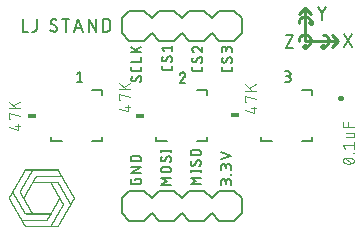
<source format=gto>
G04 EAGLE Gerber X2 export*
G75*
%MOMM*%
%FSLAX34Y34*%
%LPD*%
%AMOC8*
5,1,8,0,0,1.08239X$1,22.5*%
G01*
%ADD10C,0.203200*%
%ADD11C,0.254000*%
%ADD12R,2.794000X0.005075*%
%ADD13R,2.804156X0.005081*%
%ADD14R,2.814319X0.005075*%
%ADD15R,2.824481X0.005081*%
%ADD16R,2.824481X0.005075*%
%ADD17R,2.834637X0.005081*%
%ADD18R,2.844800X0.005075*%
%ADD19R,2.844800X0.005081*%
%ADD20R,0.060956X0.005075*%
%ADD21R,0.066037X0.005075*%
%ADD22R,0.060956X0.005081*%
%ADD23R,0.066037X0.005081*%
%ADD24R,0.055875X0.005081*%
%ADD25R,0.055881X0.005081*%
%ADD26R,0.060963X0.005075*%
%ADD27R,0.071119X0.005081*%
%ADD28R,0.060963X0.005081*%
%ADD29R,0.055881X0.005075*%
%ADD30R,0.055875X0.005075*%
%ADD31R,1.661156X0.005081*%
%ADD32R,2.179319X0.005075*%
%ADD33R,2.184400X0.005081*%
%ADD34R,2.194556X0.005081*%
%ADD35R,2.199638X0.005075*%
%ADD36R,2.204719X0.005081*%
%ADD37R,2.209800X0.005075*%
%ADD38R,2.214881X0.005081*%
%ADD39R,2.219956X0.005081*%
%ADD40R,2.225038X0.005075*%
%ADD41R,2.235200X0.005081*%
%ADD42R,2.189481X0.005081*%
%ADD43R,2.219963X0.005081*%
%ADD44R,2.230119X0.005075*%
%ADD45R,2.230119X0.005081*%
%ADD46R,0.076200X0.005075*%
%ADD47R,0.081275X0.005081*%
%ADD48R,0.086356X0.005075*%
%ADD49R,0.091438X0.005081*%
%ADD50R,0.096519X0.005081*%
%ADD51R,0.101600X0.005075*%
%ADD52R,0.106675X0.005081*%
%ADD53R,0.116838X0.005075*%
%ADD54R,0.121919X0.005081*%
%ADD55R,0.127000X0.005081*%
%ADD56R,0.071119X0.005075*%
%ADD57R,0.116838X0.005081*%
%ADD58R,0.106681X0.005081*%
%ADD59R,0.106681X0.005075*%
%ADD60R,0.091438X0.005075*%
%ADD61R,0.086356X0.005081*%
%ADD62R,0.076200X0.005081*%
%ADD63R,0.106675X0.005075*%
%ADD64R,0.121919X0.005075*%
%ADD65R,0.081281X0.005081*%
%ADD66R,2.214875X0.005075*%
%ADD67R,2.209800X0.005081*%
%ADD68R,2.189475X0.005081*%
%ADD69R,2.189475X0.005075*%
%ADD70R,2.179319X0.005081*%
%ADD71R,2.184400X0.005075*%
%ADD72R,2.834637X0.005075*%
%ADD73R,2.804156X0.005075*%
%ADD74R,2.794000X0.005081*%
%ADD75C,0.152400*%
%ADD76R,0.762000X0.381000*%
%ADD77C,0.076200*%
%ADD78C,0.381000*%


D10*
X17780Y183388D02*
X17780Y172720D01*
X22521Y172720D01*
X29457Y175091D02*
X29457Y183388D01*
X29458Y175091D02*
X29456Y174996D01*
X29450Y174900D01*
X29441Y174805D01*
X29427Y174711D01*
X29410Y174617D01*
X29389Y174524D01*
X29364Y174431D01*
X29336Y174340D01*
X29304Y174250D01*
X29268Y174162D01*
X29229Y174075D01*
X29186Y173989D01*
X29140Y173905D01*
X29091Y173824D01*
X29038Y173744D01*
X28982Y173667D01*
X28924Y173591D01*
X28862Y173519D01*
X28797Y173449D01*
X28729Y173381D01*
X28659Y173316D01*
X28587Y173254D01*
X28511Y173196D01*
X28434Y173140D01*
X28354Y173087D01*
X28272Y173038D01*
X28189Y172992D01*
X28103Y172949D01*
X28016Y172910D01*
X27928Y172874D01*
X27838Y172842D01*
X27747Y172814D01*
X27654Y172789D01*
X27561Y172768D01*
X27467Y172751D01*
X27373Y172737D01*
X27278Y172728D01*
X27182Y172722D01*
X27087Y172720D01*
X25901Y172720D01*
X44543Y172720D02*
X44639Y172722D01*
X44734Y172728D01*
X44829Y172737D01*
X44923Y172751D01*
X45017Y172768D01*
X45110Y172789D01*
X45203Y172814D01*
X45294Y172842D01*
X45384Y172874D01*
X45472Y172910D01*
X45559Y172949D01*
X45645Y172992D01*
X45729Y173038D01*
X45810Y173087D01*
X45890Y173140D01*
X45967Y173196D01*
X46043Y173254D01*
X46115Y173316D01*
X46185Y173381D01*
X46253Y173449D01*
X46318Y173519D01*
X46380Y173591D01*
X46438Y173667D01*
X46494Y173744D01*
X46547Y173824D01*
X46596Y173906D01*
X46642Y173989D01*
X46685Y174075D01*
X46724Y174162D01*
X46760Y174250D01*
X46792Y174340D01*
X46820Y174431D01*
X46845Y174524D01*
X46866Y174617D01*
X46883Y174711D01*
X46897Y174805D01*
X46906Y174900D01*
X46912Y174996D01*
X46914Y175091D01*
X44543Y172720D02*
X44407Y172722D01*
X44270Y172727D01*
X44134Y172737D01*
X43999Y172750D01*
X43863Y172766D01*
X43729Y172787D01*
X43594Y172811D01*
X43461Y172838D01*
X43328Y172870D01*
X43196Y172904D01*
X43065Y172943D01*
X42936Y172985D01*
X42807Y173030D01*
X42680Y173079D01*
X42554Y173132D01*
X42430Y173188D01*
X42307Y173247D01*
X42186Y173309D01*
X42066Y173375D01*
X41949Y173444D01*
X41833Y173517D01*
X41719Y173592D01*
X41608Y173670D01*
X41498Y173752D01*
X41391Y173836D01*
X41287Y173923D01*
X41184Y174013D01*
X41084Y174106D01*
X40987Y174202D01*
X41283Y181017D02*
X41285Y181112D01*
X41291Y181208D01*
X41300Y181303D01*
X41314Y181397D01*
X41331Y181491D01*
X41352Y181584D01*
X41377Y181677D01*
X41405Y181768D01*
X41437Y181858D01*
X41473Y181946D01*
X41512Y182033D01*
X41555Y182119D01*
X41601Y182203D01*
X41650Y182284D01*
X41703Y182364D01*
X41759Y182441D01*
X41817Y182517D01*
X41879Y182589D01*
X41944Y182659D01*
X42012Y182727D01*
X42082Y182792D01*
X42154Y182854D01*
X42230Y182912D01*
X42307Y182968D01*
X42387Y183021D01*
X42469Y183070D01*
X42552Y183116D01*
X42638Y183159D01*
X42725Y183198D01*
X42813Y183234D01*
X42903Y183266D01*
X42994Y183294D01*
X43087Y183319D01*
X43180Y183340D01*
X43274Y183357D01*
X43368Y183371D01*
X43463Y183380D01*
X43559Y183386D01*
X43654Y183388D01*
X43784Y183386D01*
X43914Y183380D01*
X44044Y183371D01*
X44173Y183358D01*
X44302Y183341D01*
X44430Y183320D01*
X44558Y183295D01*
X44685Y183267D01*
X44811Y183235D01*
X44936Y183199D01*
X45060Y183160D01*
X45182Y183117D01*
X45304Y183071D01*
X45424Y183020D01*
X45542Y182967D01*
X45659Y182910D01*
X45774Y182850D01*
X45888Y182786D01*
X45999Y182719D01*
X46109Y182649D01*
X46216Y182575D01*
X46321Y182499D01*
X42469Y178942D02*
X42387Y178993D01*
X42307Y179047D01*
X42229Y179103D01*
X42154Y179163D01*
X42081Y179226D01*
X42011Y179292D01*
X41944Y179360D01*
X41879Y179431D01*
X41817Y179505D01*
X41758Y179581D01*
X41702Y179659D01*
X41650Y179740D01*
X41600Y179822D01*
X41554Y179907D01*
X41512Y179993D01*
X41472Y180081D01*
X41437Y180170D01*
X41405Y180261D01*
X41376Y180353D01*
X41352Y180446D01*
X41331Y180539D01*
X41314Y180634D01*
X41300Y180729D01*
X41291Y180825D01*
X41285Y180921D01*
X41283Y181017D01*
X45729Y177166D02*
X45810Y177115D01*
X45890Y177061D01*
X45968Y177005D01*
X46043Y176945D01*
X46116Y176882D01*
X46186Y176816D01*
X46253Y176748D01*
X46318Y176677D01*
X46380Y176603D01*
X46439Y176527D01*
X46495Y176449D01*
X46547Y176368D01*
X46597Y176286D01*
X46643Y176201D01*
X46685Y176115D01*
X46725Y176027D01*
X46760Y175938D01*
X46792Y175847D01*
X46821Y175755D01*
X46845Y175662D01*
X46866Y175569D01*
X46883Y175474D01*
X46897Y175379D01*
X46906Y175283D01*
X46912Y175187D01*
X46914Y175091D01*
X45728Y177165D02*
X42469Y178943D01*
X54237Y183388D02*
X54237Y172720D01*
X51274Y183388D02*
X57201Y183388D01*
X64905Y183388D02*
X61349Y172720D01*
X68461Y172720D02*
X64905Y183388D01*
X67572Y175387D02*
X62238Y175387D01*
X73753Y172720D02*
X73753Y183388D01*
X79680Y172720D01*
X79680Y183388D01*
X85945Y183388D02*
X85945Y172720D01*
X85945Y183388D02*
X88908Y183388D01*
X89014Y183386D01*
X89119Y183380D01*
X89225Y183371D01*
X89330Y183358D01*
X89434Y183341D01*
X89538Y183320D01*
X89641Y183296D01*
X89743Y183268D01*
X89844Y183236D01*
X89943Y183201D01*
X90042Y183162D01*
X90139Y183120D01*
X90234Y183075D01*
X90328Y183026D01*
X90420Y182973D01*
X90510Y182918D01*
X90598Y182859D01*
X90684Y182797D01*
X90767Y182732D01*
X90848Y182664D01*
X90927Y182594D01*
X91003Y182520D01*
X91077Y182444D01*
X91147Y182365D01*
X91215Y182284D01*
X91280Y182201D01*
X91342Y182115D01*
X91401Y182027D01*
X91456Y181937D01*
X91509Y181845D01*
X91558Y181751D01*
X91603Y181656D01*
X91645Y181559D01*
X91684Y181460D01*
X91719Y181361D01*
X91751Y181260D01*
X91779Y181158D01*
X91803Y181055D01*
X91824Y180951D01*
X91841Y180847D01*
X91854Y180742D01*
X91863Y180636D01*
X91869Y180531D01*
X91871Y180425D01*
X91872Y180425D02*
X91872Y175683D01*
X91871Y175683D02*
X91869Y175577D01*
X91863Y175472D01*
X91854Y175366D01*
X91841Y175261D01*
X91824Y175157D01*
X91803Y175053D01*
X91779Y174950D01*
X91751Y174848D01*
X91719Y174747D01*
X91684Y174648D01*
X91645Y174549D01*
X91603Y174452D01*
X91558Y174357D01*
X91509Y174263D01*
X91456Y174171D01*
X91401Y174081D01*
X91342Y173993D01*
X91280Y173907D01*
X91215Y173824D01*
X91147Y173743D01*
X91077Y173664D01*
X91003Y173588D01*
X90927Y173514D01*
X90848Y173444D01*
X90767Y173376D01*
X90684Y173311D01*
X90598Y173249D01*
X90510Y173190D01*
X90420Y173135D01*
X90328Y173082D01*
X90234Y173033D01*
X90139Y172988D01*
X90042Y172946D01*
X89943Y172907D01*
X89844Y172872D01*
X89743Y172840D01*
X89641Y172812D01*
X89538Y172788D01*
X89434Y172767D01*
X89330Y172750D01*
X89225Y172737D01*
X89119Y172728D01*
X89014Y172722D01*
X88908Y172720D01*
X85945Y172720D01*
D11*
X256540Y165100D02*
X256540Y193040D01*
X251460Y187960D01*
X256540Y193040D02*
X261620Y187960D01*
X256540Y165100D02*
X284480Y165100D01*
X279400Y170180D01*
X284480Y165100D02*
X279400Y160020D01*
D10*
X289814Y159766D02*
X296926Y170434D01*
X289814Y170434D02*
X296926Y159766D01*
X271018Y188510D02*
X267462Y193548D01*
X271018Y188510D02*
X274574Y193548D01*
X271018Y188510D02*
X271018Y182880D01*
X246211Y169672D02*
X240284Y169672D01*
X246211Y169672D02*
X240284Y159004D01*
X246211Y159004D01*
D11*
X251460Y165100D02*
X251462Y165242D01*
X251468Y165383D01*
X251478Y165524D01*
X251492Y165665D01*
X251509Y165806D01*
X251531Y165946D01*
X251556Y166085D01*
X251586Y166224D01*
X251619Y166362D01*
X251656Y166498D01*
X251697Y166634D01*
X251742Y166768D01*
X251790Y166901D01*
X251842Y167033D01*
X251898Y167163D01*
X251957Y167292D01*
X252020Y167419D01*
X252087Y167544D01*
X252156Y167667D01*
X252230Y167788D01*
X252306Y167908D01*
X252386Y168025D01*
X252469Y168139D01*
X252556Y168251D01*
X252645Y168361D01*
X252738Y168469D01*
X252833Y168573D01*
X252931Y168675D01*
X253032Y168775D01*
X253136Y168871D01*
X253243Y168964D01*
X253352Y169055D01*
X253463Y169142D01*
X253577Y169226D01*
X253693Y169307D01*
X253812Y169385D01*
X253932Y169460D01*
X254055Y169531D01*
X254179Y169598D01*
X254306Y169662D01*
X254434Y169723D01*
X254563Y169780D01*
X254695Y169833D01*
X254827Y169883D01*
X254961Y169928D01*
X255096Y169971D01*
X255233Y170009D01*
X255370Y170043D01*
X255508Y170074D01*
X255648Y170101D01*
X255787Y170124D01*
X255928Y170143D01*
X256069Y170158D01*
X256210Y170169D01*
X256351Y170176D01*
X256493Y170180D01*
X256634Y170179D01*
X256776Y170175D01*
X256917Y170166D01*
X257058Y170153D01*
X257199Y170137D01*
X257339Y170117D01*
X257479Y170092D01*
X257618Y170064D01*
X257756Y170032D01*
X257893Y169997D01*
X258029Y169957D01*
X258164Y169914D01*
X258297Y169866D01*
X258429Y169816D01*
X258560Y169761D01*
X258689Y169703D01*
X258817Y169641D01*
X258942Y169576D01*
X259066Y169507D01*
X259188Y169435D01*
X259308Y169360D01*
X259426Y169281D01*
X259541Y169199D01*
X259654Y169113D01*
X259765Y169025D01*
X259873Y168934D01*
X259979Y168839D01*
X260082Y168742D01*
X260182Y168642D01*
X260279Y168539D01*
X260374Y168433D01*
X260465Y168325D01*
X260553Y168214D01*
X260639Y168101D01*
X260721Y167986D01*
X260800Y167868D01*
X260875Y167748D01*
X260947Y167626D01*
X261016Y167502D01*
X261081Y167377D01*
X261143Y167249D01*
X261201Y167120D01*
X261256Y166989D01*
X261306Y166857D01*
X261354Y166724D01*
X261397Y166589D01*
X261437Y166453D01*
X261472Y166316D01*
X261504Y166178D01*
X261532Y166039D01*
X261557Y165899D01*
X261577Y165759D01*
X261593Y165618D01*
X261606Y165477D01*
X261615Y165336D01*
X261619Y165194D01*
X261620Y165053D01*
X261616Y164911D01*
X261609Y164770D01*
X261598Y164629D01*
X261583Y164488D01*
X261564Y164347D01*
X261541Y164208D01*
X261514Y164068D01*
X261483Y163930D01*
X261449Y163793D01*
X261411Y163656D01*
X261368Y163521D01*
X261323Y163387D01*
X261273Y163255D01*
X261220Y163123D01*
X261163Y162994D01*
X261102Y162866D01*
X261038Y162739D01*
X260971Y162615D01*
X260900Y162492D01*
X260825Y162372D01*
X260747Y162253D01*
X260666Y162137D01*
X260582Y162023D01*
X260495Y161912D01*
X260404Y161803D01*
X260311Y161696D01*
X260215Y161592D01*
X260115Y161491D01*
X260013Y161393D01*
X259909Y161298D01*
X259801Y161205D01*
X259691Y161116D01*
X259579Y161029D01*
X259465Y160946D01*
X259348Y160866D01*
X259228Y160790D01*
X259107Y160716D01*
X258984Y160647D01*
X258859Y160580D01*
X258732Y160517D01*
X258603Y160458D01*
X258473Y160402D01*
X258341Y160350D01*
X258208Y160302D01*
X258074Y160257D01*
X257938Y160216D01*
X257802Y160179D01*
X257664Y160146D01*
X257525Y160116D01*
X257386Y160091D01*
X257246Y160069D01*
X257105Y160052D01*
X256964Y160038D01*
X256823Y160028D01*
X256682Y160022D01*
X256540Y160020D01*
X261620Y180340D02*
X261618Y180481D01*
X261612Y180622D01*
X261602Y180763D01*
X261589Y180904D01*
X261571Y181044D01*
X261549Y181183D01*
X261524Y181322D01*
X261495Y181461D01*
X261462Y181598D01*
X261425Y181734D01*
X261384Y181869D01*
X261340Y182004D01*
X261292Y182136D01*
X261240Y182268D01*
X261185Y182398D01*
X261126Y182526D01*
X261063Y182653D01*
X260997Y182777D01*
X260928Y182900D01*
X260855Y183021D01*
X260779Y183140D01*
X260699Y183257D01*
X260616Y183371D01*
X260531Y183484D01*
X260442Y183593D01*
X260350Y183701D01*
X260255Y183805D01*
X260157Y183907D01*
X260056Y184006D01*
X259953Y184103D01*
X259847Y184196D01*
X259739Y184286D01*
X259628Y184374D01*
X259515Y184458D01*
X259399Y184539D01*
X259281Y184617D01*
X259161Y184692D01*
X259039Y184763D01*
X258915Y184831D01*
X258789Y184895D01*
X258662Y184956D01*
X258533Y185013D01*
X258402Y185066D01*
X258270Y185116D01*
X258137Y185163D01*
X258002Y185205D01*
X257866Y185244D01*
X257729Y185279D01*
X257592Y185310D01*
X257453Y185337D01*
X257314Y185361D01*
X257174Y185380D01*
X257034Y185396D01*
X256893Y185408D01*
X256752Y185416D01*
X256611Y185420D01*
X256469Y185420D01*
X256328Y185416D01*
X256187Y185408D01*
X256046Y185396D01*
X255906Y185380D01*
X255766Y185361D01*
X255627Y185337D01*
X255488Y185310D01*
X255351Y185279D01*
X255214Y185244D01*
X255078Y185205D01*
X254943Y185163D01*
X254810Y185116D01*
X254678Y185066D01*
X254547Y185013D01*
X254418Y184956D01*
X254291Y184895D01*
X254165Y184831D01*
X254041Y184763D01*
X253919Y184692D01*
X253799Y184617D01*
X253681Y184539D01*
X253565Y184458D01*
X253452Y184374D01*
X253341Y184286D01*
X253233Y184196D01*
X253127Y184103D01*
X253024Y184006D01*
X252923Y183907D01*
X252825Y183805D01*
X252730Y183701D01*
X252638Y183593D01*
X252549Y183484D01*
X252464Y183371D01*
X252381Y183257D01*
X252301Y183140D01*
X252225Y183021D01*
X252152Y182900D01*
X252083Y182777D01*
X252017Y182653D01*
X251954Y182526D01*
X251895Y182398D01*
X251840Y182268D01*
X251788Y182136D01*
X251740Y182004D01*
X251696Y181869D01*
X251655Y181734D01*
X251618Y181598D01*
X251585Y181461D01*
X251556Y181322D01*
X251531Y181183D01*
X251509Y181044D01*
X251491Y180904D01*
X251478Y180763D01*
X251468Y180622D01*
X251462Y180481D01*
X251460Y180340D01*
X260350Y180340D02*
X260352Y180411D01*
X260358Y180482D01*
X260368Y180553D01*
X260382Y180623D01*
X260400Y180692D01*
X260421Y180759D01*
X260447Y180826D01*
X260476Y180891D01*
X260508Y180954D01*
X260545Y181016D01*
X260584Y181075D01*
X260627Y181132D01*
X260673Y181186D01*
X260722Y181238D01*
X260774Y181287D01*
X260828Y181333D01*
X260885Y181376D01*
X260944Y181415D01*
X261006Y181452D01*
X261069Y181484D01*
X261134Y181513D01*
X261201Y181539D01*
X261268Y181560D01*
X261337Y181578D01*
X261407Y181592D01*
X261478Y181602D01*
X261549Y181608D01*
X261620Y181610D01*
X261691Y181608D01*
X261762Y181602D01*
X261833Y181592D01*
X261903Y181578D01*
X261972Y181560D01*
X262039Y181539D01*
X262106Y181513D01*
X262171Y181484D01*
X262234Y181452D01*
X262296Y181415D01*
X262355Y181376D01*
X262412Y181333D01*
X262466Y181287D01*
X262518Y181238D01*
X262567Y181186D01*
X262613Y181132D01*
X262656Y181075D01*
X262695Y181016D01*
X262732Y180954D01*
X262764Y180891D01*
X262793Y180826D01*
X262819Y180759D01*
X262840Y180692D01*
X262858Y180623D01*
X262872Y180553D01*
X262882Y180482D01*
X262888Y180411D01*
X262890Y180340D01*
X262888Y180269D01*
X262882Y180198D01*
X262872Y180127D01*
X262858Y180057D01*
X262840Y179988D01*
X262819Y179921D01*
X262793Y179854D01*
X262764Y179789D01*
X262732Y179726D01*
X262695Y179664D01*
X262656Y179605D01*
X262613Y179548D01*
X262567Y179494D01*
X262518Y179442D01*
X262466Y179393D01*
X262412Y179347D01*
X262355Y179304D01*
X262296Y179265D01*
X262234Y179228D01*
X262171Y179196D01*
X262106Y179167D01*
X262039Y179141D01*
X261972Y179120D01*
X261903Y179102D01*
X261833Y179088D01*
X261762Y179078D01*
X261691Y179072D01*
X261620Y179070D01*
X261549Y179072D01*
X261478Y179078D01*
X261407Y179088D01*
X261337Y179102D01*
X261268Y179120D01*
X261201Y179141D01*
X261134Y179167D01*
X261069Y179196D01*
X261006Y179228D01*
X260944Y179265D01*
X260885Y179304D01*
X260828Y179347D01*
X260774Y179393D01*
X260722Y179442D01*
X260673Y179494D01*
X260627Y179548D01*
X260584Y179605D01*
X260545Y179664D01*
X260508Y179726D01*
X260476Y179789D01*
X260447Y179854D01*
X260421Y179921D01*
X260400Y179988D01*
X260382Y180057D01*
X260368Y180127D01*
X260358Y180198D01*
X260352Y180269D01*
X260350Y180340D01*
X255270Y160020D02*
X255272Y160091D01*
X255278Y160162D01*
X255288Y160233D01*
X255302Y160303D01*
X255320Y160372D01*
X255341Y160439D01*
X255367Y160506D01*
X255396Y160571D01*
X255428Y160634D01*
X255465Y160696D01*
X255504Y160755D01*
X255547Y160812D01*
X255593Y160866D01*
X255642Y160918D01*
X255694Y160967D01*
X255748Y161013D01*
X255805Y161056D01*
X255864Y161095D01*
X255926Y161132D01*
X255989Y161164D01*
X256054Y161193D01*
X256121Y161219D01*
X256188Y161240D01*
X256257Y161258D01*
X256327Y161272D01*
X256398Y161282D01*
X256469Y161288D01*
X256540Y161290D01*
X256611Y161288D01*
X256682Y161282D01*
X256753Y161272D01*
X256823Y161258D01*
X256892Y161240D01*
X256959Y161219D01*
X257026Y161193D01*
X257091Y161164D01*
X257154Y161132D01*
X257216Y161095D01*
X257275Y161056D01*
X257332Y161013D01*
X257386Y160967D01*
X257438Y160918D01*
X257487Y160866D01*
X257533Y160812D01*
X257576Y160755D01*
X257615Y160696D01*
X257652Y160634D01*
X257684Y160571D01*
X257713Y160506D01*
X257739Y160439D01*
X257760Y160372D01*
X257778Y160303D01*
X257792Y160233D01*
X257802Y160162D01*
X257808Y160091D01*
X257810Y160020D01*
X257808Y159949D01*
X257802Y159878D01*
X257792Y159807D01*
X257778Y159737D01*
X257760Y159668D01*
X257739Y159601D01*
X257713Y159534D01*
X257684Y159469D01*
X257652Y159406D01*
X257615Y159344D01*
X257576Y159285D01*
X257533Y159228D01*
X257487Y159174D01*
X257438Y159122D01*
X257386Y159073D01*
X257332Y159027D01*
X257275Y158984D01*
X257216Y158945D01*
X257154Y158908D01*
X257091Y158876D01*
X257026Y158847D01*
X256959Y158821D01*
X256892Y158800D01*
X256823Y158782D01*
X256753Y158768D01*
X256682Y158758D01*
X256611Y158752D01*
X256540Y158750D01*
X256469Y158752D01*
X256398Y158758D01*
X256327Y158768D01*
X256257Y158782D01*
X256188Y158800D01*
X256121Y158821D01*
X256054Y158847D01*
X255989Y158876D01*
X255926Y158908D01*
X255864Y158945D01*
X255805Y158984D01*
X255748Y159027D01*
X255694Y159073D01*
X255642Y159122D01*
X255593Y159174D01*
X255547Y159228D01*
X255504Y159285D01*
X255465Y159344D01*
X255428Y159406D01*
X255396Y159469D01*
X255367Y159534D01*
X255341Y159601D01*
X255320Y159668D01*
X255302Y159737D01*
X255288Y159807D01*
X255278Y159878D01*
X255272Y159949D01*
X255270Y160020D01*
X271780Y160020D02*
X271921Y160022D01*
X272062Y160028D01*
X272203Y160038D01*
X272344Y160051D01*
X272484Y160069D01*
X272623Y160091D01*
X272762Y160116D01*
X272901Y160145D01*
X273038Y160178D01*
X273174Y160215D01*
X273309Y160256D01*
X273444Y160300D01*
X273576Y160348D01*
X273708Y160400D01*
X273838Y160455D01*
X273966Y160514D01*
X274093Y160577D01*
X274217Y160643D01*
X274340Y160712D01*
X274461Y160785D01*
X274580Y160861D01*
X274697Y160941D01*
X274811Y161024D01*
X274924Y161109D01*
X275033Y161198D01*
X275141Y161290D01*
X275245Y161385D01*
X275347Y161483D01*
X275446Y161584D01*
X275543Y161687D01*
X275636Y161793D01*
X275726Y161901D01*
X275814Y162012D01*
X275898Y162125D01*
X275979Y162241D01*
X276057Y162359D01*
X276132Y162479D01*
X276203Y162601D01*
X276271Y162725D01*
X276335Y162851D01*
X276396Y162978D01*
X276453Y163107D01*
X276506Y163238D01*
X276556Y163370D01*
X276603Y163503D01*
X276645Y163638D01*
X276684Y163774D01*
X276719Y163911D01*
X276750Y164048D01*
X276777Y164187D01*
X276801Y164326D01*
X276820Y164466D01*
X276836Y164606D01*
X276848Y164747D01*
X276856Y164888D01*
X276860Y165029D01*
X276860Y165171D01*
X276856Y165312D01*
X276848Y165453D01*
X276836Y165594D01*
X276820Y165734D01*
X276801Y165874D01*
X276777Y166013D01*
X276750Y166152D01*
X276719Y166289D01*
X276684Y166426D01*
X276645Y166562D01*
X276603Y166697D01*
X276556Y166830D01*
X276506Y166962D01*
X276453Y167093D01*
X276396Y167222D01*
X276335Y167349D01*
X276271Y167475D01*
X276203Y167599D01*
X276132Y167721D01*
X276057Y167841D01*
X275979Y167959D01*
X275898Y168075D01*
X275814Y168188D01*
X275726Y168299D01*
X275636Y168407D01*
X275543Y168513D01*
X275446Y168616D01*
X275347Y168717D01*
X275245Y168815D01*
X275141Y168910D01*
X275033Y169002D01*
X274924Y169091D01*
X274811Y169176D01*
X274697Y169259D01*
X274580Y169339D01*
X274461Y169415D01*
X274340Y169488D01*
X274217Y169557D01*
X274093Y169623D01*
X273966Y169686D01*
X273838Y169745D01*
X273708Y169800D01*
X273576Y169852D01*
X273444Y169900D01*
X273309Y169944D01*
X273174Y169985D01*
X273038Y170022D01*
X272901Y170055D01*
X272762Y170084D01*
X272623Y170109D01*
X272484Y170131D01*
X272344Y170149D01*
X272203Y170162D01*
X272062Y170172D01*
X271921Y170178D01*
X271780Y170180D01*
X270510Y160020D02*
X270512Y160091D01*
X270518Y160162D01*
X270528Y160233D01*
X270542Y160303D01*
X270560Y160372D01*
X270581Y160439D01*
X270607Y160506D01*
X270636Y160571D01*
X270668Y160634D01*
X270705Y160696D01*
X270744Y160755D01*
X270787Y160812D01*
X270833Y160866D01*
X270882Y160918D01*
X270934Y160967D01*
X270988Y161013D01*
X271045Y161056D01*
X271104Y161095D01*
X271166Y161132D01*
X271229Y161164D01*
X271294Y161193D01*
X271361Y161219D01*
X271428Y161240D01*
X271497Y161258D01*
X271567Y161272D01*
X271638Y161282D01*
X271709Y161288D01*
X271780Y161290D01*
X271851Y161288D01*
X271922Y161282D01*
X271993Y161272D01*
X272063Y161258D01*
X272132Y161240D01*
X272199Y161219D01*
X272266Y161193D01*
X272331Y161164D01*
X272394Y161132D01*
X272456Y161095D01*
X272515Y161056D01*
X272572Y161013D01*
X272626Y160967D01*
X272678Y160918D01*
X272727Y160866D01*
X272773Y160812D01*
X272816Y160755D01*
X272855Y160696D01*
X272892Y160634D01*
X272924Y160571D01*
X272953Y160506D01*
X272979Y160439D01*
X273000Y160372D01*
X273018Y160303D01*
X273032Y160233D01*
X273042Y160162D01*
X273048Y160091D01*
X273050Y160020D01*
X273048Y159949D01*
X273042Y159878D01*
X273032Y159807D01*
X273018Y159737D01*
X273000Y159668D01*
X272979Y159601D01*
X272953Y159534D01*
X272924Y159469D01*
X272892Y159406D01*
X272855Y159344D01*
X272816Y159285D01*
X272773Y159228D01*
X272727Y159174D01*
X272678Y159122D01*
X272626Y159073D01*
X272572Y159027D01*
X272515Y158984D01*
X272456Y158945D01*
X272394Y158908D01*
X272331Y158876D01*
X272266Y158847D01*
X272199Y158821D01*
X272132Y158800D01*
X272063Y158782D01*
X271993Y158768D01*
X271922Y158758D01*
X271851Y158752D01*
X271780Y158750D01*
X271709Y158752D01*
X271638Y158758D01*
X271567Y158768D01*
X271497Y158782D01*
X271428Y158800D01*
X271361Y158821D01*
X271294Y158847D01*
X271229Y158876D01*
X271166Y158908D01*
X271104Y158945D01*
X271045Y158984D01*
X270988Y159027D01*
X270934Y159073D01*
X270882Y159122D01*
X270833Y159174D01*
X270787Y159228D01*
X270744Y159285D01*
X270705Y159344D01*
X270668Y159406D01*
X270636Y159469D01*
X270607Y159534D01*
X270581Y159601D01*
X270560Y159668D01*
X270542Y159737D01*
X270528Y159807D01*
X270518Y159878D01*
X270512Y159949D01*
X270510Y160020D01*
D12*
X34315Y6858D03*
D13*
X34315Y6909D03*
X34315Y6960D03*
D14*
X34315Y7010D03*
D15*
X34315Y7061D03*
D16*
X34315Y7112D03*
D17*
X34315Y7163D03*
X34315Y7214D03*
D18*
X34315Y7264D03*
D19*
X34315Y7315D03*
D20*
X20345Y7366D03*
D21*
X42164Y7366D03*
D20*
X48285Y7366D03*
D22*
X20295Y7417D03*
D23*
X42215Y7417D03*
D22*
X48336Y7417D03*
D24*
X20269Y7468D03*
D23*
X42215Y7468D03*
D25*
X48362Y7468D03*
D20*
X20244Y7518D03*
D21*
X42266Y7518D03*
D26*
X48387Y7518D03*
D25*
X20218Y7569D03*
D27*
X42291Y7569D03*
D25*
X48412Y7569D03*
D26*
X20193Y7620D03*
D21*
X42316Y7620D03*
D20*
X48438Y7620D03*
D25*
X20168Y7671D03*
D23*
X42367Y7671D03*
D24*
X48463Y7671D03*
D22*
X20142Y7722D03*
D23*
X42367Y7722D03*
D22*
X48489Y7722D03*
D20*
X20091Y7772D03*
D21*
X42418Y7772D03*
D20*
X48539Y7772D03*
D25*
X20066Y7823D03*
D23*
X42418Y7823D03*
D24*
X48565Y7823D03*
D20*
X20041Y7874D03*
D21*
X42469Y7874D03*
D20*
X48590Y7874D03*
D24*
X20015Y7925D03*
D27*
X42494Y7925D03*
D25*
X48616Y7925D03*
D22*
X19990Y7976D03*
D23*
X42520Y7976D03*
D28*
X48641Y7976D03*
D26*
X19939Y8026D03*
D21*
X42570Y8026D03*
D20*
X48692Y8026D03*
D28*
X19939Y8077D03*
D23*
X42570Y8077D03*
D22*
X48692Y8077D03*
D20*
X19888Y8128D03*
D21*
X42621Y8128D03*
D20*
X48743Y8128D03*
D24*
X19863Y8179D03*
D23*
X42621Y8179D03*
D25*
X48768Y8179D03*
D22*
X19837Y8230D03*
D23*
X42672Y8230D03*
D22*
X48793Y8230D03*
D29*
X19812Y8280D03*
D21*
X42723Y8280D03*
D30*
X48819Y8280D03*
D22*
X19787Y8331D03*
D23*
X42723Y8331D03*
D22*
X48844Y8331D03*
D20*
X19736Y8382D03*
D21*
X42774Y8382D03*
D26*
X48895Y8382D03*
D22*
X19736Y8433D03*
D23*
X42774Y8433D03*
D28*
X48895Y8433D03*
X19685Y8484D03*
D23*
X42824Y8484D03*
D22*
X48946Y8484D03*
D29*
X19660Y8534D03*
D21*
X42824Y8534D03*
D30*
X48971Y8534D03*
D22*
X19634Y8585D03*
D23*
X42875Y8585D03*
D22*
X48997Y8585D03*
D30*
X19609Y8636D03*
D21*
X42926Y8636D03*
D29*
X49022Y8636D03*
D22*
X19583Y8687D03*
D23*
X42926Y8687D03*
D22*
X49047Y8687D03*
X19533Y8738D03*
D23*
X42977Y8738D03*
D22*
X49098Y8738D03*
D30*
X19507Y8788D03*
D21*
X42977Y8788D03*
D29*
X49124Y8788D03*
D22*
X19482Y8839D03*
D23*
X43028Y8839D03*
D28*
X49149Y8839D03*
D29*
X19456Y8890D03*
D21*
X43028Y8890D03*
D29*
X49174Y8890D03*
D28*
X19431Y8941D03*
D23*
X43078Y8941D03*
D22*
X49200Y8941D03*
D25*
X19406Y8992D03*
D23*
X43129Y8992D03*
D24*
X49225Y8992D03*
D20*
X19380Y9042D03*
D21*
X43129Y9042D03*
D20*
X49251Y9042D03*
D22*
X19329Y9093D03*
D23*
X43180Y9093D03*
D22*
X49301Y9093D03*
D29*
X19304Y9144D03*
D21*
X43180Y9144D03*
D30*
X49327Y9144D03*
D22*
X19279Y9195D03*
D23*
X43231Y9195D03*
D22*
X49352Y9195D03*
D24*
X19253Y9246D03*
D23*
X43231Y9246D03*
D25*
X49378Y9246D03*
D20*
X19228Y9296D03*
D21*
X43282Y9296D03*
D26*
X49403Y9296D03*
D28*
X19177Y9347D03*
D23*
X43332Y9347D03*
D22*
X49454Y9347D03*
D26*
X19177Y9398D03*
D21*
X43332Y9398D03*
D20*
X49454Y9398D03*
D22*
X19126Y9449D03*
D23*
X43383Y9449D03*
D22*
X49505Y9449D03*
D24*
X19101Y9500D03*
D23*
X43383Y9500D03*
D25*
X49530Y9500D03*
D20*
X19075Y9550D03*
D21*
X43434Y9550D03*
D20*
X49555Y9550D03*
D25*
X19050Y9601D03*
D22*
X43459Y9601D03*
D24*
X49581Y9601D03*
D20*
X19025Y9652D03*
D21*
X43485Y9652D03*
D20*
X49606Y9652D03*
D22*
X18974Y9703D03*
D23*
X43536Y9703D03*
D28*
X49657Y9703D03*
D25*
X18948Y9754D03*
D23*
X43536Y9754D03*
D25*
X49682Y9754D03*
D26*
X18923Y9804D03*
D21*
X43586Y9804D03*
D20*
X49708Y9804D03*
D25*
X18898Y9855D03*
D23*
X43586Y9855D03*
D24*
X49733Y9855D03*
D20*
X18872Y9906D03*
D21*
X43637Y9906D03*
D20*
X49759Y9906D03*
D24*
X18847Y9957D03*
D22*
X43663Y9957D03*
D25*
X49784Y9957D03*
D22*
X18821Y10008D03*
D23*
X43688Y10008D03*
D22*
X49809Y10008D03*
D20*
X18771Y10058D03*
D21*
X43739Y10058D03*
D20*
X49860Y10058D03*
D24*
X18745Y10109D03*
D23*
X43739Y10109D03*
D25*
X49886Y10109D03*
D20*
X18720Y10160D03*
D21*
X43790Y10160D03*
D26*
X49911Y10160D03*
D25*
X18694Y10211D03*
D23*
X43790Y10211D03*
D25*
X49936Y10211D03*
D28*
X18669Y10262D03*
D23*
X43840Y10262D03*
D22*
X49962Y10262D03*
D29*
X18644Y10312D03*
D20*
X43866Y10312D03*
D30*
X49987Y10312D03*
D22*
X18618Y10363D03*
D23*
X43891Y10363D03*
D22*
X50013Y10363D03*
D20*
X18567Y10414D03*
D21*
X43942Y10414D03*
D20*
X50063Y10414D03*
D25*
X18542Y10465D03*
D23*
X43942Y10465D03*
D24*
X50089Y10465D03*
D22*
X18517Y10516D03*
D23*
X43993Y10516D03*
D22*
X50114Y10516D03*
D30*
X18491Y10566D03*
D20*
X44018Y10566D03*
D29*
X50140Y10566D03*
D22*
X18466Y10617D03*
D23*
X44044Y10617D03*
D28*
X50165Y10617D03*
D26*
X18415Y10668D03*
X44069Y10668D03*
D20*
X50216Y10668D03*
D28*
X18415Y10719D03*
D23*
X44094Y10719D03*
D22*
X50216Y10719D03*
X18364Y10770D03*
D23*
X44145Y10770D03*
D22*
X50267Y10770D03*
D30*
X18339Y10820D03*
D21*
X44145Y10820D03*
D29*
X50292Y10820D03*
D22*
X18313Y10871D03*
D23*
X44196Y10871D03*
D22*
X50317Y10871D03*
D29*
X18288Y10922D03*
D20*
X44221Y10922D03*
D30*
X50343Y10922D03*
D22*
X18263Y10973D03*
D23*
X44247Y10973D03*
D22*
X50368Y10973D03*
X18212Y11024D03*
D23*
X44298Y11024D03*
D28*
X50419Y11024D03*
D29*
X18186Y11074D03*
D21*
X44298Y11074D03*
D29*
X50444Y11074D03*
D28*
X18161Y11125D03*
D23*
X44348Y11125D03*
D22*
X50470Y11125D03*
D29*
X18136Y11176D03*
D21*
X44348Y11176D03*
D30*
X50495Y11176D03*
D22*
X18110Y11227D03*
D23*
X44399Y11227D03*
D22*
X50521Y11227D03*
D24*
X18085Y11278D03*
D22*
X44425Y11278D03*
D25*
X50546Y11278D03*
D20*
X18059Y11328D03*
D21*
X44450Y11328D03*
D20*
X50571Y11328D03*
D22*
X18009Y11379D03*
D23*
X44501Y11379D03*
D22*
X50622Y11379D03*
D30*
X17983Y11430D03*
D21*
X44501Y11430D03*
D29*
X50648Y11430D03*
D22*
X17958Y11481D03*
D23*
X44552Y11481D03*
D28*
X50673Y11481D03*
D25*
X17932Y11532D03*
D23*
X44552Y11532D03*
D25*
X50698Y11532D03*
D26*
X17907Y11582D03*
D21*
X44602Y11582D03*
D20*
X50724Y11582D03*
D25*
X17882Y11633D03*
D22*
X44628Y11633D03*
D24*
X50749Y11633D03*
D20*
X17856Y11684D03*
D21*
X44653Y11684D03*
D20*
X50775Y11684D03*
D22*
X17805Y11735D03*
D23*
X44704Y11735D03*
D22*
X50825Y11735D03*
D25*
X17780Y11786D03*
D23*
X44704Y11786D03*
D24*
X50851Y11786D03*
D20*
X17755Y11836D03*
D21*
X44755Y11836D03*
D20*
X50876Y11836D03*
D24*
X17729Y11887D03*
D22*
X44780Y11887D03*
D25*
X50902Y11887D03*
D20*
X17704Y11938D03*
D21*
X44806Y11938D03*
D26*
X50927Y11938D03*
D28*
X17653Y11989D03*
X44831Y11989D03*
D22*
X50978Y11989D03*
D28*
X17653Y12040D03*
D23*
X44856Y12040D03*
D22*
X50978Y12040D03*
D20*
X17602Y12090D03*
D21*
X44907Y12090D03*
D20*
X51029Y12090D03*
D31*
X25603Y12141D03*
D23*
X44907Y12141D03*
D25*
X51054Y12141D03*
D32*
X28143Y12192D03*
D21*
X44958Y12192D03*
D20*
X51079Y12192D03*
D33*
X28169Y12243D03*
D22*
X44983Y12243D03*
D24*
X51105Y12243D03*
D34*
X28169Y12294D03*
D23*
X45009Y12294D03*
D22*
X51130Y12294D03*
D35*
X28143Y12344D03*
D20*
X45034Y12344D03*
D26*
X51181Y12344D03*
D36*
X28169Y12395D03*
D23*
X45060Y12395D03*
D25*
X51206Y12395D03*
D37*
X28143Y12446D03*
D21*
X45110Y12446D03*
D20*
X51232Y12446D03*
D38*
X28169Y12497D03*
D23*
X45110Y12497D03*
D24*
X51257Y12497D03*
D39*
X28143Y12548D03*
D23*
X45161Y12548D03*
D22*
X51283Y12548D03*
D40*
X28169Y12598D03*
D20*
X45187Y12598D03*
D29*
X51308Y12598D03*
D41*
X28169Y12649D03*
D23*
X45212Y12649D03*
D22*
X51333Y12649D03*
D20*
X17247Y12700D03*
D30*
X39065Y12700D03*
D20*
X45237Y12700D03*
X51384Y12700D03*
D24*
X17221Y12751D03*
D22*
X39091Y12751D03*
D23*
X45263Y12751D03*
D25*
X51410Y12751D03*
D22*
X17196Y12802D03*
D25*
X39116Y12802D03*
D23*
X45314Y12802D03*
D28*
X51435Y12802D03*
D29*
X17170Y12852D03*
D20*
X39141Y12852D03*
D21*
X45314Y12852D03*
D29*
X51460Y12852D03*
D28*
X17145Y12903D03*
D24*
X39167Y12903D03*
D23*
X45364Y12903D03*
D22*
X51486Y12903D03*
D20*
X17094Y12954D03*
X39192Y12954D03*
X45390Y12954D03*
X51537Y12954D03*
D22*
X17094Y13005D03*
D28*
X39243Y13005D03*
D23*
X45415Y13005D03*
D22*
X51537Y13005D03*
X17043Y13056D03*
D25*
X39268Y13056D03*
D22*
X45441Y13056D03*
X51587Y13056D03*
D29*
X17018Y13106D03*
D20*
X39294Y13106D03*
D21*
X45466Y13106D03*
D30*
X51613Y13106D03*
D22*
X16993Y13157D03*
D24*
X39319Y13157D03*
D23*
X45517Y13157D03*
D22*
X51638Y13157D03*
D30*
X16967Y13208D03*
D20*
X39345Y13208D03*
X45542Y13208D03*
D29*
X51664Y13208D03*
D22*
X16942Y13259D03*
D25*
X39370Y13259D03*
D23*
X45568Y13259D03*
D28*
X51689Y13259D03*
X16891Y13310D03*
D22*
X39395Y13310D03*
D28*
X45593Y13310D03*
D22*
X51740Y13310D03*
D29*
X16866Y13360D03*
D20*
X39446Y13360D03*
D21*
X45618Y13360D03*
D30*
X51765Y13360D03*
D22*
X16840Y13411D03*
D25*
X39472Y13411D03*
D22*
X45644Y13411D03*
X51791Y13411D03*
D30*
X16815Y13462D03*
D26*
X39497Y13462D03*
D21*
X45669Y13462D03*
D29*
X51816Y13462D03*
D22*
X16789Y13513D03*
D25*
X39522Y13513D03*
D23*
X45720Y13513D03*
D22*
X51841Y13513D03*
D25*
X16764Y13564D03*
D22*
X39548Y13564D03*
X45745Y13564D03*
D24*
X51867Y13564D03*
D20*
X16739Y13614D03*
X39599Y13614D03*
D21*
X45771Y13614D03*
D20*
X51892Y13614D03*
D22*
X16688Y13665D03*
X39599Y13665D03*
X45796Y13665D03*
D28*
X51943Y13665D03*
D29*
X16662Y13716D03*
D20*
X39649Y13716D03*
D21*
X45822Y13716D03*
D29*
X51968Y13716D03*
D28*
X16637Y13767D03*
D24*
X39675Y13767D03*
D28*
X45847Y13767D03*
D22*
X51994Y13767D03*
D25*
X16612Y13818D03*
D22*
X39700Y13818D03*
D23*
X45872Y13818D03*
D24*
X52019Y13818D03*
D20*
X16586Y13868D03*
D29*
X39726Y13868D03*
D21*
X45923Y13868D03*
D20*
X52045Y13868D03*
D24*
X16561Y13919D03*
D28*
X39751Y13919D03*
D22*
X45949Y13919D03*
D25*
X52070Y13919D03*
D20*
X16535Y13970D03*
X39802Y13970D03*
D21*
X45974Y13970D03*
D20*
X52095Y13970D03*
D22*
X16485Y14021D03*
D24*
X39827Y14021D03*
D22*
X45999Y14021D03*
X52146Y14021D03*
D24*
X16459Y14072D03*
D22*
X39853Y14072D03*
D23*
X46025Y14072D03*
D25*
X52172Y14072D03*
D20*
X16434Y14122D03*
D29*
X39878Y14122D03*
D20*
X46050Y14122D03*
D26*
X52197Y14122D03*
D25*
X16408Y14173D03*
D22*
X39903Y14173D03*
D28*
X46101Y14173D03*
D25*
X52222Y14173D03*
D26*
X16383Y14224D03*
D30*
X39929Y14224D03*
D21*
X46126Y14224D03*
D20*
X52248Y14224D03*
D22*
X16332Y14275D03*
X39954Y14275D03*
X46152Y14275D03*
X52299Y14275D03*
X16332Y14326D03*
D28*
X40005Y14326D03*
D23*
X46177Y14326D03*
D22*
X52299Y14326D03*
D20*
X16281Y14376D03*
D29*
X40030Y14376D03*
D20*
X46203Y14376D03*
X52349Y14376D03*
D25*
X16256Y14427D03*
D22*
X40056Y14427D03*
D23*
X46228Y14427D03*
D24*
X52375Y14427D03*
D20*
X16231Y14478D03*
D30*
X40081Y14478D03*
D20*
X46253Y14478D03*
X52400Y14478D03*
D24*
X16205Y14529D03*
D22*
X40107Y14529D03*
X46304Y14529D03*
D25*
X52426Y14529D03*
D22*
X16180Y14580D03*
X40157Y14580D03*
D23*
X46330Y14580D03*
D28*
X52451Y14580D03*
D26*
X16129Y14630D03*
D20*
X40157Y14630D03*
D26*
X46355Y14630D03*
D20*
X52502Y14630D03*
D25*
X16104Y14681D03*
D22*
X40208Y14681D03*
D23*
X46380Y14681D03*
D24*
X52527Y14681D03*
D20*
X16078Y14732D03*
D29*
X40234Y14732D03*
D20*
X46406Y14732D03*
X52553Y14732D03*
D24*
X16053Y14783D03*
D28*
X40259Y14783D03*
D23*
X46431Y14783D03*
D25*
X52578Y14783D03*
D22*
X16027Y14834D03*
D25*
X40284Y14834D03*
D23*
X46482Y14834D03*
D22*
X52603Y14834D03*
D29*
X16002Y14884D03*
D20*
X40310Y14884D03*
X46507Y14884D03*
D30*
X52629Y14884D03*
D22*
X15977Y14935D03*
X40361Y14935D03*
D23*
X46533Y14935D03*
D22*
X52654Y14935D03*
D20*
X15926Y14986D03*
D29*
X40386Y14986D03*
D20*
X46558Y14986D03*
D26*
X52705Y14986D03*
D25*
X15900Y15037D03*
D22*
X40411Y15037D03*
D23*
X46584Y15037D03*
D25*
X52730Y15037D03*
D28*
X15875Y15088D03*
D24*
X40437Y15088D03*
D28*
X46609Y15088D03*
D22*
X52756Y15088D03*
D29*
X15850Y15138D03*
D20*
X40462Y15138D03*
D21*
X46634Y15138D03*
D30*
X52781Y15138D03*
D22*
X15824Y15189D03*
D25*
X40488Y15189D03*
D23*
X46685Y15189D03*
D22*
X52807Y15189D03*
D30*
X15799Y15240D03*
D26*
X40513Y15240D03*
D20*
X46711Y15240D03*
D29*
X52832Y15240D03*
D22*
X15773Y15291D03*
X40564Y15291D03*
D23*
X46736Y15291D03*
D22*
X52857Y15291D03*
X15723Y15342D03*
D24*
X40589Y15342D03*
D22*
X46761Y15342D03*
X52908Y15342D03*
D30*
X15697Y15392D03*
D20*
X40615Y15392D03*
D21*
X46787Y15392D03*
D29*
X52934Y15392D03*
D22*
X15672Y15443D03*
D25*
X40640Y15443D03*
D22*
X46812Y15443D03*
D28*
X52959Y15443D03*
D29*
X15646Y15494D03*
D20*
X40665Y15494D03*
D26*
X46863Y15494D03*
D29*
X52984Y15494D03*
D28*
X15621Y15545D03*
D24*
X40691Y15545D03*
D23*
X46888Y15545D03*
D22*
X53010Y15545D03*
X15570Y15596D03*
X40716Y15596D03*
X46914Y15596D03*
X53061Y15596D03*
D20*
X15570Y15646D03*
D26*
X40767Y15646D03*
D21*
X46939Y15646D03*
D20*
X53061Y15646D03*
D22*
X15519Y15697D03*
D25*
X40792Y15697D03*
D22*
X46965Y15697D03*
X53111Y15697D03*
D29*
X15494Y15748D03*
D20*
X40818Y15748D03*
D21*
X46990Y15748D03*
D30*
X53137Y15748D03*
D22*
X15469Y15799D03*
D24*
X40843Y15799D03*
D22*
X47015Y15799D03*
X53162Y15799D03*
D24*
X15443Y15850D03*
D22*
X40869Y15850D03*
X47066Y15850D03*
D25*
X53188Y15850D03*
D20*
X15418Y15900D03*
X40919Y15900D03*
D21*
X47092Y15900D03*
D26*
X53213Y15900D03*
D28*
X15367Y15951D03*
D22*
X40919Y15951D03*
D28*
X47117Y15951D03*
D22*
X53264Y15951D03*
D29*
X15342Y16002D03*
D20*
X40970Y16002D03*
D21*
X47142Y16002D03*
D30*
X53289Y16002D03*
D22*
X15316Y16053D03*
D25*
X40996Y16053D03*
D22*
X47168Y16053D03*
X53315Y16053D03*
D24*
X15291Y16104D03*
D28*
X41021Y16104D03*
D23*
X47193Y16104D03*
D25*
X53340Y16104D03*
D20*
X15265Y16154D03*
D29*
X41046Y16154D03*
D20*
X47219Y16154D03*
X53365Y16154D03*
D25*
X15240Y16205D03*
D22*
X41072Y16205D03*
X47269Y16205D03*
D24*
X53391Y16205D03*
D20*
X15215Y16256D03*
X41123Y16256D03*
D21*
X47295Y16256D03*
D20*
X53416Y16256D03*
D22*
X15164Y16307D03*
D25*
X41148Y16307D03*
D22*
X47320Y16307D03*
D28*
X53467Y16307D03*
D25*
X15138Y16358D03*
D22*
X41173Y16358D03*
D23*
X47346Y16358D03*
D25*
X53492Y16358D03*
D26*
X15113Y16408D03*
D30*
X41199Y16408D03*
D26*
X47371Y16408D03*
D20*
X53518Y16408D03*
D25*
X15088Y16459D03*
D22*
X41224Y16459D03*
D23*
X47396Y16459D03*
D24*
X53543Y16459D03*
D20*
X15062Y16510D03*
D29*
X41250Y16510D03*
D20*
X47422Y16510D03*
X53569Y16510D03*
D24*
X15037Y16561D03*
D28*
X41275Y16561D03*
D22*
X47473Y16561D03*
D25*
X53594Y16561D03*
D22*
X15011Y16612D03*
X41326Y16612D03*
D23*
X47498Y16612D03*
D22*
X53619Y16612D03*
D20*
X14961Y16662D03*
D30*
X41351Y16662D03*
D20*
X47523Y16662D03*
X53670Y16662D03*
D24*
X14935Y16713D03*
D22*
X41377Y16713D03*
D23*
X47549Y16713D03*
D25*
X53696Y16713D03*
D20*
X14910Y16764D03*
D29*
X41402Y16764D03*
D20*
X47574Y16764D03*
D26*
X53721Y16764D03*
D25*
X14884Y16815D03*
D22*
X41427Y16815D03*
D28*
X47625Y16815D03*
D25*
X53746Y16815D03*
D28*
X14859Y16866D03*
D24*
X41453Y16866D03*
D28*
X47625Y16866D03*
D22*
X53772Y16866D03*
D20*
X14808Y16916D03*
X41478Y16916D03*
X47676Y16916D03*
X53823Y16916D03*
D22*
X14808Y16967D03*
D28*
X41529Y16967D03*
D23*
X47701Y16967D03*
D22*
X53823Y16967D03*
D20*
X14757Y17018D03*
D29*
X41554Y17018D03*
D20*
X47727Y17018D03*
X53873Y17018D03*
D25*
X14732Y17069D03*
D22*
X41580Y17069D03*
D23*
X47752Y17069D03*
D24*
X53899Y17069D03*
D22*
X14707Y17120D03*
D24*
X41605Y17120D03*
D22*
X47777Y17120D03*
X53924Y17120D03*
D30*
X14681Y17170D03*
D20*
X41631Y17170D03*
X47828Y17170D03*
D29*
X53950Y17170D03*
D22*
X14656Y17221D03*
X41681Y17221D03*
X47828Y17221D03*
D28*
X53975Y17221D03*
D26*
X14605Y17272D03*
D20*
X41681Y17272D03*
D26*
X47879Y17272D03*
D20*
X54026Y17272D03*
D25*
X14580Y17323D03*
D22*
X41732Y17323D03*
D23*
X47904Y17323D03*
D24*
X54051Y17323D03*
D22*
X14554Y17374D03*
D25*
X41758Y17374D03*
D22*
X47930Y17374D03*
X54077Y17374D03*
D30*
X14529Y17424D03*
D26*
X41783Y17424D03*
D21*
X47955Y17424D03*
D29*
X54102Y17424D03*
D22*
X14503Y17475D03*
D25*
X41808Y17475D03*
D22*
X47981Y17475D03*
X54127Y17475D03*
D29*
X14478Y17526D03*
D32*
X31242Y17526D03*
D20*
X48031Y17526D03*
D30*
X54153Y17526D03*
D22*
X14453Y17577D03*
D42*
X31242Y17577D03*
D22*
X48031Y17577D03*
X54178Y17577D03*
X14402Y17628D03*
D42*
X31242Y17628D03*
D22*
X48082Y17628D03*
D28*
X54229Y17628D03*
D29*
X14376Y17678D03*
D35*
X31242Y17678D03*
D21*
X48108Y17678D03*
D29*
X54254Y17678D03*
D28*
X14351Y17729D03*
D36*
X31217Y17729D03*
D28*
X48133Y17729D03*
D22*
X54280Y17729D03*
D29*
X14326Y17780D03*
D37*
X31242Y17780D03*
D21*
X48158Y17780D03*
D30*
X54305Y17780D03*
D22*
X14300Y17831D03*
D38*
X31217Y17831D03*
D22*
X48184Y17831D03*
X54331Y17831D03*
X14249Y17882D03*
D43*
X31242Y17882D03*
D22*
X48235Y17882D03*
X54381Y17882D03*
D20*
X14249Y17932D03*
D44*
X31242Y17932D03*
D20*
X48235Y17932D03*
X54381Y17932D03*
D22*
X14199Y17983D03*
D45*
X31242Y17983D03*
D22*
X48285Y17983D03*
X54432Y17983D03*
D30*
X14173Y18034D03*
D20*
X20345Y18034D03*
X26492Y18034D03*
X42139Y18034D03*
D21*
X48311Y18034D03*
D29*
X54458Y18034D03*
D22*
X14148Y18085D03*
X20295Y18085D03*
D24*
X26467Y18085D03*
D25*
X42164Y18085D03*
D22*
X48336Y18085D03*
D28*
X54483Y18085D03*
D25*
X14122Y18136D03*
D24*
X20269Y18136D03*
D22*
X26441Y18136D03*
X42189Y18136D03*
D28*
X48387Y18136D03*
D25*
X54508Y18136D03*
D26*
X14097Y18186D03*
D20*
X20244Y18186D03*
D29*
X26416Y18186D03*
D30*
X42215Y18186D03*
D26*
X48387Y18186D03*
D20*
X54534Y18186D03*
D22*
X14046Y18237D03*
D25*
X20218Y18237D03*
D22*
X26391Y18237D03*
X42240Y18237D03*
X48438Y18237D03*
X54585Y18237D03*
D30*
X14021Y18288D03*
D26*
X20193Y18288D03*
D20*
X26340Y18288D03*
D26*
X42291Y18288D03*
D20*
X48438Y18288D03*
D29*
X54610Y18288D03*
D22*
X13995Y18339D03*
X20142Y18339D03*
D25*
X26314Y18339D03*
X42316Y18339D03*
D22*
X48489Y18339D03*
X54635Y18339D03*
D25*
X13970Y18390D03*
D22*
X20142Y18390D03*
D28*
X26289Y18390D03*
D22*
X42342Y18390D03*
D23*
X48514Y18390D03*
D24*
X54661Y18390D03*
D20*
X13945Y18440D03*
X20091Y18440D03*
D29*
X26264Y18440D03*
D30*
X42367Y18440D03*
D20*
X48539Y18440D03*
X54686Y18440D03*
D24*
X13919Y18491D03*
D25*
X20066Y18491D03*
D22*
X26238Y18491D03*
X42393Y18491D03*
X48590Y18491D03*
D25*
X54712Y18491D03*
D20*
X13894Y18542D03*
X20041Y18542D03*
X26187Y18542D03*
X42443Y18542D03*
X48590Y18542D03*
D26*
X54737Y18542D03*
D28*
X13843Y18593D03*
D24*
X20015Y18593D03*
D22*
X26187Y18593D03*
X42443Y18593D03*
D28*
X48641Y18593D03*
D22*
X54788Y18593D03*
D25*
X13818Y18644D03*
D22*
X19990Y18644D03*
X26137Y18644D03*
X42494Y18644D03*
D28*
X48641Y18644D03*
D24*
X54813Y18644D03*
D20*
X13792Y18694D03*
D26*
X19939Y18694D03*
D30*
X26111Y18694D03*
D29*
X42520Y18694D03*
D20*
X48692Y18694D03*
X54839Y18694D03*
D24*
X13767Y18745D03*
D28*
X19939Y18745D03*
D22*
X26086Y18745D03*
D28*
X42545Y18745D03*
D23*
X48717Y18745D03*
D25*
X54864Y18745D03*
D20*
X13741Y18796D03*
X19888Y18796D03*
D29*
X26060Y18796D03*
X42570Y18796D03*
D20*
X48743Y18796D03*
X54889Y18796D03*
D25*
X13716Y18847D03*
D24*
X19863Y18847D03*
D28*
X26035Y18847D03*
D22*
X42596Y18847D03*
X48793Y18847D03*
D24*
X54915Y18847D03*
D22*
X13691Y18898D03*
X19837Y18898D03*
X25984Y18898D03*
X42647Y18898D03*
X48793Y18898D03*
X54940Y18898D03*
D20*
X13640Y18948D03*
X19787Y18948D03*
D30*
X25959Y18948D03*
D29*
X42672Y18948D03*
D20*
X48844Y18948D03*
D26*
X54991Y18948D03*
D25*
X13614Y18999D03*
D22*
X19787Y18999D03*
X25933Y18999D03*
X42697Y18999D03*
D23*
X48870Y18999D03*
D25*
X55016Y18999D03*
D26*
X13589Y19050D03*
D20*
X19736Y19050D03*
D29*
X25908Y19050D03*
D30*
X42723Y19050D03*
D26*
X48895Y19050D03*
D20*
X55042Y19050D03*
D25*
X13564Y19101D03*
X19710Y19101D03*
D22*
X25883Y19101D03*
X42748Y19101D03*
X48946Y19101D03*
D24*
X55067Y19101D03*
D22*
X13538Y19152D03*
D28*
X19685Y19152D03*
D24*
X25857Y19152D03*
D25*
X42774Y19152D03*
D22*
X48946Y19152D03*
X55093Y19152D03*
D20*
X13487Y19202D03*
D29*
X19660Y19202D03*
D20*
X25832Y19202D03*
D26*
X42799Y19202D03*
D20*
X48997Y19202D03*
X55143Y19202D03*
D22*
X13487Y19253D03*
X19634Y19253D03*
D28*
X25781Y19253D03*
D22*
X42850Y19253D03*
X48997Y19253D03*
X55143Y19253D03*
D20*
X13437Y19304D03*
X19583Y19304D03*
D29*
X25756Y19304D03*
D30*
X42875Y19304D03*
D20*
X49047Y19304D03*
X55194Y19304D03*
D24*
X13411Y19355D03*
D22*
X19583Y19355D03*
X25730Y19355D03*
X42901Y19355D03*
D23*
X49073Y19355D03*
D25*
X55220Y19355D03*
D22*
X13386Y19406D03*
X19533Y19406D03*
D24*
X25705Y19406D03*
D25*
X42926Y19406D03*
D22*
X49098Y19406D03*
D28*
X55245Y19406D03*
D29*
X13360Y19456D03*
D30*
X19507Y19456D03*
D20*
X25679Y19456D03*
X42951Y19456D03*
D26*
X49149Y19456D03*
D29*
X55270Y19456D03*
D28*
X13335Y19507D03*
D22*
X19482Y19507D03*
X25629Y19507D03*
X43002Y19507D03*
D28*
X49149Y19507D03*
D22*
X55296Y19507D03*
D20*
X13284Y19558D03*
D29*
X19456Y19558D03*
D20*
X25629Y19558D03*
X43002Y19558D03*
X49200Y19558D03*
X55347Y19558D03*
D24*
X13259Y19609D03*
D28*
X19431Y19609D03*
D22*
X25578Y19609D03*
D28*
X43053Y19609D03*
D22*
X49200Y19609D03*
D25*
X55372Y19609D03*
D22*
X13233Y19660D03*
X19380Y19660D03*
D25*
X25552Y19660D03*
X43078Y19660D03*
D22*
X49251Y19660D03*
X55397Y19660D03*
D29*
X13208Y19710D03*
D20*
X19380Y19710D03*
D26*
X25527Y19710D03*
D20*
X43104Y19710D03*
D21*
X49276Y19710D03*
D30*
X55423Y19710D03*
D22*
X13183Y19761D03*
X19329Y19761D03*
D25*
X25502Y19761D03*
D24*
X43129Y19761D03*
D22*
X49301Y19761D03*
X55448Y19761D03*
D30*
X13157Y19812D03*
D29*
X19304Y19812D03*
D20*
X25476Y19812D03*
X43155Y19812D03*
X49352Y19812D03*
D29*
X55474Y19812D03*
D22*
X13132Y19863D03*
X19279Y19863D03*
X25425Y19863D03*
X43205Y19863D03*
X49352Y19863D03*
D28*
X55499Y19863D03*
X13081Y19914D03*
D22*
X19228Y19914D03*
D25*
X25400Y19914D03*
D24*
X43231Y19914D03*
D28*
X49403Y19914D03*
D22*
X55550Y19914D03*
D29*
X13056Y19964D03*
D20*
X19228Y19964D03*
X25375Y19964D03*
X43256Y19964D03*
D26*
X49403Y19964D03*
D30*
X55575Y19964D03*
D22*
X13030Y20015D03*
D28*
X19177Y20015D03*
D24*
X25349Y20015D03*
D25*
X43282Y20015D03*
D22*
X49454Y20015D03*
X55601Y20015D03*
D30*
X13005Y20066D03*
D26*
X19177Y20066D03*
D20*
X25324Y20066D03*
D26*
X43307Y20066D03*
D21*
X49479Y20066D03*
D29*
X55626Y20066D03*
D22*
X12979Y20117D03*
X19126Y20117D03*
D25*
X25298Y20117D03*
X43332Y20117D03*
D22*
X49505Y20117D03*
X55651Y20117D03*
D25*
X12954Y20168D03*
D24*
X19101Y20168D03*
D28*
X25273Y20168D03*
D22*
X43358Y20168D03*
X49555Y20168D03*
D24*
X55677Y20168D03*
D20*
X12929Y20218D03*
X19075Y20218D03*
X25222Y20218D03*
X43409Y20218D03*
X49555Y20218D03*
X55702Y20218D03*
D22*
X12878Y20269D03*
X19025Y20269D03*
D24*
X25197Y20269D03*
D25*
X43434Y20269D03*
D22*
X49606Y20269D03*
D28*
X55753Y20269D03*
D29*
X12852Y20320D03*
D20*
X19025Y20320D03*
X25171Y20320D03*
X43459Y20320D03*
X49606Y20320D03*
D29*
X55778Y20320D03*
D28*
X12827Y20371D03*
D22*
X18974Y20371D03*
D25*
X25146Y20371D03*
D24*
X43485Y20371D03*
D28*
X49657Y20371D03*
D22*
X55804Y20371D03*
D25*
X12802Y20422D03*
X18948Y20422D03*
D22*
X25121Y20422D03*
X43510Y20422D03*
X49708Y20422D03*
D24*
X55829Y20422D03*
D20*
X12776Y20472D03*
D26*
X18923Y20472D03*
D30*
X25095Y20472D03*
D29*
X43536Y20472D03*
D20*
X49708Y20472D03*
X55855Y20472D03*
D22*
X12725Y20523D03*
X18872Y20523D03*
X25070Y20523D03*
D28*
X43561Y20523D03*
D22*
X49759Y20523D03*
X55905Y20523D03*
D20*
X12725Y20574D03*
X18872Y20574D03*
D26*
X25019Y20574D03*
D20*
X43612Y20574D03*
X49759Y20574D03*
X55905Y20574D03*
D22*
X12675Y20625D03*
X18821Y20625D03*
D25*
X24994Y20625D03*
D24*
X43637Y20625D03*
D22*
X49809Y20625D03*
X55956Y20625D03*
D24*
X12649Y20676D03*
D22*
X18821Y20676D03*
X24968Y20676D03*
X43663Y20676D03*
X49809Y20676D03*
D25*
X55982Y20676D03*
D20*
X12624Y20726D03*
X18771Y20726D03*
D30*
X24943Y20726D03*
D29*
X43688Y20726D03*
D20*
X49860Y20726D03*
D26*
X56007Y20726D03*
D25*
X12598Y20777D03*
D24*
X18745Y20777D03*
D22*
X24917Y20777D03*
X43713Y20777D03*
D28*
X49911Y20777D03*
D25*
X56032Y20777D03*
D26*
X12573Y20828D03*
D20*
X18720Y20828D03*
X24867Y20828D03*
X43764Y20828D03*
D26*
X49911Y20828D03*
D20*
X56058Y20828D03*
D22*
X12522Y20879D03*
D28*
X18669Y20879D03*
D22*
X24867Y20879D03*
X43764Y20879D03*
X49962Y20879D03*
X56109Y20879D03*
D24*
X12497Y20930D03*
D28*
X18669Y20930D03*
D22*
X24816Y20930D03*
D28*
X43815Y20930D03*
D22*
X49962Y20930D03*
D25*
X56134Y20930D03*
D20*
X12471Y20980D03*
X18618Y20980D03*
D29*
X24790Y20980D03*
X43840Y20980D03*
D20*
X50013Y20980D03*
X56159Y20980D03*
D25*
X12446Y21031D03*
D22*
X18618Y21031D03*
D28*
X24765Y21031D03*
D22*
X43866Y21031D03*
X50013Y21031D03*
D24*
X56185Y21031D03*
D20*
X12421Y21082D03*
X18567Y21082D03*
D29*
X24740Y21082D03*
D30*
X43891Y21082D03*
D20*
X50063Y21082D03*
X56210Y21082D03*
D24*
X12395Y21133D03*
D22*
X18517Y21133D03*
X24714Y21133D03*
X43917Y21133D03*
X50114Y21133D03*
D25*
X56236Y21133D03*
D22*
X12370Y21184D03*
X18517Y21184D03*
X24663Y21184D03*
X43967Y21184D03*
X50114Y21184D03*
D28*
X56261Y21184D03*
D26*
X12319Y21234D03*
D20*
X18466Y21234D03*
D29*
X24638Y21234D03*
D30*
X43993Y21234D03*
D26*
X50165Y21234D03*
D20*
X56312Y21234D03*
D25*
X12294Y21285D03*
D22*
X18466Y21285D03*
X24613Y21285D03*
X44018Y21285D03*
D28*
X50165Y21285D03*
D24*
X56337Y21285D03*
D20*
X12268Y21336D03*
D26*
X18415Y21336D03*
D30*
X24587Y21336D03*
D29*
X44044Y21336D03*
D20*
X50216Y21336D03*
X56363Y21336D03*
D24*
X12243Y21387D03*
D28*
X18415Y21387D03*
D22*
X24562Y21387D03*
D28*
X44069Y21387D03*
D22*
X50216Y21387D03*
D25*
X56388Y21387D03*
D22*
X12217Y21438D03*
X18364Y21438D03*
D25*
X24536Y21438D03*
X44094Y21438D03*
D22*
X50267Y21438D03*
X56413Y21438D03*
D20*
X12167Y21488D03*
X18313Y21488D03*
D26*
X24511Y21488D03*
D20*
X44120Y21488D03*
X50317Y21488D03*
X56464Y21488D03*
D22*
X12167Y21539D03*
X18313Y21539D03*
X24460Y21539D03*
X44171Y21539D03*
X50317Y21539D03*
X56464Y21539D03*
D20*
X12116Y21590D03*
X18263Y21590D03*
D30*
X24435Y21590D03*
D29*
X44196Y21590D03*
D20*
X50368Y21590D03*
D26*
X56515Y21590D03*
D25*
X12090Y21641D03*
D22*
X18263Y21641D03*
X24409Y21641D03*
X44221Y21641D03*
X50368Y21641D03*
D25*
X56540Y21641D03*
D28*
X12065Y21692D03*
D22*
X18212Y21692D03*
D25*
X24384Y21692D03*
D24*
X44247Y21692D03*
D28*
X50419Y21692D03*
D22*
X56566Y21692D03*
D29*
X12040Y21742D03*
X18186Y21742D03*
D20*
X24359Y21742D03*
X44272Y21742D03*
D29*
X50444Y21742D03*
D30*
X56591Y21742D03*
D22*
X12014Y21793D03*
D28*
X18161Y21793D03*
D24*
X24333Y21793D03*
D25*
X44298Y21793D03*
D22*
X50470Y21793D03*
X56617Y21793D03*
D20*
X11963Y21844D03*
X18110Y21844D03*
X24308Y21844D03*
D26*
X44323Y21844D03*
D20*
X50521Y21844D03*
X56667Y21844D03*
D22*
X11963Y21895D03*
X18110Y21895D03*
D28*
X24257Y21895D03*
D22*
X44374Y21895D03*
X50521Y21895D03*
X56667Y21895D03*
X11913Y21946D03*
X18059Y21946D03*
D25*
X24232Y21946D03*
D24*
X44399Y21946D03*
D22*
X50571Y21946D03*
X56718Y21946D03*
D30*
X11887Y21996D03*
D20*
X18059Y21996D03*
X24206Y21996D03*
X44425Y21996D03*
X50571Y21996D03*
D29*
X56744Y21996D03*
D22*
X11862Y22047D03*
X18009Y22047D03*
D24*
X24181Y22047D03*
D25*
X44450Y22047D03*
D22*
X50622Y22047D03*
D28*
X56769Y22047D03*
D29*
X11836Y22098D03*
D20*
X17958Y22098D03*
X24155Y22098D03*
X44475Y22098D03*
D29*
X50648Y22098D03*
X56794Y22098D03*
D28*
X11811Y22149D03*
D22*
X17958Y22149D03*
X24105Y22149D03*
X44526Y22149D03*
D28*
X50673Y22149D03*
D22*
X56820Y22149D03*
X11760Y22200D03*
D28*
X17907Y22200D03*
D22*
X24105Y22200D03*
X44526Y22200D03*
X50724Y22200D03*
X56871Y22200D03*
D30*
X11735Y22250D03*
D26*
X17907Y22250D03*
D20*
X24054Y22250D03*
D26*
X44577Y22250D03*
D20*
X50724Y22250D03*
D29*
X56896Y22250D03*
D22*
X11709Y22301D03*
X17856Y22301D03*
D25*
X24028Y22301D03*
X44602Y22301D03*
D22*
X50775Y22301D03*
X56921Y22301D03*
D29*
X11684Y22352D03*
D20*
X17856Y22352D03*
D26*
X24003Y22352D03*
D20*
X44628Y22352D03*
X50775Y22352D03*
D30*
X56947Y22352D03*
D22*
X11659Y22403D03*
X17805Y22403D03*
D25*
X23978Y22403D03*
D24*
X44653Y22403D03*
D22*
X50825Y22403D03*
X56972Y22403D03*
D24*
X11633Y22454D03*
D22*
X17755Y22454D03*
X23952Y22454D03*
X44679Y22454D03*
D24*
X50851Y22454D03*
D25*
X56998Y22454D03*
D20*
X11608Y22504D03*
X17755Y22504D03*
X23901Y22504D03*
X44729Y22504D03*
X50876Y22504D03*
D26*
X57023Y22504D03*
D28*
X11557Y22555D03*
D22*
X17704Y22555D03*
D25*
X23876Y22555D03*
D24*
X44755Y22555D03*
D28*
X50927Y22555D03*
D22*
X57074Y22555D03*
D29*
X11532Y22606D03*
D20*
X17704Y22606D03*
X23851Y22606D03*
X44780Y22606D03*
D26*
X50927Y22606D03*
D30*
X57099Y22606D03*
D22*
X11506Y22657D03*
D28*
X17653Y22657D03*
D24*
X23825Y22657D03*
D25*
X44806Y22657D03*
D22*
X50978Y22657D03*
X57125Y22657D03*
D24*
X11481Y22708D03*
D23*
X17628Y22708D03*
D22*
X23800Y22708D03*
D28*
X44831Y22708D03*
D22*
X50978Y22708D03*
D25*
X57150Y22708D03*
D20*
X11455Y22758D03*
X17602Y22758D03*
D29*
X23774Y22758D03*
X44856Y22758D03*
D20*
X51029Y22758D03*
X57175Y22758D03*
D22*
X11405Y22809D03*
X17551Y22809D03*
D28*
X23749Y22809D03*
D22*
X44882Y22809D03*
D25*
X51054Y22809D03*
D22*
X57226Y22809D03*
D20*
X11405Y22860D03*
X17551Y22860D03*
X23698Y22860D03*
X44933Y22860D03*
X51079Y22860D03*
X57226Y22860D03*
D22*
X11354Y22911D03*
X17501Y22911D03*
D24*
X23673Y22911D03*
D25*
X44958Y22911D03*
D22*
X51130Y22911D03*
D28*
X57277Y22911D03*
D25*
X11328Y22962D03*
D22*
X17501Y22962D03*
X23647Y22962D03*
X44983Y22962D03*
X51130Y22962D03*
D25*
X57302Y22962D03*
D26*
X11303Y23012D03*
D20*
X17450Y23012D03*
D29*
X23622Y23012D03*
D30*
X45009Y23012D03*
D26*
X51181Y23012D03*
D20*
X57328Y23012D03*
D25*
X11278Y23063D03*
D28*
X17399Y23063D03*
D22*
X23597Y23063D03*
X45034Y23063D03*
D25*
X51206Y23063D03*
D24*
X57353Y23063D03*
D20*
X11252Y23114D03*
D26*
X17399Y23114D03*
D20*
X23546Y23114D03*
D26*
X45085Y23114D03*
D20*
X51232Y23114D03*
X57379Y23114D03*
D22*
X11201Y23165D03*
X17348Y23165D03*
X23546Y23165D03*
D28*
X45085Y23165D03*
D22*
X51283Y23165D03*
X57429Y23165D03*
D25*
X11176Y23216D03*
D22*
X17348Y23216D03*
D28*
X23495Y23216D03*
D22*
X45136Y23216D03*
X51283Y23216D03*
D24*
X57455Y23216D03*
D20*
X11151Y23266D03*
X17297Y23266D03*
D29*
X23470Y23266D03*
D30*
X45161Y23266D03*
D20*
X51333Y23266D03*
X57480Y23266D03*
D24*
X11125Y23317D03*
D23*
X17272Y23317D03*
D22*
X23444Y23317D03*
X45187Y23317D03*
X51333Y23317D03*
D25*
X57506Y23317D03*
D20*
X11100Y23368D03*
X17247Y23368D03*
D30*
X23419Y23368D03*
D29*
X45212Y23368D03*
D20*
X51384Y23368D03*
D26*
X57531Y23368D03*
D25*
X11074Y23419D03*
D22*
X17196Y23419D03*
X23393Y23419D03*
X45237Y23419D03*
D25*
X51410Y23419D03*
X57556Y23419D03*
D28*
X11049Y23470D03*
D22*
X17196Y23470D03*
X23343Y23470D03*
X45288Y23470D03*
D28*
X51435Y23470D03*
D22*
X57582Y23470D03*
D20*
X10998Y23520D03*
D26*
X17145Y23520D03*
D20*
X23343Y23520D03*
X45288Y23520D03*
X51486Y23520D03*
X57633Y23520D03*
D24*
X10973Y23571D03*
D28*
X17145Y23571D03*
D22*
X23292Y23571D03*
D28*
X45339Y23571D03*
D22*
X51486Y23571D03*
D25*
X57658Y23571D03*
D20*
X10947Y23622D03*
X17094Y23622D03*
D29*
X23266Y23622D03*
X45364Y23622D03*
D20*
X51537Y23622D03*
X57683Y23622D03*
D25*
X10922Y23673D03*
D23*
X17069Y23673D03*
D28*
X23241Y23673D03*
D22*
X45390Y23673D03*
X51537Y23673D03*
D24*
X57709Y23673D03*
D22*
X10897Y23724D03*
X17043Y23724D03*
D25*
X23216Y23724D03*
D24*
X45415Y23724D03*
D22*
X51587Y23724D03*
X57734Y23724D03*
D30*
X10871Y23774D03*
D20*
X16993Y23774D03*
X23190Y23774D03*
X45441Y23774D03*
D30*
X51613Y23774D03*
D29*
X57760Y23774D03*
D22*
X10846Y23825D03*
X16993Y23825D03*
X23139Y23825D03*
X45491Y23825D03*
X51638Y23825D03*
D28*
X57785Y23825D03*
D26*
X10795Y23876D03*
D20*
X16942Y23876D03*
D29*
X23114Y23876D03*
D30*
X45517Y23876D03*
D26*
X51689Y23876D03*
D20*
X57836Y23876D03*
D25*
X10770Y23927D03*
D22*
X16942Y23927D03*
X23089Y23927D03*
X45542Y23927D03*
D28*
X51689Y23927D03*
D24*
X57861Y23927D03*
D22*
X10744Y23978D03*
D28*
X16891Y23978D03*
D24*
X23063Y23978D03*
D25*
X45568Y23978D03*
D22*
X51740Y23978D03*
X57887Y23978D03*
D30*
X10719Y24028D03*
D20*
X16840Y24028D03*
X23038Y24028D03*
D26*
X45593Y24028D03*
D30*
X51765Y24028D03*
D29*
X57912Y24028D03*
D22*
X10693Y24079D03*
X16840Y24079D03*
D25*
X23012Y24079D03*
X45618Y24079D03*
D22*
X51791Y24079D03*
X57937Y24079D03*
D20*
X10643Y24130D03*
X16789Y24130D03*
D26*
X22987Y24130D03*
D20*
X45644Y24130D03*
D29*
X51816Y24130D03*
D20*
X57988Y24130D03*
D22*
X10643Y24181D03*
X16789Y24181D03*
X22936Y24181D03*
X45695Y24181D03*
X51841Y24181D03*
X57988Y24181D03*
X10592Y24232D03*
X16739Y24232D03*
D24*
X22911Y24232D03*
D25*
X45720Y24232D03*
D22*
X51892Y24232D03*
D28*
X58039Y24232D03*
D29*
X10566Y24282D03*
D21*
X16713Y24282D03*
D20*
X22885Y24282D03*
X45745Y24282D03*
X51892Y24282D03*
D29*
X58064Y24282D03*
D28*
X10541Y24333D03*
D22*
X16688Y24333D03*
D25*
X22860Y24333D03*
D24*
X45771Y24333D03*
D28*
X51943Y24333D03*
D22*
X58090Y24333D03*
D29*
X10516Y24384D03*
D26*
X16637Y24384D03*
D20*
X22835Y24384D03*
X45796Y24384D03*
D29*
X51968Y24384D03*
D30*
X58115Y24384D03*
D22*
X10490Y24435D03*
D28*
X16637Y24435D03*
D22*
X22784Y24435D03*
D28*
X45847Y24435D03*
D22*
X51994Y24435D03*
X58141Y24435D03*
X10439Y24486D03*
X16586Y24486D03*
X22784Y24486D03*
D28*
X45847Y24486D03*
D24*
X52019Y24486D03*
D22*
X58191Y24486D03*
D29*
X10414Y24536D03*
D20*
X16586Y24536D03*
D26*
X22733Y24536D03*
D20*
X45898Y24536D03*
X52045Y24536D03*
D30*
X58217Y24536D03*
D22*
X10389Y24587D03*
X16535Y24587D03*
D25*
X22708Y24587D03*
D24*
X45923Y24587D03*
D22*
X52095Y24587D03*
X58242Y24587D03*
D30*
X10363Y24638D03*
D21*
X16510Y24638D03*
D20*
X22682Y24638D03*
X45949Y24638D03*
X52095Y24638D03*
D29*
X58268Y24638D03*
D22*
X10338Y24689D03*
X16485Y24689D03*
D24*
X22657Y24689D03*
D25*
X45974Y24689D03*
D22*
X52146Y24689D03*
D28*
X58293Y24689D03*
D25*
X10312Y24740D03*
D22*
X16434Y24740D03*
X22631Y24740D03*
X45999Y24740D03*
D25*
X52172Y24740D03*
X58318Y24740D03*
D26*
X10287Y24790D03*
D20*
X16434Y24790D03*
X22581Y24790D03*
X46050Y24790D03*
D26*
X52197Y24790D03*
D20*
X58344Y24790D03*
D22*
X10236Y24841D03*
D28*
X16383Y24841D03*
D24*
X22555Y24841D03*
D25*
X46076Y24841D03*
X52222Y24841D03*
D22*
X58395Y24841D03*
D30*
X10211Y24892D03*
D21*
X16358Y24892D03*
D20*
X22530Y24892D03*
D26*
X46101Y24892D03*
D20*
X52248Y24892D03*
D29*
X58420Y24892D03*
D22*
X10185Y24943D03*
X16332Y24943D03*
D25*
X22504Y24943D03*
X46126Y24943D03*
D22*
X52299Y24943D03*
X58445Y24943D03*
D25*
X10160Y24994D03*
D23*
X16307Y24994D03*
D28*
X22479Y24994D03*
D22*
X46152Y24994D03*
X52299Y24994D03*
D24*
X58471Y24994D03*
D20*
X10135Y25044D03*
X16281Y25044D03*
D29*
X22454Y25044D03*
D30*
X46177Y25044D03*
D20*
X52349Y25044D03*
X58496Y25044D03*
D24*
X10109Y25095D03*
D22*
X16231Y25095D03*
X22428Y25095D03*
X46203Y25095D03*
D24*
X52375Y25095D03*
D25*
X58522Y25095D03*
D20*
X10084Y25146D03*
X16231Y25146D03*
X22377Y25146D03*
X46253Y25146D03*
X52400Y25146D03*
D26*
X58547Y25146D03*
D28*
X10033Y25197D03*
D22*
X16180Y25197D03*
D25*
X22352Y25197D03*
D24*
X46279Y25197D03*
D25*
X52426Y25197D03*
D22*
X58598Y25197D03*
D25*
X10008Y25248D03*
D23*
X16154Y25248D03*
D22*
X22327Y25248D03*
X46304Y25248D03*
D28*
X52451Y25248D03*
D24*
X58623Y25248D03*
D20*
X9982Y25298D03*
D26*
X16129Y25298D03*
D30*
X22301Y25298D03*
D29*
X46330Y25298D03*
D20*
X52502Y25298D03*
X58649Y25298D03*
D24*
X9957Y25349D03*
D22*
X16078Y25349D03*
X22276Y25349D03*
D28*
X46355Y25349D03*
D24*
X52527Y25349D03*
D25*
X58674Y25349D03*
D20*
X9931Y25400D03*
X16078Y25400D03*
D29*
X22250Y25400D03*
X46380Y25400D03*
D20*
X52553Y25400D03*
X58699Y25400D03*
D22*
X9881Y25451D03*
X16027Y25451D03*
D28*
X22225Y25451D03*
D22*
X46406Y25451D03*
D25*
X52578Y25451D03*
D22*
X58750Y25451D03*
X9881Y25502D03*
D23*
X16002Y25502D03*
D22*
X22174Y25502D03*
X46457Y25502D03*
X52603Y25502D03*
X58750Y25502D03*
D20*
X9830Y25552D03*
X15977Y25552D03*
D30*
X22149Y25552D03*
D29*
X46482Y25552D03*
D30*
X52629Y25552D03*
D26*
X58801Y25552D03*
D25*
X9804Y25603D03*
D23*
X15951Y25603D03*
D22*
X22123Y25603D03*
X46507Y25603D03*
X52654Y25603D03*
D25*
X58826Y25603D03*
D26*
X9779Y25654D03*
D20*
X15926Y25654D03*
D29*
X22098Y25654D03*
D30*
X46533Y25654D03*
D26*
X52705Y25654D03*
D20*
X58852Y25654D03*
D25*
X9754Y25705D03*
D28*
X15875Y25705D03*
D22*
X22073Y25705D03*
X46558Y25705D03*
D28*
X52705Y25705D03*
D22*
X58852Y25705D03*
X9728Y25756D03*
D28*
X15875Y25756D03*
D22*
X22022Y25756D03*
D28*
X46609Y25756D03*
D22*
X52654Y25756D03*
D23*
X58877Y25756D03*
D20*
X9677Y25806D03*
X15824Y25806D03*
X22022Y25806D03*
D26*
X46609Y25806D03*
D30*
X52629Y25806D03*
D46*
X58877Y25806D03*
D25*
X9652Y25857D03*
D23*
X15799Y25857D03*
D28*
X21971Y25857D03*
D22*
X46660Y25857D03*
X52603Y25857D03*
D47*
X58852Y25857D03*
D20*
X9627Y25908D03*
X15773Y25908D03*
D29*
X21946Y25908D03*
D30*
X46685Y25908D03*
D29*
X52578Y25908D03*
D48*
X58877Y25908D03*
D24*
X9601Y25959D03*
D23*
X15748Y25959D03*
D22*
X21920Y25959D03*
X46711Y25959D03*
X52553Y25959D03*
D49*
X58852Y25959D03*
D22*
X9576Y26010D03*
X15723Y26010D03*
D24*
X21895Y26010D03*
D25*
X46736Y26010D03*
D24*
X52527Y26010D03*
D50*
X58877Y26010D03*
D29*
X9550Y26060D03*
D20*
X15672Y26060D03*
X21869Y26060D03*
X46761Y26060D03*
X52502Y26060D03*
D51*
X58852Y26060D03*
D28*
X9525Y26111D03*
D22*
X15672Y26111D03*
X21819Y26111D03*
X46812Y26111D03*
D28*
X52451Y26111D03*
D52*
X58877Y26111D03*
D20*
X9474Y26162D03*
D26*
X15621Y26162D03*
D30*
X21793Y26162D03*
D29*
X46838Y26162D03*
X52426Y26162D03*
D53*
X58877Y26162D03*
D24*
X9449Y26213D03*
D23*
X15596Y26213D03*
D22*
X21768Y26213D03*
D28*
X46863Y26213D03*
D22*
X52400Y26213D03*
D54*
X58852Y26213D03*
D22*
X9423Y26264D03*
X15570Y26264D03*
D25*
X21742Y26264D03*
X46888Y26264D03*
D24*
X52375Y26264D03*
D55*
X58877Y26264D03*
D29*
X9398Y26314D03*
D21*
X15545Y26314D03*
D26*
X21717Y26314D03*
D20*
X46914Y26314D03*
X52349Y26314D03*
D21*
X58522Y26314D03*
D30*
X59233Y26314D03*
D22*
X9373Y26365D03*
X15519Y26365D03*
D25*
X21692Y26365D03*
D24*
X46939Y26365D03*
D22*
X52299Y26365D03*
D23*
X58522Y26365D03*
D22*
X59258Y26365D03*
D20*
X9322Y26416D03*
X15469Y26416D03*
X21666Y26416D03*
X46965Y26416D03*
X52299Y26416D03*
D21*
X58471Y26416D03*
D26*
X59309Y26416D03*
D22*
X9322Y26467D03*
D23*
X15443Y26467D03*
D22*
X21615Y26467D03*
X47015Y26467D03*
X52248Y26467D03*
D23*
X58471Y26467D03*
D28*
X59309Y26467D03*
X9271Y26518D03*
D22*
X15418Y26518D03*
D25*
X21590Y26518D03*
D24*
X47041Y26518D03*
D25*
X52222Y26518D03*
D23*
X58420Y26518D03*
D22*
X59360Y26518D03*
D29*
X9246Y26568D03*
D21*
X15392Y26568D03*
D20*
X21565Y26568D03*
X47066Y26568D03*
D26*
X52197Y26568D03*
D21*
X58369Y26568D03*
D30*
X59385Y26568D03*
D22*
X9220Y26619D03*
D28*
X15367Y26619D03*
D24*
X21539Y26619D03*
D25*
X47092Y26619D03*
X52172Y26619D03*
D23*
X58369Y26619D03*
D22*
X59411Y26619D03*
D30*
X9195Y26670D03*
D20*
X15316Y26670D03*
X21514Y26670D03*
D26*
X47117Y26670D03*
D20*
X52146Y26670D03*
D21*
X58318Y26670D03*
D29*
X59436Y26670D03*
D22*
X9169Y26721D03*
X15316Y26721D03*
D25*
X21488Y26721D03*
X47142Y26721D03*
D22*
X52095Y26721D03*
D23*
X58318Y26721D03*
D22*
X59461Y26721D03*
X9119Y26772D03*
X15265Y26772D03*
D28*
X21463Y26772D03*
D22*
X47168Y26772D03*
D25*
X52070Y26772D03*
D23*
X58268Y26772D03*
D22*
X59512Y26772D03*
D20*
X9119Y26822D03*
D21*
X15240Y26822D03*
D20*
X21412Y26822D03*
X47219Y26822D03*
X52045Y26822D03*
D21*
X58268Y26822D03*
D20*
X59512Y26822D03*
D22*
X9068Y26873D03*
X15215Y26873D03*
D24*
X21387Y26873D03*
D25*
X47244Y26873D03*
D24*
X52019Y26873D03*
D23*
X58217Y26873D03*
D28*
X59563Y26873D03*
D29*
X9042Y26924D03*
D21*
X15189Y26924D03*
D20*
X21361Y26924D03*
X47269Y26924D03*
X51994Y26924D03*
D21*
X58166Y26924D03*
D29*
X59588Y26924D03*
D28*
X9017Y26975D03*
D22*
X15164Y26975D03*
D25*
X21336Y26975D03*
D24*
X47295Y26975D03*
D25*
X51968Y26975D03*
D23*
X58166Y26975D03*
D22*
X59614Y26975D03*
D25*
X8992Y27026D03*
D28*
X15113Y27026D03*
D22*
X21311Y27026D03*
X47320Y27026D03*
D28*
X51943Y27026D03*
D23*
X58115Y27026D03*
D24*
X59639Y27026D03*
D20*
X8966Y27076D03*
D21*
X15088Y27076D03*
D20*
X21260Y27076D03*
D26*
X47371Y27076D03*
D20*
X51892Y27076D03*
D21*
X58115Y27076D03*
D20*
X59665Y27076D03*
D22*
X8915Y27127D03*
X15062Y27127D03*
X21260Y27127D03*
D28*
X47371Y27127D03*
D24*
X51867Y27127D03*
D23*
X58064Y27127D03*
D22*
X59715Y27127D03*
D29*
X8890Y27178D03*
D21*
X15037Y27178D03*
D26*
X21209Y27178D03*
D20*
X47422Y27178D03*
X51841Y27178D03*
D56*
X58039Y27178D03*
D30*
X59741Y27178D03*
D22*
X8865Y27229D03*
X15011Y27229D03*
D25*
X21184Y27229D03*
D24*
X47447Y27229D03*
D25*
X51816Y27229D03*
D23*
X58014Y27229D03*
D22*
X59766Y27229D03*
D24*
X8839Y27280D03*
D23*
X14986Y27280D03*
D22*
X21158Y27280D03*
X47473Y27280D03*
X51791Y27280D03*
D23*
X57963Y27280D03*
D25*
X59792Y27280D03*
D20*
X8814Y27330D03*
X14961Y27330D03*
D30*
X21133Y27330D03*
D29*
X47498Y27330D03*
D30*
X51765Y27330D03*
D21*
X57963Y27330D03*
D26*
X59817Y27330D03*
D25*
X8788Y27381D03*
D22*
X14910Y27381D03*
X21107Y27381D03*
X47523Y27381D03*
X51740Y27381D03*
D23*
X57912Y27381D03*
D25*
X59842Y27381D03*
D26*
X8763Y27432D03*
D21*
X14884Y27432D03*
D20*
X21057Y27432D03*
X47574Y27432D03*
D26*
X51689Y27432D03*
D21*
X57912Y27432D03*
D20*
X59868Y27432D03*
D22*
X8712Y27483D03*
D28*
X14859Y27483D03*
D24*
X21031Y27483D03*
D25*
X47600Y27483D03*
X51664Y27483D03*
D23*
X57861Y27483D03*
D22*
X59919Y27483D03*
D24*
X8687Y27534D03*
D23*
X14834Y27534D03*
D22*
X21006Y27534D03*
D28*
X47625Y27534D03*
D22*
X51638Y27534D03*
D23*
X57810Y27534D03*
D25*
X59944Y27534D03*
D20*
X8661Y27584D03*
X14808Y27584D03*
D29*
X20980Y27584D03*
X47650Y27584D03*
D30*
X51613Y27584D03*
D21*
X57810Y27584D03*
D20*
X59969Y27584D03*
D25*
X8636Y27635D03*
D23*
X14783Y27635D03*
D28*
X20955Y27635D03*
D22*
X47676Y27635D03*
X51587Y27635D03*
D23*
X57760Y27635D03*
D24*
X59995Y27635D03*
D20*
X8611Y27686D03*
D21*
X14732Y27686D03*
D29*
X20930Y27686D03*
D30*
X47701Y27686D03*
D20*
X51537Y27686D03*
D21*
X57760Y27686D03*
D20*
X60020Y27686D03*
D22*
X8560Y27737D03*
X14707Y27737D03*
X20904Y27737D03*
X47727Y27737D03*
X51537Y27737D03*
D23*
X57709Y27737D03*
D28*
X60071Y27737D03*
D22*
X8560Y27788D03*
D23*
X14681Y27788D03*
D22*
X20853Y27788D03*
X47777Y27788D03*
X51486Y27788D03*
D23*
X57709Y27788D03*
D28*
X60071Y27788D03*
D26*
X8509Y27838D03*
D20*
X14656Y27838D03*
D29*
X20828Y27838D03*
D30*
X47803Y27838D03*
D29*
X51460Y27838D03*
D21*
X57658Y27838D03*
D20*
X60122Y27838D03*
D25*
X8484Y27889D03*
D23*
X14630Y27889D03*
D22*
X20803Y27889D03*
X47828Y27889D03*
D28*
X51435Y27889D03*
D23*
X57607Y27889D03*
D24*
X60147Y27889D03*
D20*
X8458Y27940D03*
D26*
X14605Y27940D03*
D30*
X20777Y27940D03*
D29*
X47854Y27940D03*
X51410Y27940D03*
D21*
X57607Y27940D03*
D20*
X60173Y27940D03*
D24*
X8433Y27991D03*
D22*
X14554Y27991D03*
X20752Y27991D03*
D28*
X47879Y27991D03*
D22*
X51384Y27991D03*
D23*
X57556Y27991D03*
D25*
X60198Y27991D03*
D22*
X8407Y28042D03*
D23*
X14529Y28042D03*
D28*
X20701Y28042D03*
D22*
X47930Y28042D03*
X51333Y28042D03*
D23*
X57556Y28042D03*
D22*
X60223Y28042D03*
D20*
X8357Y28092D03*
X14503Y28092D03*
D26*
X20701Y28092D03*
D20*
X47930Y28092D03*
D29*
X51308Y28092D03*
D21*
X57506Y28092D03*
D20*
X60274Y28092D03*
D24*
X8331Y28143D03*
D23*
X14478Y28143D03*
D22*
X20650Y28143D03*
X47981Y28143D03*
X51283Y28143D03*
X57480Y28143D03*
D25*
X60300Y28143D03*
D20*
X8306Y28194D03*
X14453Y28194D03*
D30*
X20625Y28194D03*
D29*
X48006Y28194D03*
D30*
X51257Y28194D03*
D21*
X57455Y28194D03*
D26*
X60325Y28194D03*
D25*
X8280Y28245D03*
D23*
X14427Y28245D03*
D22*
X20599Y28245D03*
X48031Y28245D03*
X51232Y28245D03*
D23*
X57404Y28245D03*
D25*
X60350Y28245D03*
D28*
X8255Y28296D03*
D22*
X14402Y28296D03*
D25*
X20574Y28296D03*
D24*
X48057Y28296D03*
D25*
X51206Y28296D03*
D23*
X57404Y28296D03*
D22*
X60376Y28296D03*
D29*
X8230Y28346D03*
D26*
X14351Y28346D03*
D20*
X20549Y28346D03*
X48082Y28346D03*
D26*
X51181Y28346D03*
D21*
X57353Y28346D03*
D30*
X60401Y28346D03*
D22*
X8204Y28397D03*
D23*
X14326Y28397D03*
D22*
X20498Y28397D03*
D28*
X48133Y28397D03*
D22*
X51130Y28397D03*
D23*
X57353Y28397D03*
D22*
X60427Y28397D03*
D20*
X8153Y28448D03*
X14300Y28448D03*
X20498Y28448D03*
D26*
X48133Y28448D03*
D30*
X51105Y28448D03*
D21*
X57302Y28448D03*
D20*
X60477Y28448D03*
D25*
X8128Y28499D03*
D23*
X14275Y28499D03*
D28*
X20447Y28499D03*
D22*
X48184Y28499D03*
X51079Y28499D03*
D23*
X57252Y28499D03*
D24*
X60503Y28499D03*
D22*
X8103Y28550D03*
X14249Y28550D03*
D25*
X20422Y28550D03*
D24*
X48209Y28550D03*
D25*
X51054Y28550D03*
D23*
X57252Y28550D03*
D22*
X60528Y28550D03*
D30*
X8077Y28600D03*
D21*
X14224Y28600D03*
D20*
X20396Y28600D03*
X48235Y28600D03*
X51029Y28600D03*
D21*
X57201Y28600D03*
D29*
X60554Y28600D03*
D22*
X8052Y28651D03*
D23*
X14173Y28651D03*
D24*
X20371Y28651D03*
D25*
X48260Y28651D03*
D22*
X50978Y28651D03*
D23*
X57201Y28651D03*
D28*
X60579Y28651D03*
D29*
X8026Y28702D03*
D20*
X14148Y28702D03*
X20345Y28702D03*
X48285Y28702D03*
X50978Y28702D03*
D21*
X57150Y28702D03*
D29*
X60604Y28702D03*
D28*
X8001Y28753D03*
D23*
X14122Y28753D03*
D22*
X20295Y28753D03*
X48336Y28753D03*
D28*
X50927Y28753D03*
D22*
X57125Y28753D03*
X60630Y28753D03*
X7950Y28804D03*
D28*
X14097Y28804D03*
D24*
X20269Y28804D03*
D25*
X48362Y28804D03*
X50902Y28804D03*
D23*
X57099Y28804D03*
D22*
X60681Y28804D03*
D30*
X7925Y28854D03*
D21*
X14072Y28854D03*
D20*
X20244Y28854D03*
D26*
X48387Y28854D03*
D20*
X50876Y28854D03*
D21*
X57048Y28854D03*
D29*
X60706Y28854D03*
D22*
X7899Y28905D03*
X14046Y28905D03*
D25*
X20218Y28905D03*
X48412Y28905D03*
D24*
X50851Y28905D03*
D23*
X57048Y28905D03*
D22*
X60731Y28905D03*
D29*
X7874Y28956D03*
D20*
X13995Y28956D03*
D26*
X20193Y28956D03*
D20*
X48438Y28956D03*
X50825Y28956D03*
D21*
X56998Y28956D03*
D30*
X60757Y28956D03*
D22*
X7849Y29007D03*
D23*
X13970Y29007D03*
D25*
X20168Y29007D03*
D24*
X48463Y29007D03*
D22*
X50775Y29007D03*
D23*
X56998Y29007D03*
D22*
X60782Y29007D03*
X7798Y29058D03*
X13945Y29058D03*
X20142Y29058D03*
X48489Y29058D03*
X50775Y29058D03*
D23*
X56947Y29058D03*
D28*
X60833Y29058D03*
D20*
X7798Y29108D03*
D21*
X13919Y29108D03*
D20*
X20091Y29108D03*
X48539Y29108D03*
X50724Y29108D03*
X56921Y29108D03*
D26*
X60833Y29108D03*
D28*
X7747Y29159D03*
D22*
X13894Y29159D03*
D25*
X20066Y29159D03*
D24*
X48565Y29159D03*
D25*
X50698Y29159D03*
D23*
X56896Y29159D03*
D22*
X60884Y29159D03*
D29*
X7722Y29210D03*
D21*
X13868Y29210D03*
D20*
X20041Y29210D03*
X48590Y29210D03*
D26*
X50673Y29210D03*
D21*
X56845Y29210D03*
D30*
X60909Y29210D03*
D22*
X7696Y29261D03*
D23*
X13818Y29261D03*
D24*
X20015Y29261D03*
D25*
X48616Y29261D03*
X50648Y29261D03*
D23*
X56845Y29261D03*
D22*
X60935Y29261D03*
D24*
X7671Y29312D03*
D22*
X13792Y29312D03*
X19990Y29312D03*
D28*
X48641Y29312D03*
D22*
X50622Y29312D03*
D23*
X56794Y29312D03*
D25*
X60960Y29312D03*
D20*
X7645Y29362D03*
D21*
X13767Y29362D03*
D26*
X19939Y29362D03*
D20*
X48692Y29362D03*
X50571Y29362D03*
D21*
X56794Y29362D03*
D20*
X60985Y29362D03*
D22*
X7595Y29413D03*
X13741Y29413D03*
D28*
X19939Y29413D03*
D22*
X48692Y29413D03*
D25*
X50546Y29413D03*
D23*
X56744Y29413D03*
D22*
X61036Y29413D03*
D30*
X7569Y29464D03*
D21*
X13716Y29464D03*
D20*
X19888Y29464D03*
X48743Y29464D03*
X50521Y29464D03*
D21*
X56693Y29464D03*
D29*
X61062Y29464D03*
D22*
X7544Y29515D03*
X13691Y29515D03*
D24*
X19863Y29515D03*
D25*
X48768Y29515D03*
D24*
X50495Y29515D03*
D23*
X56693Y29515D03*
D28*
X61087Y29515D03*
D25*
X7518Y29566D03*
D23*
X13665Y29566D03*
D22*
X19837Y29566D03*
X48793Y29566D03*
X50470Y29566D03*
D23*
X56642Y29566D03*
D25*
X61112Y29566D03*
D26*
X7493Y29616D03*
D21*
X13614Y29616D03*
D29*
X19812Y29616D03*
D30*
X48819Y29616D03*
D29*
X50444Y29616D03*
D21*
X56642Y29616D03*
D20*
X61138Y29616D03*
D25*
X7468Y29667D03*
D28*
X13589Y29667D03*
D22*
X19787Y29667D03*
X48844Y29667D03*
D28*
X50419Y29667D03*
D23*
X56591Y29667D03*
D24*
X61163Y29667D03*
D20*
X7442Y29718D03*
D21*
X13564Y29718D03*
D20*
X19736Y29718D03*
D26*
X48895Y29718D03*
D20*
X50368Y29718D03*
X56566Y29718D03*
X61189Y29718D03*
D22*
X7391Y29769D03*
X13538Y29769D03*
D25*
X19710Y29769D03*
X48920Y29769D03*
D24*
X50343Y29769D03*
D23*
X56540Y29769D03*
D22*
X61239Y29769D03*
D25*
X7366Y29820D03*
D23*
X13513Y29820D03*
D28*
X19685Y29820D03*
D22*
X48946Y29820D03*
X50317Y29820D03*
D23*
X56490Y29820D03*
D24*
X61265Y29820D03*
D20*
X7341Y29870D03*
D21*
X13462Y29870D03*
D29*
X19660Y29870D03*
D30*
X48971Y29870D03*
D29*
X50292Y29870D03*
D21*
X56490Y29870D03*
D20*
X61290Y29870D03*
D24*
X7315Y29921D03*
D23*
X13462Y29921D03*
D22*
X19634Y29921D03*
X48997Y29921D03*
X50267Y29921D03*
D23*
X56439Y29921D03*
D25*
X61316Y29921D03*
D20*
X7290Y29972D03*
D21*
X13411Y29972D03*
D30*
X19609Y29972D03*
D29*
X49022Y29972D03*
D20*
X50216Y29972D03*
D21*
X56439Y29972D03*
D26*
X61341Y29972D03*
D25*
X7264Y30023D03*
D22*
X13386Y30023D03*
X19583Y30023D03*
X49047Y30023D03*
X50216Y30023D03*
D23*
X56388Y30023D03*
D25*
X61366Y30023D03*
D28*
X7239Y30074D03*
D23*
X13360Y30074D03*
D22*
X19533Y30074D03*
X49098Y30074D03*
D28*
X50165Y30074D03*
D22*
X56363Y30074D03*
X61392Y30074D03*
D20*
X7188Y30124D03*
D26*
X13335Y30124D03*
D30*
X19507Y30124D03*
D29*
X49124Y30124D03*
X50140Y30124D03*
D21*
X56337Y30124D03*
D20*
X61443Y30124D03*
D24*
X7163Y30175D03*
D23*
X13310Y30175D03*
D22*
X19482Y30175D03*
D28*
X49149Y30175D03*
D22*
X50114Y30175D03*
D23*
X56286Y30175D03*
D25*
X61468Y30175D03*
D20*
X7137Y30226D03*
D21*
X13259Y30226D03*
D29*
X19456Y30226D03*
X49174Y30226D03*
D30*
X50089Y30226D03*
D21*
X56286Y30226D03*
D20*
X61493Y30226D03*
D25*
X7112Y30277D03*
D22*
X13233Y30277D03*
D28*
X19431Y30277D03*
D22*
X49200Y30277D03*
X50063Y30277D03*
D23*
X56236Y30277D03*
D24*
X61519Y30277D03*
D22*
X7087Y30328D03*
D23*
X13208Y30328D03*
D25*
X19406Y30328D03*
D24*
X49225Y30328D03*
D22*
X50013Y30328D03*
X56210Y30328D03*
X61544Y30328D03*
D20*
X7036Y30378D03*
X13183Y30378D03*
X19380Y30378D03*
X49251Y30378D03*
D30*
X49987Y30378D03*
D21*
X56185Y30378D03*
D26*
X61595Y30378D03*
D22*
X7036Y30429D03*
D23*
X13157Y30429D03*
D22*
X19329Y30429D03*
X49301Y30429D03*
X49962Y30429D03*
X56159Y30429D03*
D28*
X61595Y30429D03*
D26*
X6985Y30480D03*
D21*
X13106Y30480D03*
D29*
X19304Y30480D03*
D53*
X49632Y30480D03*
D21*
X56134Y30480D03*
D20*
X61646Y30480D03*
D25*
X6960Y30531D03*
D23*
X13106Y30531D03*
D22*
X19279Y30531D03*
D57*
X49632Y30531D03*
D23*
X56083Y30531D03*
D24*
X61671Y30531D03*
D22*
X6934Y30582D03*
D23*
X13056Y30582D03*
D24*
X19253Y30582D03*
D58*
X49632Y30582D03*
D23*
X56083Y30582D03*
D22*
X61697Y30582D03*
D30*
X6909Y30632D03*
D20*
X13030Y30632D03*
X19228Y30632D03*
D59*
X49632Y30632D03*
D21*
X56032Y30632D03*
D29*
X61722Y30632D03*
D22*
X6883Y30683D03*
D23*
X13005Y30683D03*
D28*
X19177Y30683D03*
D50*
X49632Y30683D03*
D28*
X56007Y30683D03*
D22*
X61747Y30683D03*
D20*
X6833Y30734D03*
X12979Y30734D03*
D26*
X19177Y30734D03*
D60*
X49606Y30734D03*
D21*
X55982Y30734D03*
D20*
X61798Y30734D03*
D24*
X6807Y30785D03*
D23*
X12954Y30785D03*
D22*
X19126Y30785D03*
D61*
X49632Y30785D03*
D23*
X55931Y30785D03*
D25*
X61824Y30785D03*
D22*
X6782Y30836D03*
D23*
X12903Y30836D03*
D24*
X19101Y30836D03*
D62*
X49632Y30836D03*
D23*
X55931Y30836D03*
D28*
X61849Y30836D03*
D29*
X6756Y30886D03*
D21*
X12903Y30886D03*
D20*
X19075Y30886D03*
D46*
X49632Y30886D03*
D21*
X55880Y30886D03*
D29*
X61874Y30886D03*
D28*
X6731Y30937D03*
D23*
X12852Y30937D03*
D25*
X19050Y30937D03*
D23*
X49632Y30937D03*
D22*
X55855Y30937D03*
X61900Y30937D03*
D29*
X6706Y30988D03*
D26*
X12827Y30988D03*
D20*
X19025Y30988D03*
D21*
X49632Y30988D03*
X55829Y30988D03*
D30*
X61925Y30988D03*
D25*
X6706Y31039D03*
D23*
X12802Y31039D03*
X18999Y31039D03*
D22*
X49606Y31039D03*
X55804Y31039D03*
D24*
X61925Y31039D03*
D28*
X6731Y31090D03*
D22*
X12776Y31090D03*
D23*
X18999Y31090D03*
D24*
X49581Y31090D03*
D23*
X55778Y31090D03*
D22*
X61900Y31090D03*
D29*
X6756Y31140D03*
D21*
X12751Y31140D03*
D46*
X18999Y31140D03*
D20*
X49555Y31140D03*
D21*
X55728Y31140D03*
D29*
X61874Y31140D03*
D22*
X6782Y31191D03*
D23*
X12700Y31191D03*
D62*
X18999Y31191D03*
D25*
X49530Y31191D03*
D23*
X55728Y31191D03*
D28*
X61849Y31191D03*
D30*
X6807Y31242D03*
D21*
X12700Y31242D03*
D48*
X18999Y31242D03*
D20*
X49505Y31242D03*
D21*
X55677Y31242D03*
D29*
X61824Y31242D03*
D22*
X6833Y31293D03*
D23*
X12649Y31293D03*
D49*
X19025Y31293D03*
D22*
X49454Y31293D03*
X55651Y31293D03*
X61798Y31293D03*
X6883Y31344D03*
X12624Y31344D03*
D50*
X18999Y31344D03*
D22*
X49454Y31344D03*
D23*
X55626Y31344D03*
D22*
X61747Y31344D03*
D30*
X6909Y31394D03*
D21*
X12598Y31394D03*
D63*
X18999Y31394D03*
D26*
X49403Y31394D03*
D20*
X55601Y31394D03*
D29*
X61722Y31394D03*
D22*
X6934Y31445D03*
D23*
X12548Y31445D03*
D52*
X18999Y31445D03*
D25*
X49378Y31445D03*
D23*
X55575Y31445D03*
D22*
X61697Y31445D03*
D29*
X6960Y31496D03*
D21*
X12548Y31496D03*
D53*
X18999Y31496D03*
D20*
X49352Y31496D03*
D21*
X55524Y31496D03*
D30*
X61671Y31496D03*
D28*
X6985Y31547D03*
D23*
X12497Y31547D03*
D57*
X18999Y31547D03*
D24*
X49327Y31547D03*
D28*
X55499Y31547D03*
D22*
X61646Y31547D03*
X7036Y31598D03*
X12471Y31598D03*
D28*
X18669Y31598D03*
D22*
X19329Y31598D03*
X49301Y31598D03*
D23*
X55474Y31598D03*
D28*
X61595Y31598D03*
D20*
X7036Y31648D03*
D21*
X12446Y31648D03*
D29*
X18644Y31648D03*
D20*
X19380Y31648D03*
X49251Y31648D03*
X55448Y31648D03*
D26*
X61595Y31648D03*
D22*
X7087Y31699D03*
X12421Y31699D03*
X18618Y31699D03*
D25*
X19406Y31699D03*
D24*
X49225Y31699D03*
D23*
X55423Y31699D03*
D22*
X61544Y31699D03*
D29*
X7112Y31750D03*
D21*
X12395Y31750D03*
D20*
X18567Y31750D03*
D26*
X19431Y31750D03*
D20*
X49200Y31750D03*
X55397Y31750D03*
D30*
X61519Y31750D03*
D22*
X7137Y31801D03*
D23*
X12344Y31801D03*
D25*
X18542Y31801D03*
X19456Y31801D03*
X49174Y31801D03*
D23*
X55372Y31801D03*
D22*
X61493Y31801D03*
D24*
X7163Y31852D03*
D23*
X12344Y31852D03*
D22*
X18517Y31852D03*
X19482Y31852D03*
D28*
X49149Y31852D03*
D23*
X55321Y31852D03*
D25*
X61468Y31852D03*
D20*
X7188Y31902D03*
D21*
X12294Y31902D03*
D30*
X18491Y31902D03*
X19507Y31902D03*
D29*
X49124Y31902D03*
D20*
X55296Y31902D03*
X61443Y31902D03*
D28*
X7239Y31953D03*
D22*
X12268Y31953D03*
X18466Y31953D03*
X19533Y31953D03*
X49098Y31953D03*
D23*
X55270Y31953D03*
D22*
X61392Y31953D03*
D29*
X7264Y32004D03*
D21*
X12243Y32004D03*
D26*
X18415Y32004D03*
D20*
X19583Y32004D03*
X49047Y32004D03*
D26*
X55245Y32004D03*
D29*
X61366Y32004D03*
D22*
X7290Y32055D03*
D23*
X12192Y32055D03*
D28*
X18415Y32055D03*
D24*
X19609Y32055D03*
D25*
X49022Y32055D03*
D23*
X55220Y32055D03*
D28*
X61341Y32055D03*
D24*
X7315Y32106D03*
D23*
X12192Y32106D03*
D22*
X18364Y32106D03*
X19634Y32106D03*
X48997Y32106D03*
D23*
X55169Y32106D03*
D25*
X61316Y32106D03*
D20*
X7341Y32156D03*
D21*
X12141Y32156D03*
D30*
X18339Y32156D03*
D29*
X19660Y32156D03*
D30*
X48971Y32156D03*
D21*
X55169Y32156D03*
D20*
X61290Y32156D03*
D25*
X7366Y32207D03*
D23*
X12141Y32207D03*
D22*
X18313Y32207D03*
D28*
X19685Y32207D03*
D22*
X48946Y32207D03*
D23*
X55118Y32207D03*
D24*
X61265Y32207D03*
D20*
X7391Y32258D03*
D21*
X12090Y32258D03*
D29*
X18288Y32258D03*
X19710Y32258D03*
X48920Y32258D03*
D20*
X55093Y32258D03*
X61239Y32258D03*
D22*
X7442Y32309D03*
D28*
X12065Y32309D03*
D22*
X18263Y32309D03*
X19736Y32309D03*
D28*
X48895Y32309D03*
D23*
X55067Y32309D03*
D22*
X61189Y32309D03*
D25*
X7468Y32360D03*
D23*
X12040Y32360D03*
D22*
X18212Y32360D03*
X19787Y32360D03*
X48844Y32360D03*
X55042Y32360D03*
D24*
X61163Y32360D03*
D26*
X7493Y32410D03*
D21*
X11989Y32410D03*
D29*
X18186Y32410D03*
X19812Y32410D03*
D30*
X48819Y32410D03*
D21*
X55016Y32410D03*
D20*
X61138Y32410D03*
D25*
X7518Y32461D03*
D23*
X11989Y32461D03*
D28*
X18161Y32461D03*
D22*
X19837Y32461D03*
X48793Y32461D03*
D23*
X54966Y32461D03*
D25*
X61112Y32461D03*
D20*
X7544Y32512D03*
D21*
X11938Y32512D03*
D29*
X18136Y32512D03*
D30*
X19863Y32512D03*
D29*
X48768Y32512D03*
D20*
X54940Y32512D03*
D26*
X61087Y32512D03*
D24*
X7569Y32563D03*
D22*
X11913Y32563D03*
X18110Y32563D03*
X19888Y32563D03*
X48743Y32563D03*
D23*
X54915Y32563D03*
D25*
X61062Y32563D03*
D22*
X7595Y32614D03*
D23*
X11887Y32614D03*
D24*
X18085Y32614D03*
D28*
X19939Y32614D03*
D22*
X48692Y32614D03*
X54889Y32614D03*
X61036Y32614D03*
D20*
X7645Y32664D03*
D21*
X11836Y32664D03*
D20*
X18059Y32664D03*
D26*
X19939Y32664D03*
D20*
X48692Y32664D03*
D21*
X54864Y32664D03*
D20*
X60985Y32664D03*
D24*
X7671Y32715D03*
D23*
X11836Y32715D03*
D22*
X18009Y32715D03*
X19990Y32715D03*
D28*
X48641Y32715D03*
D22*
X54839Y32715D03*
D25*
X60960Y32715D03*
D20*
X7696Y32766D03*
D21*
X11786Y32766D03*
D30*
X17983Y32766D03*
X20015Y32766D03*
D29*
X48616Y32766D03*
D21*
X54813Y32766D03*
D20*
X60935Y32766D03*
D25*
X7722Y32817D03*
D23*
X11786Y32817D03*
D22*
X17958Y32817D03*
X20041Y32817D03*
X48590Y32817D03*
D23*
X54762Y32817D03*
D24*
X60909Y32817D03*
D28*
X7747Y32868D03*
D23*
X11735Y32868D03*
D25*
X17932Y32868D03*
X20066Y32868D03*
D24*
X48565Y32868D03*
D28*
X54737Y32868D03*
D22*
X60884Y32868D03*
D20*
X7798Y32918D03*
X11709Y32918D03*
D26*
X17907Y32918D03*
D20*
X20091Y32918D03*
X48539Y32918D03*
D21*
X54712Y32918D03*
D26*
X60833Y32918D03*
D22*
X7798Y32969D03*
D23*
X11684Y32969D03*
D22*
X17856Y32969D03*
X20142Y32969D03*
X48489Y32969D03*
X54686Y32969D03*
D28*
X60833Y32969D03*
D20*
X7849Y33020D03*
D21*
X11633Y33020D03*
D20*
X17856Y33020D03*
D29*
X20168Y33020D03*
D30*
X48463Y33020D03*
D21*
X54661Y33020D03*
D20*
X60782Y33020D03*
D25*
X7874Y33071D03*
D23*
X11633Y33071D03*
D22*
X17805Y33071D03*
D28*
X20193Y33071D03*
D22*
X48438Y33071D03*
X54635Y33071D03*
D24*
X60757Y33071D03*
D22*
X7899Y33122D03*
D23*
X11582Y33122D03*
D25*
X17780Y33122D03*
X20218Y33122D03*
X48412Y33122D03*
D22*
X54585Y33122D03*
X60731Y33122D03*
D30*
X7925Y33172D03*
D21*
X11582Y33172D03*
D20*
X17755Y33172D03*
X20244Y33172D03*
D26*
X48387Y33172D03*
D21*
X54559Y33172D03*
D29*
X60706Y33172D03*
D22*
X7950Y33223D03*
D23*
X11532Y33223D03*
D24*
X17729Y33223D03*
X20269Y33223D03*
D25*
X48362Y33223D03*
D22*
X54534Y33223D03*
X60681Y33223D03*
D26*
X8001Y33274D03*
D20*
X11506Y33274D03*
X17704Y33274D03*
X20295Y33274D03*
X48336Y33274D03*
D21*
X54508Y33274D03*
D20*
X60630Y33274D03*
D25*
X8026Y33325D03*
D23*
X11481Y33325D03*
D28*
X17653Y33325D03*
D22*
X20345Y33325D03*
X48285Y33325D03*
D28*
X54483Y33325D03*
D25*
X60604Y33325D03*
D22*
X8052Y33376D03*
D23*
X11430Y33376D03*
D25*
X17628Y33376D03*
D24*
X20371Y33376D03*
D25*
X48260Y33376D03*
D23*
X54458Y33376D03*
D28*
X60579Y33376D03*
D30*
X8077Y33426D03*
D21*
X11430Y33426D03*
D20*
X17602Y33426D03*
X20396Y33426D03*
X48235Y33426D03*
D21*
X54407Y33426D03*
D29*
X60554Y33426D03*
D22*
X8103Y33477D03*
D23*
X11379Y33477D03*
D24*
X17577Y33477D03*
D25*
X20422Y33477D03*
D24*
X48209Y33477D03*
D22*
X54381Y33477D03*
X60528Y33477D03*
D29*
X8128Y33528D03*
D21*
X11379Y33528D03*
D20*
X17551Y33528D03*
D26*
X20447Y33528D03*
D20*
X48184Y33528D03*
D21*
X54356Y33528D03*
D30*
X60503Y33528D03*
D22*
X8153Y33579D03*
D23*
X11328Y33579D03*
D25*
X17526Y33579D03*
D22*
X20498Y33579D03*
D28*
X48133Y33579D03*
D22*
X54331Y33579D03*
X60477Y33579D03*
X8204Y33630D03*
D23*
X11278Y33630D03*
D22*
X17501Y33630D03*
X20498Y33630D03*
D28*
X48133Y33630D03*
D23*
X54305Y33630D03*
D22*
X60427Y33630D03*
D29*
X8230Y33680D03*
D21*
X11278Y33680D03*
D20*
X17450Y33680D03*
X20549Y33680D03*
X48082Y33680D03*
X54280Y33680D03*
D30*
X60401Y33680D03*
D28*
X8255Y33731D03*
D23*
X11227Y33731D03*
D25*
X17424Y33731D03*
X20574Y33731D03*
D24*
X48057Y33731D03*
D28*
X54229Y33731D03*
D22*
X60376Y33731D03*
D29*
X8280Y33782D03*
D21*
X11227Y33782D03*
D26*
X17399Y33782D03*
D20*
X20599Y33782D03*
X48031Y33782D03*
D21*
X54204Y33782D03*
D29*
X60350Y33782D03*
D22*
X8306Y33833D03*
D23*
X11176Y33833D03*
D25*
X17374Y33833D03*
D24*
X20625Y33833D03*
D25*
X48006Y33833D03*
D22*
X54178Y33833D03*
D28*
X60325Y33833D03*
D24*
X8331Y33884D03*
D22*
X11151Y33884D03*
X17348Y33884D03*
X20650Y33884D03*
X47981Y33884D03*
D23*
X54153Y33884D03*
D25*
X60300Y33884D03*
D20*
X8357Y33934D03*
D21*
X11125Y33934D03*
D30*
X17323Y33934D03*
D26*
X20701Y33934D03*
D20*
X47930Y33934D03*
X54127Y33934D03*
X60274Y33934D03*
D22*
X8407Y33985D03*
D23*
X11074Y33985D03*
D22*
X17297Y33985D03*
D28*
X20701Y33985D03*
D22*
X47930Y33985D03*
D23*
X54102Y33985D03*
D22*
X60223Y33985D03*
D30*
X8433Y34036D03*
D21*
X11074Y34036D03*
D20*
X17247Y34036D03*
X20752Y34036D03*
D26*
X47879Y34036D03*
D20*
X54077Y34036D03*
D29*
X60198Y34036D03*
D22*
X8458Y34087D03*
D23*
X11024Y34087D03*
D24*
X17221Y34087D03*
X20777Y34087D03*
D25*
X47854Y34087D03*
D22*
X54026Y34087D03*
X60173Y34087D03*
D25*
X8484Y34138D03*
D23*
X11024Y34138D03*
D22*
X17196Y34138D03*
X20803Y34138D03*
X47828Y34138D03*
D23*
X54000Y34138D03*
D24*
X60147Y34138D03*
D26*
X8509Y34188D03*
D21*
X10973Y34188D03*
D29*
X17170Y34188D03*
X20828Y34188D03*
D30*
X47803Y34188D03*
D26*
X53975Y34188D03*
D20*
X60122Y34188D03*
D22*
X8560Y34239D03*
D23*
X10922Y34239D03*
D28*
X17145Y34239D03*
D22*
X20853Y34239D03*
X47777Y34239D03*
D23*
X53950Y34239D03*
D28*
X60071Y34239D03*
D20*
X8560Y34290D03*
D21*
X10922Y34290D03*
D20*
X17094Y34290D03*
X20904Y34290D03*
X47727Y34290D03*
X53924Y34290D03*
D26*
X60071Y34290D03*
D22*
X8611Y34341D03*
D23*
X10871Y34341D03*
D22*
X17094Y34341D03*
D25*
X20930Y34341D03*
D24*
X47701Y34341D03*
D23*
X53899Y34341D03*
D22*
X60020Y34341D03*
D25*
X8636Y34392D03*
D23*
X10871Y34392D03*
D22*
X17043Y34392D03*
D28*
X20955Y34392D03*
D22*
X47676Y34392D03*
D23*
X53848Y34392D03*
D24*
X59995Y34392D03*
D20*
X8661Y34442D03*
D21*
X10820Y34442D03*
D29*
X17018Y34442D03*
X20980Y34442D03*
X47650Y34442D03*
D20*
X53823Y34442D03*
X59969Y34442D03*
D24*
X8687Y34493D03*
D23*
X10820Y34493D03*
D22*
X16993Y34493D03*
X21006Y34493D03*
D28*
X47625Y34493D03*
D23*
X53797Y34493D03*
D25*
X59944Y34493D03*
D20*
X8712Y34544D03*
D21*
X10770Y34544D03*
D30*
X16967Y34544D03*
X21031Y34544D03*
D29*
X47600Y34544D03*
D20*
X53772Y34544D03*
X59919Y34544D03*
D28*
X8763Y34595D03*
D23*
X10719Y34595D03*
D22*
X16942Y34595D03*
X21057Y34595D03*
X47574Y34595D03*
D23*
X53746Y34595D03*
D22*
X59868Y34595D03*
D25*
X8788Y34646D03*
D23*
X10719Y34646D03*
D28*
X16891Y34646D03*
D22*
X21107Y34646D03*
X47523Y34646D03*
D28*
X53721Y34646D03*
D25*
X59842Y34646D03*
D20*
X8814Y34696D03*
D21*
X10668Y34696D03*
D29*
X16866Y34696D03*
D30*
X21133Y34696D03*
D29*
X47498Y34696D03*
D20*
X53670Y34696D03*
D26*
X59817Y34696D03*
D24*
X8839Y34747D03*
D23*
X10668Y34747D03*
D22*
X16840Y34747D03*
X21158Y34747D03*
X47473Y34747D03*
D23*
X53645Y34747D03*
D25*
X59792Y34747D03*
D20*
X8865Y34798D03*
D21*
X10617Y34798D03*
D30*
X16815Y34798D03*
D29*
X21184Y34798D03*
D30*
X47447Y34798D03*
D20*
X53619Y34798D03*
X59766Y34798D03*
D25*
X8890Y34849D03*
D27*
X10592Y34849D03*
D22*
X16789Y34849D03*
D28*
X21209Y34849D03*
D22*
X47422Y34849D03*
D23*
X53594Y34849D03*
D24*
X59741Y34849D03*
D22*
X8915Y34900D03*
D23*
X10566Y34900D03*
D25*
X16764Y34900D03*
D22*
X21260Y34900D03*
D28*
X47371Y34900D03*
D22*
X53569Y34900D03*
X59715Y34900D03*
D20*
X8966Y34950D03*
D21*
X10516Y34950D03*
D20*
X16739Y34950D03*
X21260Y34950D03*
D26*
X47371Y34950D03*
D21*
X53543Y34950D03*
D20*
X59665Y34950D03*
D25*
X8992Y35001D03*
D23*
X10516Y35001D03*
D22*
X16688Y35001D03*
X21311Y35001D03*
X47320Y35001D03*
X53518Y35001D03*
D24*
X59639Y35001D03*
D26*
X9017Y35052D03*
D21*
X10465Y35052D03*
D29*
X16662Y35052D03*
X21336Y35052D03*
D30*
X47295Y35052D03*
D26*
X53467Y35052D03*
D20*
X59614Y35052D03*
D25*
X9042Y35103D03*
D23*
X10465Y35103D03*
D28*
X16637Y35103D03*
D22*
X21361Y35103D03*
X47269Y35103D03*
D23*
X53442Y35103D03*
D25*
X59588Y35103D03*
D22*
X9068Y35154D03*
D23*
X10414Y35154D03*
D25*
X16612Y35154D03*
D24*
X21387Y35154D03*
D25*
X47244Y35154D03*
D22*
X53416Y35154D03*
D28*
X59563Y35154D03*
D20*
X9119Y35204D03*
D21*
X10363Y35204D03*
D20*
X16586Y35204D03*
X21412Y35204D03*
X47219Y35204D03*
D21*
X53391Y35204D03*
D20*
X59512Y35204D03*
D22*
X9119Y35255D03*
D23*
X10363Y35255D03*
D24*
X16561Y35255D03*
D28*
X21463Y35255D03*
D22*
X47168Y35255D03*
X53365Y35255D03*
X59512Y35255D03*
D20*
X9169Y35306D03*
D21*
X10312Y35306D03*
D20*
X16535Y35306D03*
D29*
X21488Y35306D03*
X47142Y35306D03*
D20*
X53315Y35306D03*
X59461Y35306D03*
D24*
X9195Y35357D03*
D23*
X10312Y35357D03*
D22*
X16485Y35357D03*
X21514Y35357D03*
D28*
X47117Y35357D03*
D22*
X53315Y35357D03*
D25*
X59436Y35357D03*
D22*
X9220Y35408D03*
D23*
X10262Y35408D03*
D24*
X16459Y35408D03*
X21539Y35408D03*
D25*
X47092Y35408D03*
D22*
X53264Y35408D03*
X59411Y35408D03*
D29*
X9246Y35458D03*
D21*
X10262Y35458D03*
D20*
X16434Y35458D03*
X21565Y35458D03*
X47066Y35458D03*
D21*
X53238Y35458D03*
D30*
X59385Y35458D03*
D28*
X9271Y35509D03*
D23*
X10211Y35509D03*
D25*
X16408Y35509D03*
X21590Y35509D03*
D24*
X47041Y35509D03*
D28*
X53213Y35509D03*
D22*
X59360Y35509D03*
D20*
X9322Y35560D03*
D21*
X10160Y35560D03*
D26*
X16383Y35560D03*
D20*
X21615Y35560D03*
X47015Y35560D03*
D21*
X53188Y35560D03*
D26*
X59309Y35560D03*
D22*
X9322Y35611D03*
D23*
X10160Y35611D03*
D22*
X16332Y35611D03*
X21666Y35611D03*
X46965Y35611D03*
X53162Y35611D03*
D28*
X59309Y35611D03*
D22*
X9373Y35662D03*
D23*
X10109Y35662D03*
D22*
X16332Y35662D03*
D25*
X21692Y35662D03*
D24*
X46939Y35662D03*
D22*
X53111Y35662D03*
X59258Y35662D03*
D29*
X9398Y35712D03*
D21*
X10109Y35712D03*
D20*
X16281Y35712D03*
D26*
X21717Y35712D03*
D20*
X46914Y35712D03*
D21*
X53086Y35712D03*
D30*
X59233Y35712D03*
D55*
X9754Y35763D03*
D25*
X16256Y35763D03*
X21742Y35763D03*
X46888Y35763D03*
D22*
X53061Y35763D03*
X59207Y35763D03*
D64*
X9779Y35814D03*
D20*
X16231Y35814D03*
X21768Y35814D03*
D26*
X46863Y35814D03*
D21*
X53035Y35814D03*
D29*
X59182Y35814D03*
D57*
X9754Y35865D03*
D24*
X16205Y35865D03*
X21793Y35865D03*
D25*
X46838Y35865D03*
D22*
X53010Y35865D03*
X59157Y35865D03*
D58*
X9754Y35916D03*
D22*
X16180Y35916D03*
X21819Y35916D03*
X46812Y35916D03*
D28*
X52959Y35916D03*
D22*
X59106Y35916D03*
D51*
X9779Y35966D03*
D26*
X16129Y35966D03*
D20*
X21869Y35966D03*
X46761Y35966D03*
D26*
X52959Y35966D03*
D29*
X59080Y35966D03*
D50*
X9754Y36017D03*
D25*
X16104Y36017D03*
D24*
X21895Y36017D03*
D25*
X46736Y36017D03*
D22*
X52908Y36017D03*
D28*
X59055Y36017D03*
D60*
X9779Y36068D03*
D20*
X16078Y36068D03*
X21920Y36068D03*
X46711Y36068D03*
D21*
X52883Y36068D03*
D29*
X59030Y36068D03*
D61*
X9754Y36119D03*
D24*
X16053Y36119D03*
D25*
X21946Y36119D03*
D24*
X46685Y36119D03*
D22*
X52857Y36119D03*
X59004Y36119D03*
D65*
X9779Y36170D03*
D22*
X16027Y36170D03*
D28*
X21971Y36170D03*
D22*
X46660Y36170D03*
D23*
X52832Y36170D03*
D24*
X58979Y36170D03*
D46*
X9754Y36220D03*
D29*
X16002Y36220D03*
D20*
X22022Y36220D03*
D26*
X46609Y36220D03*
D20*
X52807Y36220D03*
X58953Y36220D03*
D23*
X9754Y36271D03*
D22*
X15977Y36271D03*
X22022Y36271D03*
D28*
X46609Y36271D03*
D22*
X52756Y36271D03*
X58903Y36271D03*
D26*
X9779Y36322D03*
D20*
X15926Y36322D03*
X22073Y36322D03*
X46558Y36322D03*
X52756Y36322D03*
D30*
X58877Y36322D03*
D28*
X9779Y36373D03*
D22*
X15926Y36373D03*
D25*
X22098Y36373D03*
D24*
X46533Y36373D03*
D28*
X52705Y36373D03*
D22*
X58852Y36373D03*
D25*
X9804Y36424D03*
D22*
X15977Y36424D03*
X22123Y36424D03*
X46507Y36424D03*
D23*
X52680Y36424D03*
D25*
X58826Y36424D03*
D20*
X9830Y36474D03*
D29*
X16002Y36474D03*
D30*
X22149Y36474D03*
D29*
X46482Y36474D03*
D20*
X52654Y36474D03*
D26*
X58801Y36474D03*
D22*
X9881Y36525D03*
X16027Y36525D03*
X22174Y36525D03*
X46457Y36525D03*
D23*
X52629Y36525D03*
D22*
X58750Y36525D03*
D20*
X9881Y36576D03*
D30*
X16053Y36576D03*
D26*
X22225Y36576D03*
D20*
X46406Y36576D03*
X52603Y36576D03*
X58750Y36576D03*
D22*
X9931Y36627D03*
X16078Y36627D03*
D25*
X22250Y36627D03*
X46380Y36627D03*
D22*
X52553Y36627D03*
X58699Y36627D03*
D24*
X9957Y36678D03*
D25*
X16104Y36678D03*
D22*
X22276Y36678D03*
D28*
X46355Y36678D03*
D22*
X52553Y36678D03*
D25*
X58674Y36678D03*
D20*
X9982Y36728D03*
D26*
X16129Y36728D03*
D30*
X22301Y36728D03*
D29*
X46330Y36728D03*
D20*
X52502Y36728D03*
X58649Y36728D03*
D25*
X10008Y36779D03*
D22*
X16180Y36779D03*
X22327Y36779D03*
X46304Y36779D03*
D23*
X52476Y36779D03*
D24*
X58623Y36779D03*
D26*
X10033Y36830D03*
D30*
X16205Y36830D03*
D29*
X22352Y36830D03*
D30*
X46279Y36830D03*
D26*
X52451Y36830D03*
D20*
X58598Y36830D03*
D22*
X10084Y36881D03*
X16231Y36881D03*
X22377Y36881D03*
X46253Y36881D03*
X52400Y36881D03*
D28*
X58547Y36881D03*
D24*
X10109Y36932D03*
D25*
X16256Y36932D03*
D22*
X22428Y36932D03*
X46203Y36932D03*
X52400Y36932D03*
D25*
X58522Y36932D03*
D20*
X10135Y36982D03*
X16281Y36982D03*
D29*
X22454Y36982D03*
D30*
X46177Y36982D03*
D20*
X52349Y36982D03*
X58496Y36982D03*
D25*
X10160Y37033D03*
D22*
X16332Y37033D03*
D28*
X22479Y37033D03*
D22*
X46152Y37033D03*
D23*
X52324Y37033D03*
D24*
X58471Y37033D03*
D20*
X10185Y37084D03*
X16332Y37084D03*
D29*
X22504Y37084D03*
X46126Y37084D03*
D20*
X52299Y37084D03*
X58445Y37084D03*
D24*
X10211Y37135D03*
D28*
X16383Y37135D03*
D22*
X22530Y37135D03*
D28*
X46101Y37135D03*
D23*
X52273Y37135D03*
D25*
X58420Y37135D03*
D22*
X10236Y37186D03*
D25*
X16408Y37186D03*
D24*
X22555Y37186D03*
D25*
X46076Y37186D03*
D22*
X52248Y37186D03*
X58395Y37186D03*
D26*
X10287Y37236D03*
D20*
X16434Y37236D03*
X22581Y37236D03*
X46050Y37236D03*
D26*
X52197Y37236D03*
D20*
X58344Y37236D03*
D25*
X10312Y37287D03*
D24*
X16459Y37287D03*
D22*
X22631Y37287D03*
X45999Y37287D03*
D28*
X52197Y37287D03*
D25*
X58318Y37287D03*
D20*
X10338Y37338D03*
X16485Y37338D03*
D30*
X22657Y37338D03*
D29*
X45974Y37338D03*
D20*
X52146Y37338D03*
D26*
X58293Y37338D03*
D24*
X10363Y37389D03*
D22*
X16535Y37389D03*
X22682Y37389D03*
X45949Y37389D03*
D23*
X52121Y37389D03*
D25*
X58268Y37389D03*
D22*
X10389Y37440D03*
X16535Y37440D03*
D25*
X22708Y37440D03*
D24*
X45923Y37440D03*
D22*
X52095Y37440D03*
X58242Y37440D03*
D29*
X10414Y37490D03*
D20*
X16586Y37490D03*
D26*
X22733Y37490D03*
D20*
X45898Y37490D03*
X52045Y37490D03*
D30*
X58217Y37490D03*
D22*
X10439Y37541D03*
D25*
X16612Y37541D03*
D22*
X22784Y37541D03*
D28*
X45847Y37541D03*
D22*
X52045Y37541D03*
X58191Y37541D03*
D20*
X10490Y37592D03*
D26*
X16637Y37592D03*
D20*
X22784Y37592D03*
D26*
X45847Y37592D03*
D20*
X51994Y37592D03*
X58141Y37592D03*
D25*
X10516Y37643D03*
X16662Y37643D03*
D22*
X22835Y37643D03*
X45796Y37643D03*
X51994Y37643D03*
D24*
X58115Y37643D03*
D28*
X10541Y37694D03*
D22*
X16688Y37694D03*
D25*
X22860Y37694D03*
D24*
X45771Y37694D03*
D28*
X51943Y37694D03*
D22*
X58090Y37694D03*
D29*
X10566Y37744D03*
D20*
X16739Y37744D03*
X22885Y37744D03*
X45745Y37744D03*
D21*
X51918Y37744D03*
D29*
X58064Y37744D03*
D22*
X10592Y37795D03*
X16739Y37795D03*
D24*
X22911Y37795D03*
D25*
X45720Y37795D03*
D22*
X51892Y37795D03*
D28*
X58039Y37795D03*
D20*
X10643Y37846D03*
X16789Y37846D03*
X22936Y37846D03*
X45695Y37846D03*
X51841Y37846D03*
X57988Y37846D03*
D22*
X10643Y37897D03*
D24*
X16815Y37897D03*
D28*
X22987Y37897D03*
D22*
X45644Y37897D03*
X51841Y37897D03*
X57988Y37897D03*
X10693Y37948D03*
X16840Y37948D03*
D25*
X23012Y37948D03*
X45618Y37948D03*
D22*
X51791Y37948D03*
X57937Y37948D03*
D30*
X10719Y37998D03*
D29*
X16866Y37998D03*
D20*
X23038Y37998D03*
D26*
X45593Y37998D03*
D20*
X51791Y37998D03*
D29*
X57912Y37998D03*
D22*
X10744Y38049D03*
D28*
X16891Y38049D03*
D24*
X23063Y38049D03*
D25*
X45568Y38049D03*
D22*
X51740Y38049D03*
X57887Y38049D03*
D29*
X10770Y38100D03*
D20*
X16942Y38100D03*
X23089Y38100D03*
X45542Y38100D03*
D26*
X51689Y38100D03*
D30*
X57861Y38100D03*
D28*
X10795Y38151D03*
D22*
X16942Y38151D03*
D25*
X23114Y38151D03*
D24*
X45517Y38151D03*
D28*
X51689Y38151D03*
D22*
X57836Y38151D03*
X10846Y38202D03*
X16993Y38202D03*
X23139Y38202D03*
X45491Y38202D03*
X51638Y38202D03*
D28*
X57785Y38202D03*
D30*
X10871Y38252D03*
D29*
X17018Y38252D03*
D20*
X23190Y38252D03*
X45441Y38252D03*
X51638Y38252D03*
D29*
X57760Y38252D03*
D22*
X10897Y38303D03*
X17043Y38303D03*
D25*
X23216Y38303D03*
D24*
X45415Y38303D03*
D22*
X51587Y38303D03*
X57734Y38303D03*
D29*
X10922Y38354D03*
D20*
X17094Y38354D03*
D26*
X23241Y38354D03*
D20*
X45390Y38354D03*
D21*
X51562Y38354D03*
D30*
X57709Y38354D03*
D22*
X10947Y38405D03*
X17094Y38405D03*
D25*
X23266Y38405D03*
X45364Y38405D03*
D22*
X51537Y38405D03*
X57683Y38405D03*
D24*
X10973Y38456D03*
D28*
X17145Y38456D03*
D22*
X23292Y38456D03*
D28*
X45339Y38456D03*
D22*
X51486Y38456D03*
D25*
X57658Y38456D03*
D20*
X10998Y38506D03*
D26*
X17145Y38506D03*
D20*
X23343Y38506D03*
X45288Y38506D03*
X51486Y38506D03*
X57633Y38506D03*
D28*
X11049Y38557D03*
D22*
X17196Y38557D03*
X23343Y38557D03*
X45288Y38557D03*
D28*
X51435Y38557D03*
D22*
X57582Y38557D03*
D29*
X11074Y38608D03*
D30*
X17221Y38608D03*
D20*
X23393Y38608D03*
X45237Y38608D03*
D26*
X51435Y38608D03*
D29*
X57556Y38608D03*
D22*
X11100Y38659D03*
X17247Y38659D03*
D24*
X23419Y38659D03*
D25*
X45212Y38659D03*
D22*
X51384Y38659D03*
D28*
X57531Y38659D03*
D24*
X11125Y38710D03*
D22*
X17297Y38710D03*
X23444Y38710D03*
X45187Y38710D03*
D23*
X51359Y38710D03*
D25*
X57506Y38710D03*
D20*
X11151Y38760D03*
X17297Y38760D03*
D29*
X23470Y38760D03*
D30*
X45161Y38760D03*
D20*
X51333Y38760D03*
X57480Y38760D03*
D25*
X11176Y38811D03*
D22*
X17348Y38811D03*
D28*
X23495Y38811D03*
D22*
X45136Y38811D03*
X51283Y38811D03*
D24*
X57455Y38811D03*
D20*
X11201Y38862D03*
X17348Y38862D03*
X23546Y38862D03*
D26*
X45085Y38862D03*
D20*
X51283Y38862D03*
X57429Y38862D03*
D22*
X11252Y38913D03*
D28*
X17399Y38913D03*
D24*
X23571Y38913D03*
D28*
X45085Y38913D03*
D22*
X51232Y38913D03*
X57379Y38913D03*
D25*
X11278Y38964D03*
X17424Y38964D03*
D22*
X23597Y38964D03*
X45034Y38964D03*
X51232Y38964D03*
D24*
X57353Y38964D03*
D26*
X11303Y39014D03*
D20*
X17450Y39014D03*
D29*
X23622Y39014D03*
D30*
X45009Y39014D03*
D26*
X51181Y39014D03*
D20*
X57328Y39014D03*
D25*
X11328Y39065D03*
D22*
X17501Y39065D03*
X23647Y39065D03*
X44983Y39065D03*
X51130Y39065D03*
D25*
X57302Y39065D03*
D20*
X11354Y39116D03*
X17501Y39116D03*
D30*
X23673Y39116D03*
D29*
X44958Y39116D03*
D20*
X51130Y39116D03*
D26*
X57277Y39116D03*
D22*
X11405Y39167D03*
X17551Y39167D03*
X23698Y39167D03*
X44933Y39167D03*
X51079Y39167D03*
X57226Y39167D03*
X11405Y39218D03*
D24*
X17577Y39218D03*
D28*
X23749Y39218D03*
D22*
X44882Y39218D03*
X51079Y39218D03*
X57226Y39218D03*
D20*
X11455Y39268D03*
X17602Y39268D03*
D29*
X23774Y39268D03*
X44856Y39268D03*
D20*
X51029Y39268D03*
X57175Y39268D03*
D24*
X11481Y39319D03*
D28*
X17653Y39319D03*
D22*
X23800Y39319D03*
D28*
X44831Y39319D03*
D23*
X51003Y39319D03*
D25*
X57150Y39319D03*
D20*
X11506Y39370D03*
D26*
X17653Y39370D03*
D30*
X23825Y39370D03*
D29*
X44806Y39370D03*
D20*
X50978Y39370D03*
X57125Y39370D03*
D25*
X11532Y39421D03*
D22*
X17704Y39421D03*
X23851Y39421D03*
X44780Y39421D03*
D28*
X50927Y39421D03*
D24*
X57099Y39421D03*
D28*
X11557Y39472D03*
D22*
X17704Y39472D03*
D25*
X23876Y39472D03*
D24*
X44755Y39472D03*
D28*
X50927Y39472D03*
D22*
X57074Y39472D03*
D20*
X11608Y39522D03*
X17755Y39522D03*
X23901Y39522D03*
X44729Y39522D03*
X50876Y39522D03*
D26*
X57023Y39522D03*
D24*
X11633Y39573D03*
D25*
X17780Y39573D03*
D22*
X23952Y39573D03*
X44679Y39573D03*
X50876Y39573D03*
D25*
X56998Y39573D03*
D20*
X11659Y39624D03*
X17805Y39624D03*
D29*
X23978Y39624D03*
D30*
X44653Y39624D03*
D20*
X50825Y39624D03*
X56972Y39624D03*
D25*
X11684Y39675D03*
D22*
X17856Y39675D03*
D28*
X24003Y39675D03*
D22*
X44628Y39675D03*
X50775Y39675D03*
D24*
X56947Y39675D03*
D22*
X11709Y39726D03*
X17856Y39726D03*
D25*
X24028Y39726D03*
X44602Y39726D03*
D22*
X50775Y39726D03*
X56921Y39726D03*
D30*
X11735Y39776D03*
D26*
X17907Y39776D03*
D20*
X24054Y39776D03*
D26*
X44577Y39776D03*
D20*
X50724Y39776D03*
D29*
X56896Y39776D03*
D22*
X11760Y39827D03*
D28*
X17907Y39827D03*
D22*
X24105Y39827D03*
X44526Y39827D03*
X50724Y39827D03*
X56871Y39827D03*
D26*
X11811Y39878D03*
D20*
X17958Y39878D03*
X24105Y39878D03*
X44526Y39878D03*
D26*
X50673Y39878D03*
D20*
X56820Y39878D03*
D25*
X11836Y39929D03*
D24*
X17983Y39929D03*
D22*
X24155Y39929D03*
X44475Y39929D03*
D28*
X50673Y39929D03*
D25*
X56794Y39929D03*
D22*
X11862Y39980D03*
X18009Y39980D03*
D24*
X24181Y39980D03*
D25*
X44450Y39980D03*
D22*
X50622Y39980D03*
D28*
X56769Y39980D03*
D30*
X11887Y40030D03*
D20*
X18059Y40030D03*
X24206Y40030D03*
X44425Y40030D03*
X50571Y40030D03*
D29*
X56744Y40030D03*
D22*
X11913Y40081D03*
X18059Y40081D03*
D25*
X24232Y40081D03*
D24*
X44399Y40081D03*
D22*
X50571Y40081D03*
X56718Y40081D03*
D20*
X11963Y40132D03*
X18110Y40132D03*
D26*
X24257Y40132D03*
D20*
X44374Y40132D03*
X50521Y40132D03*
X56667Y40132D03*
D22*
X11963Y40183D03*
X18110Y40183D03*
X24308Y40183D03*
D28*
X44323Y40183D03*
D22*
X50521Y40183D03*
X56667Y40183D03*
X12014Y40234D03*
D28*
X18161Y40234D03*
D24*
X24333Y40234D03*
D25*
X44298Y40234D03*
D22*
X50470Y40234D03*
X56617Y40234D03*
D29*
X12040Y40284D03*
X18186Y40284D03*
D20*
X24359Y40284D03*
X44272Y40284D03*
D29*
X50444Y40284D03*
D30*
X56591Y40284D03*
D28*
X12065Y40335D03*
D22*
X18212Y40335D03*
D25*
X24384Y40335D03*
D24*
X44247Y40335D03*
D28*
X50419Y40335D03*
D22*
X56566Y40335D03*
D29*
X12090Y40386D03*
D20*
X18263Y40386D03*
X24409Y40386D03*
X44221Y40386D03*
X50368Y40386D03*
D29*
X56540Y40386D03*
D22*
X12116Y40437D03*
X18263Y40437D03*
D24*
X24435Y40437D03*
D25*
X44196Y40437D03*
D22*
X50368Y40437D03*
D28*
X56515Y40437D03*
D22*
X12167Y40488D03*
X18313Y40488D03*
X24460Y40488D03*
X44171Y40488D03*
X50317Y40488D03*
X56464Y40488D03*
D29*
X12192Y40538D03*
D20*
X18313Y40538D03*
D26*
X24511Y40538D03*
D20*
X44120Y40538D03*
X50317Y40538D03*
D30*
X56439Y40538D03*
D22*
X12217Y40589D03*
X18364Y40589D03*
D25*
X24536Y40589D03*
X44094Y40589D03*
D22*
X50267Y40589D03*
X56413Y40589D03*
D30*
X12243Y40640D03*
D26*
X18415Y40640D03*
D20*
X24562Y40640D03*
D26*
X44069Y40640D03*
D20*
X50216Y40640D03*
D29*
X56388Y40640D03*
D22*
X12268Y40691D03*
D28*
X18415Y40691D03*
D24*
X24587Y40691D03*
D25*
X44044Y40691D03*
D22*
X50216Y40691D03*
X56363Y40691D03*
D25*
X12294Y40742D03*
D22*
X18466Y40742D03*
X24613Y40742D03*
X44018Y40742D03*
D28*
X50165Y40742D03*
D24*
X56337Y40742D03*
D26*
X12319Y40792D03*
D20*
X18466Y40792D03*
D29*
X24638Y40792D03*
D30*
X43993Y40792D03*
D26*
X50165Y40792D03*
D20*
X56312Y40792D03*
D22*
X12370Y40843D03*
X18517Y40843D03*
X24663Y40843D03*
X43967Y40843D03*
X50114Y40843D03*
D28*
X56261Y40843D03*
D30*
X12395Y40894D03*
D20*
X18517Y40894D03*
X24714Y40894D03*
X43917Y40894D03*
X50114Y40894D03*
D29*
X56236Y40894D03*
D22*
X12421Y40945D03*
X18567Y40945D03*
D25*
X24740Y40945D03*
D24*
X43891Y40945D03*
D22*
X50063Y40945D03*
X56210Y40945D03*
D25*
X12446Y40996D03*
D22*
X18618Y40996D03*
D28*
X24765Y40996D03*
D22*
X43866Y40996D03*
X50013Y40996D03*
D24*
X56185Y40996D03*
D20*
X12471Y41046D03*
X18618Y41046D03*
D29*
X24790Y41046D03*
X43840Y41046D03*
D20*
X50013Y41046D03*
X56159Y41046D03*
D24*
X12497Y41097D03*
D28*
X18669Y41097D03*
D22*
X24816Y41097D03*
D28*
X43815Y41097D03*
D22*
X49962Y41097D03*
D25*
X56134Y41097D03*
D20*
X12522Y41148D03*
D26*
X18669Y41148D03*
D20*
X24867Y41148D03*
X43764Y41148D03*
X49962Y41148D03*
X56109Y41148D03*
D28*
X12573Y41199D03*
D22*
X18720Y41199D03*
X24867Y41199D03*
X43764Y41199D03*
D28*
X49911Y41199D03*
D22*
X56058Y41199D03*
D25*
X12598Y41250D03*
D22*
X18720Y41250D03*
X24917Y41250D03*
X43713Y41250D03*
D25*
X49886Y41250D03*
X56032Y41250D03*
D20*
X12624Y41300D03*
X18771Y41300D03*
D30*
X24943Y41300D03*
D29*
X43688Y41300D03*
D20*
X49860Y41300D03*
D26*
X56007Y41300D03*
D24*
X12649Y41351D03*
D22*
X18821Y41351D03*
X24968Y41351D03*
X43663Y41351D03*
X49809Y41351D03*
D25*
X55982Y41351D03*
D20*
X12675Y41402D03*
X18821Y41402D03*
D29*
X24994Y41402D03*
D30*
X43637Y41402D03*
D20*
X49809Y41402D03*
X55956Y41402D03*
D22*
X12725Y41453D03*
X18872Y41453D03*
D28*
X25019Y41453D03*
D22*
X43612Y41453D03*
X49759Y41453D03*
X55905Y41453D03*
X12725Y41504D03*
X18872Y41504D03*
X25070Y41504D03*
D28*
X43561Y41504D03*
D22*
X49759Y41504D03*
X55905Y41504D03*
D20*
X12776Y41554D03*
D26*
X18923Y41554D03*
D30*
X25095Y41554D03*
D29*
X43536Y41554D03*
D20*
X49708Y41554D03*
X55855Y41554D03*
D25*
X12802Y41605D03*
D28*
X18923Y41605D03*
D22*
X25121Y41605D03*
X43510Y41605D03*
D25*
X49682Y41605D03*
D24*
X55829Y41605D03*
D26*
X12827Y41656D03*
D20*
X18974Y41656D03*
D29*
X25146Y41656D03*
D30*
X43485Y41656D03*
D26*
X49657Y41656D03*
D20*
X55804Y41656D03*
D25*
X12852Y41707D03*
D22*
X19025Y41707D03*
X25171Y41707D03*
X43459Y41707D03*
X49606Y41707D03*
D25*
X55778Y41707D03*
D22*
X12878Y41758D03*
X19025Y41758D03*
D24*
X25197Y41758D03*
D25*
X43434Y41758D03*
D22*
X49606Y41758D03*
D28*
X55753Y41758D03*
D20*
X12929Y41808D03*
X19075Y41808D03*
X25222Y41808D03*
X43409Y41808D03*
X49555Y41808D03*
X55702Y41808D03*
D25*
X12954Y41859D03*
D22*
X19075Y41859D03*
D28*
X25273Y41859D03*
D22*
X43358Y41859D03*
D25*
X49530Y41859D03*
D24*
X55677Y41859D03*
D20*
X12979Y41910D03*
X19126Y41910D03*
D29*
X25298Y41910D03*
X43332Y41910D03*
D20*
X49505Y41910D03*
X55651Y41910D03*
D24*
X13005Y41961D03*
D23*
X19152Y41961D03*
D22*
X25324Y41961D03*
D28*
X43307Y41961D03*
D22*
X49454Y41961D03*
D25*
X55626Y41961D03*
D22*
X13030Y42012D03*
D28*
X19177Y42012D03*
D24*
X25349Y42012D03*
D25*
X43282Y42012D03*
D22*
X49454Y42012D03*
X55601Y42012D03*
D29*
X13056Y42062D03*
D20*
X19228Y42062D03*
X25375Y42062D03*
X43256Y42062D03*
D26*
X49403Y42062D03*
D30*
X55575Y42062D03*
D28*
X13081Y42113D03*
D22*
X19228Y42113D03*
D25*
X25400Y42113D03*
D24*
X43231Y42113D03*
D28*
X49403Y42113D03*
D22*
X55550Y42113D03*
D20*
X13132Y42164D03*
X19279Y42164D03*
X25425Y42164D03*
X43205Y42164D03*
X49352Y42164D03*
D26*
X55499Y42164D03*
D24*
X13157Y42215D03*
D22*
X19279Y42215D03*
X25476Y42215D03*
X43155Y42215D03*
D24*
X49327Y42215D03*
D25*
X55474Y42215D03*
D22*
X13183Y42266D03*
X19329Y42266D03*
D25*
X25502Y42266D03*
D24*
X43129Y42266D03*
D22*
X49301Y42266D03*
X55448Y42266D03*
D29*
X13208Y42316D03*
D21*
X19355Y42316D03*
D26*
X25527Y42316D03*
D20*
X43104Y42316D03*
X49251Y42316D03*
D30*
X55423Y42316D03*
D22*
X13233Y42367D03*
X19380Y42367D03*
D25*
X25552Y42367D03*
X43078Y42367D03*
D22*
X49251Y42367D03*
X55397Y42367D03*
D30*
X13259Y42418D03*
D26*
X19431Y42418D03*
D20*
X25578Y42418D03*
D26*
X43053Y42418D03*
D20*
X49200Y42418D03*
D29*
X55372Y42418D03*
D22*
X13284Y42469D03*
D28*
X19431Y42469D03*
D22*
X25629Y42469D03*
X43002Y42469D03*
D25*
X49174Y42469D03*
D22*
X55347Y42469D03*
D28*
X13335Y42520D03*
D22*
X19482Y42520D03*
X25629Y42520D03*
X43002Y42520D03*
D28*
X49149Y42520D03*
D22*
X55296Y42520D03*
D29*
X13360Y42570D03*
D20*
X19482Y42570D03*
X25679Y42570D03*
X42951Y42570D03*
D29*
X49124Y42570D03*
X55270Y42570D03*
D22*
X13386Y42621D03*
X19533Y42621D03*
D24*
X25705Y42621D03*
D25*
X42926Y42621D03*
D22*
X49098Y42621D03*
D28*
X55245Y42621D03*
D30*
X13411Y42672D03*
D21*
X19558Y42672D03*
D20*
X25730Y42672D03*
X42901Y42672D03*
X49047Y42672D03*
D29*
X55220Y42672D03*
D22*
X13437Y42723D03*
X19583Y42723D03*
D25*
X25756Y42723D03*
D24*
X42875Y42723D03*
D22*
X49047Y42723D03*
X55194Y42723D03*
X13487Y42774D03*
X19634Y42774D03*
D28*
X25781Y42774D03*
D22*
X42850Y42774D03*
X48997Y42774D03*
X55143Y42774D03*
D20*
X13487Y42824D03*
X19634Y42824D03*
X25832Y42824D03*
D26*
X42799Y42824D03*
D30*
X48971Y42824D03*
D20*
X55143Y42824D03*
D22*
X13538Y42875D03*
D28*
X19685Y42875D03*
D24*
X25857Y42875D03*
D25*
X42774Y42875D03*
D22*
X48946Y42875D03*
X55093Y42875D03*
D29*
X13564Y42926D03*
D26*
X19685Y42926D03*
D20*
X25883Y42926D03*
X42748Y42926D03*
D29*
X48920Y42926D03*
D30*
X55067Y42926D03*
D28*
X13589Y42977D03*
D22*
X19736Y42977D03*
D25*
X25908Y42977D03*
D24*
X42723Y42977D03*
D28*
X48895Y42977D03*
D22*
X55042Y42977D03*
D25*
X13614Y43028D03*
D23*
X19761Y43028D03*
D22*
X25933Y43028D03*
X42697Y43028D03*
X48844Y43028D03*
D25*
X55016Y43028D03*
D20*
X13640Y43078D03*
X19787Y43078D03*
D30*
X25959Y43078D03*
D29*
X42672Y43078D03*
D20*
X48844Y43078D03*
D26*
X54991Y43078D03*
D22*
X13691Y43129D03*
X19837Y43129D03*
X25984Y43129D03*
X42647Y43129D03*
X48793Y43129D03*
X54940Y43129D03*
D29*
X13716Y43180D03*
D20*
X19837Y43180D03*
D26*
X26035Y43180D03*
D20*
X42596Y43180D03*
D29*
X48768Y43180D03*
D30*
X54915Y43180D03*
D22*
X13741Y43231D03*
X19888Y43231D03*
D25*
X26060Y43231D03*
X42570Y43231D03*
D22*
X48743Y43231D03*
X54889Y43231D03*
D24*
X13767Y43282D03*
D23*
X19914Y43282D03*
D22*
X26086Y43282D03*
D28*
X42545Y43282D03*
D22*
X48692Y43282D03*
D25*
X54864Y43282D03*
D20*
X13792Y43332D03*
D26*
X19939Y43332D03*
D30*
X26111Y43332D03*
D29*
X42520Y43332D03*
D20*
X48692Y43332D03*
X54839Y43332D03*
D25*
X13818Y43383D03*
D22*
X19990Y43383D03*
X26137Y43383D03*
X42494Y43383D03*
D28*
X48641Y43383D03*
D24*
X54813Y43383D03*
D26*
X13843Y43434D03*
D20*
X19990Y43434D03*
X26187Y43434D03*
X42443Y43434D03*
D29*
X48616Y43434D03*
D20*
X54788Y43434D03*
D22*
X13894Y43485D03*
X20041Y43485D03*
X26187Y43485D03*
X42443Y43485D03*
X48590Y43485D03*
D28*
X54737Y43485D03*
D24*
X13919Y43536D03*
D22*
X20041Y43536D03*
X26238Y43536D03*
X42393Y43536D03*
D24*
X48565Y43536D03*
D25*
X54712Y43536D03*
D20*
X13945Y43586D03*
X20091Y43586D03*
D29*
X26264Y43586D03*
D30*
X42367Y43586D03*
D20*
X48539Y43586D03*
X54686Y43586D03*
D25*
X13970Y43637D03*
D23*
X20117Y43637D03*
D28*
X26289Y43637D03*
D22*
X42342Y43637D03*
X48489Y43637D03*
D24*
X54661Y43637D03*
D20*
X13995Y43688D03*
X20142Y43688D03*
D29*
X26314Y43688D03*
X42316Y43688D03*
D20*
X48489Y43688D03*
X54635Y43688D03*
D24*
X14021Y43739D03*
D28*
X20193Y43739D03*
D22*
X26340Y43739D03*
D28*
X42291Y43739D03*
D22*
X48438Y43739D03*
D25*
X54610Y43739D03*
D22*
X14046Y43790D03*
D28*
X20193Y43790D03*
D22*
X26391Y43790D03*
X42240Y43790D03*
D25*
X48412Y43790D03*
D22*
X54585Y43790D03*
D26*
X14097Y43840D03*
D20*
X20244Y43840D03*
D29*
X26416Y43840D03*
D30*
X42215Y43840D03*
D26*
X48387Y43840D03*
D20*
X54534Y43840D03*
D25*
X14122Y43891D03*
D22*
X20244Y43891D03*
X26441Y43891D03*
X42189Y43891D03*
D25*
X48362Y43891D03*
X54508Y43891D03*
D20*
X14148Y43942D03*
X20295Y43942D03*
D30*
X26467Y43942D03*
D29*
X42164Y43942D03*
D20*
X48336Y43942D03*
D26*
X54483Y43942D03*
D24*
X14173Y43993D03*
D23*
X20320Y43993D03*
D22*
X26492Y43993D03*
X42139Y43993D03*
X48285Y43993D03*
D25*
X54458Y43993D03*
D22*
X14199Y44044D03*
X20345Y44044D03*
D45*
X37389Y44044D03*
D22*
X54432Y44044D03*
D20*
X14249Y44094D03*
X20396Y44094D03*
D44*
X37389Y44094D03*
D20*
X54381Y44094D03*
D22*
X14249Y44145D03*
X20396Y44145D03*
D39*
X37389Y44145D03*
D22*
X54381Y44145D03*
D20*
X14300Y44196D03*
D26*
X20447Y44196D03*
D66*
X37414Y44196D03*
D20*
X54331Y44196D03*
D25*
X14326Y44247D03*
D23*
X20472Y44247D03*
D67*
X37389Y44247D03*
D24*
X54305Y44247D03*
D28*
X14351Y44298D03*
D22*
X20498Y44298D03*
D36*
X37414Y44298D03*
D22*
X54280Y44298D03*
D29*
X14376Y44348D03*
D21*
X20523Y44348D03*
D35*
X37389Y44348D03*
D29*
X54254Y44348D03*
D22*
X14402Y44399D03*
X20549Y44399D03*
D68*
X37389Y44399D03*
D28*
X54229Y44399D03*
D20*
X14453Y44450D03*
X20599Y44450D03*
D69*
X37389Y44450D03*
D20*
X54178Y44450D03*
D25*
X14478Y44501D03*
D22*
X20599Y44501D03*
D70*
X37389Y44501D03*
D24*
X54153Y44501D03*
D22*
X14503Y44552D03*
X20650Y44552D03*
D25*
X26822Y44552D03*
D22*
X54127Y44552D03*
D30*
X14529Y44602D03*
D21*
X20676Y44602D03*
D20*
X26848Y44602D03*
D29*
X54102Y44602D03*
D22*
X14554Y44653D03*
D28*
X20701Y44653D03*
D24*
X26873Y44653D03*
D22*
X54077Y44653D03*
D29*
X14580Y44704D03*
D21*
X20726Y44704D03*
D20*
X26899Y44704D03*
D30*
X54051Y44704D03*
D28*
X14605Y44755D03*
D22*
X20752Y44755D03*
X26949Y44755D03*
X54026Y44755D03*
X14656Y44806D03*
X20803Y44806D03*
X26949Y44806D03*
D28*
X53975Y44806D03*
D30*
X14681Y44856D03*
D20*
X20803Y44856D03*
X27000Y44856D03*
D29*
X53950Y44856D03*
D22*
X14707Y44907D03*
X20853Y44907D03*
D25*
X27026Y44907D03*
D22*
X53924Y44907D03*
D29*
X14732Y44958D03*
D21*
X20879Y44958D03*
D26*
X27051Y44958D03*
D30*
X53899Y44958D03*
D22*
X14757Y45009D03*
X20904Y45009D03*
D25*
X27076Y45009D03*
D22*
X53873Y45009D03*
X14808Y45060D03*
D23*
X20930Y45060D03*
D22*
X27102Y45060D03*
X53823Y45060D03*
D20*
X14808Y45110D03*
D26*
X20955Y45110D03*
D20*
X27153Y45110D03*
X53823Y45110D03*
D28*
X14859Y45161D03*
D22*
X21006Y45161D03*
D25*
X27178Y45161D03*
D22*
X53772Y45161D03*
D29*
X14884Y45212D03*
D20*
X21006Y45212D03*
X27203Y45212D03*
D29*
X53746Y45212D03*
D22*
X14910Y45263D03*
X21057Y45263D03*
D24*
X27229Y45263D03*
D28*
X53721Y45263D03*
D24*
X14935Y45314D03*
D23*
X21082Y45314D03*
D22*
X27254Y45314D03*
D25*
X53696Y45314D03*
D20*
X14961Y45364D03*
X21107Y45364D03*
D29*
X27280Y45364D03*
D20*
X53670Y45364D03*
D22*
X15011Y45415D03*
D23*
X21133Y45415D03*
D28*
X27305Y45415D03*
D22*
X53619Y45415D03*
D30*
X15037Y45466D03*
D20*
X21158Y45466D03*
X27356Y45466D03*
D29*
X53594Y45466D03*
D22*
X15062Y45517D03*
D28*
X21209Y45517D03*
D24*
X27381Y45517D03*
D22*
X53569Y45517D03*
D25*
X15088Y45568D03*
D23*
X21234Y45568D03*
D22*
X27407Y45568D03*
D24*
X53543Y45568D03*
D26*
X15113Y45618D03*
D20*
X21260Y45618D03*
D29*
X27432Y45618D03*
D20*
X53518Y45618D03*
D25*
X15138Y45669D03*
D23*
X21285Y45669D03*
D22*
X27457Y45669D03*
D25*
X53492Y45669D03*
D20*
X15164Y45720D03*
X21311Y45720D03*
D30*
X27483Y45720D03*
D26*
X53467Y45720D03*
D22*
X15215Y45771D03*
D23*
X21336Y45771D03*
D22*
X27508Y45771D03*
X53416Y45771D03*
D25*
X15240Y45822D03*
D22*
X21361Y45822D03*
D28*
X27559Y45822D03*
D24*
X53391Y45822D03*
D20*
X15265Y45872D03*
X21412Y45872D03*
D29*
X27584Y45872D03*
D20*
X53365Y45872D03*
D24*
X15291Y45923D03*
D23*
X21438Y45923D03*
D22*
X27610Y45923D03*
D25*
X53340Y45923D03*
D20*
X15316Y45974D03*
D26*
X21463Y45974D03*
D30*
X27635Y45974D03*
D20*
X53315Y45974D03*
D25*
X15342Y46025D03*
D23*
X21488Y46025D03*
D22*
X27661Y46025D03*
D24*
X53289Y46025D03*
D28*
X15367Y46076D03*
D22*
X21514Y46076D03*
X27711Y46076D03*
X53264Y46076D03*
D20*
X15418Y46126D03*
D21*
X21539Y46126D03*
D20*
X27711Y46126D03*
D26*
X53213Y46126D03*
D24*
X15443Y46177D03*
D22*
X21565Y46177D03*
X27762Y46177D03*
D25*
X53188Y46177D03*
D20*
X15469Y46228D03*
X21615Y46228D03*
D29*
X27788Y46228D03*
D20*
X53162Y46228D03*
D25*
X15494Y46279D03*
D23*
X21641Y46279D03*
D28*
X27813Y46279D03*
D24*
X53137Y46279D03*
D22*
X15519Y46330D03*
X21666Y46330D03*
D25*
X27838Y46330D03*
D22*
X53111Y46330D03*
D20*
X15570Y46380D03*
D21*
X21692Y46380D03*
D20*
X27864Y46380D03*
X53061Y46380D03*
D22*
X15570Y46431D03*
D28*
X21717Y46431D03*
D22*
X27915Y46431D03*
X53061Y46431D03*
D26*
X15621Y46482D03*
D21*
X21742Y46482D03*
D29*
X27940Y46482D03*
D20*
X53010Y46482D03*
D25*
X15646Y46533D03*
D22*
X21768Y46533D03*
X27965Y46533D03*
D25*
X52984Y46533D03*
D22*
X15672Y46584D03*
X21819Y46584D03*
D24*
X27991Y46584D03*
D28*
X52959Y46584D03*
D30*
X15697Y46634D03*
D21*
X21844Y46634D03*
D20*
X28016Y46634D03*
D29*
X52934Y46634D03*
D22*
X15723Y46685D03*
X21869Y46685D03*
D25*
X28042Y46685D03*
D22*
X52908Y46685D03*
D20*
X15773Y46736D03*
D21*
X21895Y46736D03*
D26*
X28067Y46736D03*
D20*
X52857Y46736D03*
D24*
X15799Y46787D03*
D22*
X21920Y46787D03*
X28118Y46787D03*
D25*
X52832Y46787D03*
D22*
X15824Y46838D03*
D23*
X21946Y46838D03*
D24*
X28143Y46838D03*
D22*
X52807Y46838D03*
D29*
X15850Y46888D03*
D21*
X21996Y46888D03*
D20*
X28169Y46888D03*
D30*
X52781Y46888D03*
D28*
X15875Y46939D03*
D22*
X22022Y46939D03*
D25*
X28194Y46939D03*
D22*
X52756Y46939D03*
D29*
X15900Y46990D03*
D21*
X22047Y46990D03*
D20*
X28219Y46990D03*
D29*
X52730Y46990D03*
D22*
X15926Y47041D03*
X22073Y47041D03*
X28270Y47041D03*
D28*
X52705Y47041D03*
D22*
X15977Y47092D03*
D23*
X22098Y47092D03*
D22*
X28270Y47092D03*
X52654Y47092D03*
D29*
X16002Y47142D03*
D20*
X22123Y47142D03*
D26*
X28321Y47142D03*
D30*
X52629Y47142D03*
D22*
X16027Y47193D03*
X22174Y47193D03*
D25*
X28346Y47193D03*
D22*
X52603Y47193D03*
D30*
X16053Y47244D03*
D21*
X22200Y47244D03*
D20*
X28372Y47244D03*
D29*
X52578Y47244D03*
D22*
X16078Y47295D03*
D28*
X22225Y47295D03*
D24*
X28397Y47295D03*
D22*
X52553Y47295D03*
D25*
X16104Y47346D03*
D23*
X22250Y47346D03*
D22*
X28423Y47346D03*
D24*
X52527Y47346D03*
D26*
X16129Y47396D03*
D20*
X22276Y47396D03*
X28473Y47396D03*
X52502Y47396D03*
D22*
X16180Y47447D03*
D23*
X22301Y47447D03*
D22*
X28473Y47447D03*
D28*
X52451Y47447D03*
D30*
X16205Y47498D03*
D20*
X22327Y47498D03*
X28524Y47498D03*
D29*
X52426Y47498D03*
D22*
X16231Y47549D03*
X22377Y47549D03*
D25*
X28550Y47549D03*
D22*
X52400Y47549D03*
D25*
X16256Y47600D03*
D23*
X22403Y47600D03*
D28*
X28575Y47600D03*
D24*
X52375Y47600D03*
D20*
X16281Y47650D03*
X22428Y47650D03*
D29*
X28600Y47650D03*
D20*
X52349Y47650D03*
D22*
X16332Y47701D03*
D23*
X22454Y47701D03*
D22*
X28626Y47701D03*
X52299Y47701D03*
D20*
X16332Y47752D03*
D26*
X22479Y47752D03*
D20*
X28677Y47752D03*
X52299Y47752D03*
D28*
X16383Y47803D03*
D23*
X22504Y47803D03*
D25*
X28702Y47803D03*
D22*
X52248Y47803D03*
D25*
X16408Y47854D03*
D23*
X22555Y47854D03*
D22*
X28727Y47854D03*
D25*
X52222Y47854D03*
D20*
X16434Y47904D03*
X22581Y47904D03*
D30*
X28753Y47904D03*
D26*
X52197Y47904D03*
D24*
X16459Y47955D03*
D23*
X22606Y47955D03*
D22*
X28778Y47955D03*
D25*
X52172Y47955D03*
D20*
X16485Y48006D03*
X22631Y48006D03*
D29*
X28804Y48006D03*
D20*
X52146Y48006D03*
D22*
X16535Y48057D03*
D23*
X22657Y48057D03*
D28*
X28829Y48057D03*
D22*
X52095Y48057D03*
D24*
X16561Y48108D03*
D22*
X22682Y48108D03*
X28880Y48108D03*
D25*
X52070Y48108D03*
D20*
X16586Y48158D03*
D21*
X22708Y48158D03*
D30*
X28905Y48158D03*
D20*
X52045Y48158D03*
D25*
X16612Y48209D03*
D23*
X22758Y48209D03*
D22*
X28931Y48209D03*
D24*
X52019Y48209D03*
D26*
X16637Y48260D03*
D20*
X22784Y48260D03*
D29*
X28956Y48260D03*
D20*
X51994Y48260D03*
D25*
X16662Y48311D03*
D23*
X22809Y48311D03*
D22*
X28981Y48311D03*
D25*
X51968Y48311D03*
D22*
X16688Y48362D03*
X22835Y48362D03*
X29032Y48362D03*
D28*
X51943Y48362D03*
D20*
X16739Y48412D03*
D21*
X22860Y48412D03*
D20*
X29032Y48412D03*
X51892Y48412D03*
D25*
X16764Y48463D03*
D22*
X22885Y48463D03*
D28*
X29083Y48463D03*
D24*
X51867Y48463D03*
D20*
X16789Y48514D03*
D21*
X22911Y48514D03*
D29*
X29108Y48514D03*
D20*
X51841Y48514D03*
D24*
X16815Y48565D03*
D23*
X22962Y48565D03*
D22*
X29134Y48565D03*
D25*
X51816Y48565D03*
D22*
X16840Y48616D03*
D28*
X22987Y48616D03*
D24*
X29159Y48616D03*
D22*
X51791Y48616D03*
D26*
X16891Y48666D03*
D21*
X23012Y48666D03*
D20*
X29185Y48666D03*
D30*
X51765Y48666D03*
D28*
X16891Y48717D03*
D22*
X23038Y48717D03*
X29235Y48717D03*
X51740Y48717D03*
D20*
X16942Y48768D03*
D21*
X23063Y48768D03*
D30*
X29261Y48768D03*
D26*
X51689Y48768D03*
D24*
X16967Y48819D03*
D22*
X23089Y48819D03*
X29286Y48819D03*
D25*
X51664Y48819D03*
D22*
X16993Y48870D03*
D23*
X23114Y48870D03*
D25*
X29312Y48870D03*
D22*
X51638Y48870D03*
D29*
X17018Y48920D03*
D21*
X23165Y48920D03*
D26*
X29337Y48920D03*
D30*
X51613Y48920D03*
D22*
X17043Y48971D03*
X23190Y48971D03*
D25*
X29362Y48971D03*
D22*
X51587Y48971D03*
D20*
X17094Y49022D03*
D21*
X23216Y49022D03*
D20*
X29388Y49022D03*
X51537Y49022D03*
D22*
X17094Y49073D03*
D28*
X23241Y49073D03*
D22*
X29439Y49073D03*
X51537Y49073D03*
D28*
X17145Y49124D03*
D23*
X23266Y49124D03*
D25*
X29464Y49124D03*
D22*
X51486Y49124D03*
D29*
X17170Y49174D03*
D21*
X23317Y49174D03*
D20*
X29489Y49174D03*
D29*
X51460Y49174D03*
D22*
X17196Y49225D03*
D23*
X23317Y49225D03*
D24*
X29515Y49225D03*
D28*
X51435Y49225D03*
D30*
X17221Y49276D03*
D21*
X23368Y49276D03*
D20*
X29540Y49276D03*
D29*
X51410Y49276D03*
D22*
X17247Y49327D03*
X23393Y49327D03*
D25*
X29566Y49327D03*
D22*
X51384Y49327D03*
X17297Y49378D03*
D23*
X23419Y49378D03*
D41*
X40462Y49378D03*
D30*
X17323Y49428D03*
D20*
X23444Y49428D03*
D40*
X40462Y49428D03*
D22*
X17348Y49479D03*
D23*
X23470Y49479D03*
D39*
X40488Y49479D03*
D29*
X17374Y49530D03*
D21*
X23520Y49530D03*
D66*
X40462Y49530D03*
D28*
X17399Y49581D03*
D23*
X23520Y49581D03*
D67*
X40488Y49581D03*
D25*
X17424Y49632D03*
D23*
X23571Y49632D03*
D36*
X40462Y49632D03*
D20*
X17450Y49682D03*
X23597Y49682D03*
D35*
X40488Y49682D03*
D22*
X17501Y49733D03*
D23*
X23622Y49733D03*
D34*
X40462Y49733D03*
D29*
X17526Y49784D03*
D20*
X23647Y49784D03*
D71*
X40462Y49784D03*
D22*
X17551Y49835D03*
D23*
X23673Y49835D03*
D70*
X40488Y49835D03*
D24*
X17577Y49886D03*
D23*
X23724Y49886D03*
D31*
X43028Y49886D03*
D20*
X17602Y49936D03*
D21*
X23724Y49936D03*
D20*
X51029Y49936D03*
D28*
X17653Y49987D03*
D23*
X23774Y49987D03*
D22*
X50978Y49987D03*
D26*
X17653Y50038D03*
D20*
X23800Y50038D03*
X50978Y50038D03*
D22*
X17704Y50089D03*
D23*
X23825Y50089D03*
D28*
X50927Y50089D03*
D24*
X17729Y50140D03*
D22*
X23851Y50140D03*
D25*
X50902Y50140D03*
D20*
X17755Y50190D03*
D21*
X23876Y50190D03*
D20*
X50876Y50190D03*
D25*
X17780Y50241D03*
D23*
X23927Y50241D03*
D24*
X50851Y50241D03*
D20*
X17805Y50292D03*
D21*
X23927Y50292D03*
D20*
X50825Y50292D03*
D22*
X17856Y50343D03*
D23*
X23978Y50343D03*
D22*
X50775Y50343D03*
D25*
X17882Y50394D03*
D28*
X24003Y50394D03*
D24*
X50749Y50394D03*
D26*
X17907Y50444D03*
D21*
X24028Y50444D03*
D20*
X50724Y50444D03*
D25*
X17932Y50495D03*
D23*
X24079Y50495D03*
D25*
X50698Y50495D03*
D20*
X17958Y50546D03*
D21*
X24079Y50546D03*
D26*
X50673Y50546D03*
D24*
X17983Y50597D03*
D23*
X24130Y50597D03*
D25*
X50648Y50597D03*
D22*
X18009Y50648D03*
D23*
X24130Y50648D03*
D22*
X50622Y50648D03*
D20*
X18059Y50698D03*
D21*
X24181Y50698D03*
D20*
X50571Y50698D03*
D24*
X18085Y50749D03*
D22*
X24206Y50749D03*
D25*
X50546Y50749D03*
D20*
X18110Y50800D03*
D21*
X24232Y50800D03*
D20*
X50521Y50800D03*
D25*
X18136Y50851D03*
D23*
X24282Y50851D03*
D24*
X50495Y50851D03*
D28*
X18161Y50902D03*
D23*
X24282Y50902D03*
D22*
X50470Y50902D03*
D29*
X18186Y50952D03*
D21*
X24333Y50952D03*
D29*
X50444Y50952D03*
D22*
X18212Y51003D03*
D23*
X24333Y51003D03*
D28*
X50419Y51003D03*
D20*
X18263Y51054D03*
D21*
X24384Y51054D03*
D20*
X50368Y51054D03*
D25*
X18288Y51105D03*
D22*
X24409Y51105D03*
D24*
X50343Y51105D03*
D22*
X18313Y51156D03*
D23*
X24435Y51156D03*
D22*
X50317Y51156D03*
D30*
X18339Y51206D03*
D21*
X24486Y51206D03*
D29*
X50292Y51206D03*
D22*
X18364Y51257D03*
D23*
X24486Y51257D03*
D22*
X50267Y51257D03*
D26*
X18415Y51308D03*
D21*
X24536Y51308D03*
D20*
X50216Y51308D03*
D28*
X18415Y51359D03*
D22*
X24562Y51359D03*
X50216Y51359D03*
X18466Y51410D03*
D23*
X24587Y51410D03*
D28*
X50165Y51410D03*
D30*
X18491Y51460D03*
D20*
X24613Y51460D03*
D29*
X50140Y51460D03*
D22*
X18517Y51511D03*
D23*
X24638Y51511D03*
D22*
X50114Y51511D03*
D29*
X18542Y51562D03*
D21*
X24689Y51562D03*
D30*
X50089Y51562D03*
D22*
X18567Y51613D03*
D23*
X24689Y51613D03*
D22*
X50063Y51613D03*
X18618Y51664D03*
D23*
X24740Y51664D03*
D22*
X50013Y51664D03*
D29*
X18644Y51714D03*
D26*
X24765Y51714D03*
D30*
X49987Y51714D03*
D28*
X18669Y51765D03*
D23*
X24790Y51765D03*
D22*
X49962Y51765D03*
D29*
X18694Y51816D03*
D21*
X24841Y51816D03*
D29*
X49936Y51816D03*
D22*
X18720Y51867D03*
D23*
X24841Y51867D03*
D28*
X49911Y51867D03*
D24*
X18745Y51918D03*
D23*
X24892Y51918D03*
D25*
X49886Y51918D03*
D20*
X18771Y51968D03*
D21*
X24892Y51968D03*
D20*
X49860Y51968D03*
D22*
X18821Y52019D03*
D23*
X24943Y52019D03*
D22*
X49809Y52019D03*
D30*
X18847Y52070D03*
D20*
X24968Y52070D03*
D29*
X49784Y52070D03*
D22*
X18872Y52121D03*
D23*
X24994Y52121D03*
D22*
X49759Y52121D03*
D25*
X18898Y52172D03*
D23*
X25044Y52172D03*
D24*
X49733Y52172D03*
D26*
X18923Y52222D03*
D21*
X25044Y52222D03*
D20*
X49708Y52222D03*
D25*
X18948Y52273D03*
D23*
X25095Y52273D03*
D25*
X49682Y52273D03*
D20*
X18974Y52324D03*
D21*
X25095Y52324D03*
D26*
X49657Y52324D03*
D22*
X19025Y52375D03*
D23*
X25146Y52375D03*
D22*
X49606Y52375D03*
D25*
X19050Y52426D03*
D22*
X25171Y52426D03*
D24*
X49581Y52426D03*
D20*
X19075Y52476D03*
D21*
X25197Y52476D03*
D20*
X49555Y52476D03*
D24*
X19101Y52527D03*
D23*
X25248Y52527D03*
D25*
X49530Y52527D03*
D20*
X19126Y52578D03*
D21*
X25248Y52578D03*
D20*
X49505Y52578D03*
D28*
X19177Y52629D03*
D23*
X25298Y52629D03*
D22*
X49454Y52629D03*
D28*
X19177Y52680D03*
D23*
X25298Y52680D03*
D22*
X49454Y52680D03*
D20*
X19228Y52730D03*
D21*
X25349Y52730D03*
D26*
X49403Y52730D03*
D24*
X19253Y52781D03*
D23*
X25400Y52781D03*
D25*
X49378Y52781D03*
D20*
X19279Y52832D03*
D21*
X25400Y52832D03*
D20*
X49352Y52832D03*
D25*
X19304Y52883D03*
D23*
X25451Y52883D03*
D24*
X49327Y52883D03*
D22*
X19329Y52934D03*
D23*
X25451Y52934D03*
D22*
X49301Y52934D03*
D20*
X19380Y52984D03*
D21*
X25502Y52984D03*
D20*
X49251Y52984D03*
D25*
X19406Y53035D03*
D23*
X25502Y53035D03*
D24*
X49225Y53035D03*
D26*
X19431Y53086D03*
D21*
X25552Y53086D03*
D20*
X49200Y53086D03*
D25*
X19456Y53137D03*
D23*
X25603Y53137D03*
D25*
X49174Y53137D03*
D22*
X19482Y53188D03*
D23*
X25603Y53188D03*
D28*
X49149Y53188D03*
D30*
X19507Y53238D03*
D21*
X25654Y53238D03*
D29*
X49124Y53238D03*
D22*
X19533Y53289D03*
D23*
X25654Y53289D03*
D22*
X49098Y53289D03*
D20*
X19583Y53340D03*
D21*
X25705Y53340D03*
D20*
X49047Y53340D03*
D24*
X19609Y53391D03*
D23*
X25705Y53391D03*
D25*
X49022Y53391D03*
D22*
X19634Y53442D03*
D23*
X25756Y53442D03*
D22*
X48997Y53442D03*
D29*
X19660Y53492D03*
D21*
X25806Y53492D03*
D30*
X48971Y53492D03*
D28*
X19685Y53543D03*
D23*
X25806Y53543D03*
D22*
X48946Y53543D03*
D20*
X19736Y53594D03*
D21*
X25857Y53594D03*
D26*
X48895Y53594D03*
D22*
X19736Y53645D03*
D23*
X25857Y53645D03*
D28*
X48895Y53645D03*
D22*
X19787Y53696D03*
D23*
X25908Y53696D03*
D22*
X48844Y53696D03*
D29*
X19812Y53746D03*
D21*
X25908Y53746D03*
D30*
X48819Y53746D03*
D22*
X19837Y53797D03*
D23*
X25959Y53797D03*
D22*
X48793Y53797D03*
D30*
X19863Y53848D03*
D21*
X26010Y53848D03*
D29*
X48768Y53848D03*
D22*
X19888Y53899D03*
D23*
X26010Y53899D03*
D22*
X48743Y53899D03*
D28*
X19939Y53950D03*
D23*
X26060Y53950D03*
D22*
X48692Y53950D03*
D26*
X19939Y54000D03*
D21*
X26060Y54000D03*
D20*
X48692Y54000D03*
D22*
X19990Y54051D03*
D23*
X26111Y54051D03*
D28*
X48641Y54051D03*
D30*
X20015Y54102D03*
D56*
X26137Y54102D03*
D29*
X48616Y54102D03*
D22*
X20041Y54153D03*
D23*
X26162Y54153D03*
D22*
X48590Y54153D03*
D25*
X20066Y54204D03*
D23*
X26213Y54204D03*
D24*
X48565Y54204D03*
D20*
X20091Y54254D03*
D21*
X26213Y54254D03*
D20*
X48539Y54254D03*
D22*
X20142Y54305D03*
D23*
X26264Y54305D03*
D22*
X48489Y54305D03*
D29*
X20168Y54356D03*
D21*
X26264Y54356D03*
D30*
X48463Y54356D03*
D28*
X20193Y54407D03*
D23*
X26314Y54407D03*
D22*
X48438Y54407D03*
D25*
X20218Y54458D03*
D27*
X26340Y54458D03*
D25*
X48412Y54458D03*
D20*
X20244Y54508D03*
D21*
X26365Y54508D03*
D26*
X48387Y54508D03*
D24*
X20269Y54559D03*
D23*
X26416Y54559D03*
D25*
X48362Y54559D03*
D20*
X20295Y54610D03*
D21*
X26416Y54610D03*
D20*
X48336Y54610D03*
D22*
X20345Y54661D03*
D23*
X26467Y54661D03*
D22*
X48285Y54661D03*
D19*
X34315Y54712D03*
D18*
X34315Y54762D03*
D17*
X34315Y54813D03*
D72*
X34315Y54864D03*
D15*
X34315Y54915D03*
X34315Y54966D03*
D14*
X34315Y55016D03*
D13*
X34315Y55067D03*
D73*
X34315Y55118D03*
D74*
X34315Y55169D03*
D75*
X113007Y48079D02*
X113007Y46640D01*
X113007Y48079D02*
X117805Y48079D01*
X117805Y45201D01*
X117803Y45115D01*
X117797Y45029D01*
X117788Y44943D01*
X117774Y44858D01*
X117757Y44774D01*
X117736Y44690D01*
X117711Y44608D01*
X117683Y44527D01*
X117651Y44447D01*
X117615Y44368D01*
X117576Y44292D01*
X117533Y44217D01*
X117488Y44144D01*
X117439Y44073D01*
X117386Y44005D01*
X117331Y43938D01*
X117273Y43875D01*
X117212Y43814D01*
X117149Y43756D01*
X117082Y43701D01*
X117014Y43649D01*
X116943Y43599D01*
X116870Y43554D01*
X116795Y43511D01*
X116719Y43472D01*
X116640Y43436D01*
X116560Y43404D01*
X116479Y43376D01*
X116397Y43351D01*
X116313Y43330D01*
X116229Y43313D01*
X116144Y43299D01*
X116058Y43290D01*
X115972Y43284D01*
X115886Y43282D01*
X111088Y43282D01*
X111002Y43284D01*
X110916Y43290D01*
X110830Y43299D01*
X110745Y43313D01*
X110661Y43330D01*
X110577Y43351D01*
X110495Y43376D01*
X110414Y43404D01*
X110334Y43436D01*
X110255Y43472D01*
X110179Y43511D01*
X110104Y43554D01*
X110031Y43599D01*
X109960Y43648D01*
X109892Y43701D01*
X109825Y43756D01*
X109762Y43814D01*
X109701Y43875D01*
X109643Y43938D01*
X109588Y44005D01*
X109536Y44073D01*
X109486Y44144D01*
X109441Y44217D01*
X109398Y44292D01*
X109359Y44368D01*
X109323Y44447D01*
X109291Y44527D01*
X109263Y44608D01*
X109238Y44690D01*
X109217Y44774D01*
X109200Y44858D01*
X109186Y44943D01*
X109177Y45029D01*
X109171Y45115D01*
X109169Y45201D01*
X109169Y48079D01*
X109169Y53035D02*
X117805Y53035D01*
X117805Y57833D02*
X109169Y53035D01*
X109169Y57833D02*
X117805Y57833D01*
X117805Y62789D02*
X109169Y62789D01*
X109169Y65188D01*
X109171Y65285D01*
X109177Y65381D01*
X109186Y65477D01*
X109200Y65573D01*
X109217Y65668D01*
X109239Y65762D01*
X109264Y65855D01*
X109292Y65948D01*
X109325Y66039D01*
X109361Y66128D01*
X109401Y66216D01*
X109444Y66303D01*
X109490Y66388D01*
X109540Y66470D01*
X109594Y66551D01*
X109650Y66629D01*
X109710Y66705D01*
X109772Y66779D01*
X109838Y66850D01*
X109906Y66918D01*
X109977Y66984D01*
X110051Y67046D01*
X110127Y67106D01*
X110205Y67162D01*
X110286Y67216D01*
X110369Y67266D01*
X110453Y67312D01*
X110540Y67355D01*
X110628Y67395D01*
X110717Y67431D01*
X110808Y67464D01*
X110901Y67492D01*
X110994Y67517D01*
X111088Y67539D01*
X111183Y67556D01*
X111279Y67570D01*
X111375Y67579D01*
X111471Y67585D01*
X111568Y67587D01*
X111568Y67586D02*
X115406Y67586D01*
X115406Y67587D02*
X115503Y67585D01*
X115599Y67579D01*
X115695Y67570D01*
X115791Y67556D01*
X115886Y67539D01*
X115980Y67517D01*
X116073Y67492D01*
X116166Y67464D01*
X116257Y67431D01*
X116346Y67395D01*
X116434Y67355D01*
X116521Y67312D01*
X116606Y67266D01*
X116688Y67216D01*
X116769Y67162D01*
X116847Y67106D01*
X116923Y67046D01*
X116997Y66984D01*
X117068Y66918D01*
X117136Y66850D01*
X117202Y66779D01*
X117264Y66705D01*
X117324Y66629D01*
X117380Y66551D01*
X117434Y66470D01*
X117484Y66388D01*
X117530Y66303D01*
X117573Y66216D01*
X117613Y66128D01*
X117649Y66039D01*
X117682Y65948D01*
X117710Y65855D01*
X117735Y65762D01*
X117757Y65668D01*
X117774Y65573D01*
X117788Y65477D01*
X117797Y65381D01*
X117803Y65285D01*
X117805Y65188D01*
X117805Y62789D01*
X134722Y43078D02*
X143358Y43078D01*
X139519Y45957D02*
X134722Y43078D01*
X139519Y45957D02*
X134722Y48836D01*
X143358Y48836D01*
X140959Y53617D02*
X137121Y53617D01*
X137121Y53616D02*
X137024Y53618D01*
X136928Y53624D01*
X136832Y53633D01*
X136736Y53647D01*
X136641Y53664D01*
X136547Y53686D01*
X136454Y53711D01*
X136361Y53739D01*
X136270Y53772D01*
X136181Y53808D01*
X136093Y53848D01*
X136006Y53891D01*
X135921Y53937D01*
X135839Y53987D01*
X135758Y54041D01*
X135680Y54097D01*
X135604Y54157D01*
X135530Y54219D01*
X135459Y54285D01*
X135391Y54353D01*
X135325Y54424D01*
X135263Y54498D01*
X135203Y54574D01*
X135147Y54652D01*
X135093Y54733D01*
X135043Y54816D01*
X134997Y54900D01*
X134954Y54987D01*
X134914Y55075D01*
X134878Y55164D01*
X134845Y55255D01*
X134817Y55348D01*
X134792Y55441D01*
X134770Y55535D01*
X134753Y55630D01*
X134739Y55726D01*
X134730Y55822D01*
X134724Y55918D01*
X134722Y56015D01*
X134724Y56112D01*
X134730Y56208D01*
X134739Y56304D01*
X134753Y56400D01*
X134770Y56495D01*
X134792Y56589D01*
X134817Y56682D01*
X134845Y56775D01*
X134878Y56866D01*
X134914Y56955D01*
X134954Y57043D01*
X134997Y57130D01*
X135043Y57215D01*
X135093Y57297D01*
X135147Y57378D01*
X135203Y57456D01*
X135263Y57532D01*
X135325Y57606D01*
X135391Y57677D01*
X135459Y57745D01*
X135530Y57811D01*
X135604Y57873D01*
X135680Y57933D01*
X135758Y57989D01*
X135839Y58043D01*
X135922Y58093D01*
X136006Y58139D01*
X136093Y58182D01*
X136181Y58222D01*
X136270Y58258D01*
X136361Y58291D01*
X136454Y58319D01*
X136547Y58344D01*
X136641Y58366D01*
X136736Y58383D01*
X136832Y58397D01*
X136928Y58406D01*
X137024Y58412D01*
X137121Y58414D01*
X140959Y58414D01*
X141056Y58412D01*
X141152Y58406D01*
X141248Y58397D01*
X141344Y58383D01*
X141439Y58366D01*
X141533Y58344D01*
X141626Y58319D01*
X141719Y58291D01*
X141810Y58258D01*
X141899Y58222D01*
X141987Y58182D01*
X142074Y58139D01*
X142159Y58093D01*
X142241Y58043D01*
X142322Y57989D01*
X142400Y57933D01*
X142476Y57873D01*
X142550Y57811D01*
X142621Y57745D01*
X142689Y57677D01*
X142755Y57606D01*
X142817Y57532D01*
X142877Y57456D01*
X142933Y57378D01*
X142987Y57297D01*
X143037Y57214D01*
X143083Y57130D01*
X143126Y57043D01*
X143166Y56955D01*
X143202Y56866D01*
X143235Y56775D01*
X143263Y56682D01*
X143288Y56589D01*
X143310Y56495D01*
X143327Y56400D01*
X143341Y56304D01*
X143350Y56208D01*
X143356Y56112D01*
X143358Y56015D01*
X143356Y55918D01*
X143350Y55822D01*
X143341Y55726D01*
X143327Y55630D01*
X143310Y55535D01*
X143288Y55441D01*
X143263Y55348D01*
X143235Y55255D01*
X143202Y55164D01*
X143166Y55075D01*
X143126Y54987D01*
X143083Y54900D01*
X143037Y54815D01*
X142987Y54733D01*
X142933Y54652D01*
X142877Y54574D01*
X142817Y54498D01*
X142755Y54424D01*
X142689Y54353D01*
X142621Y54285D01*
X142550Y54219D01*
X142476Y54157D01*
X142400Y54097D01*
X142322Y54041D01*
X142241Y53987D01*
X142159Y53937D01*
X142074Y53891D01*
X141987Y53848D01*
X141899Y53808D01*
X141810Y53772D01*
X141719Y53739D01*
X141626Y53711D01*
X141533Y53686D01*
X141439Y53664D01*
X141344Y53647D01*
X141248Y53633D01*
X141152Y53624D01*
X141056Y53618D01*
X140959Y53616D01*
X143358Y65334D02*
X143356Y65420D01*
X143350Y65506D01*
X143341Y65592D01*
X143327Y65677D01*
X143310Y65761D01*
X143289Y65845D01*
X143264Y65927D01*
X143236Y66008D01*
X143204Y66088D01*
X143168Y66167D01*
X143129Y66243D01*
X143086Y66318D01*
X143041Y66391D01*
X142992Y66462D01*
X142939Y66530D01*
X142884Y66597D01*
X142826Y66660D01*
X142765Y66721D01*
X142702Y66779D01*
X142635Y66834D01*
X142567Y66887D01*
X142496Y66936D01*
X142423Y66981D01*
X142348Y67024D01*
X142272Y67063D01*
X142193Y67099D01*
X142113Y67131D01*
X142032Y67159D01*
X141950Y67184D01*
X141866Y67205D01*
X141782Y67222D01*
X141697Y67236D01*
X141611Y67245D01*
X141525Y67251D01*
X141439Y67253D01*
X143357Y65334D02*
X143355Y65211D01*
X143350Y65088D01*
X143340Y64965D01*
X143327Y64843D01*
X143310Y64721D01*
X143290Y64599D01*
X143266Y64479D01*
X143238Y64359D01*
X143207Y64240D01*
X143171Y64122D01*
X143133Y64005D01*
X143091Y63889D01*
X143045Y63775D01*
X142996Y63662D01*
X142944Y63551D01*
X142888Y63441D01*
X142829Y63333D01*
X142766Y63227D01*
X142701Y63123D01*
X142632Y63020D01*
X142560Y62920D01*
X142485Y62823D01*
X142408Y62727D01*
X142327Y62634D01*
X142244Y62543D01*
X142158Y62455D01*
X136641Y62696D02*
X136555Y62698D01*
X136469Y62704D01*
X136383Y62713D01*
X136298Y62727D01*
X136214Y62744D01*
X136130Y62765D01*
X136048Y62790D01*
X135967Y62818D01*
X135887Y62850D01*
X135808Y62886D01*
X135732Y62925D01*
X135657Y62968D01*
X135584Y63013D01*
X135513Y63062D01*
X135445Y63115D01*
X135378Y63170D01*
X135315Y63228D01*
X135254Y63289D01*
X135196Y63352D01*
X135141Y63419D01*
X135088Y63487D01*
X135039Y63558D01*
X134994Y63631D01*
X134951Y63706D01*
X134912Y63782D01*
X134876Y63861D01*
X134844Y63941D01*
X134816Y64022D01*
X134791Y64104D01*
X134770Y64188D01*
X134753Y64272D01*
X134739Y64357D01*
X134730Y64443D01*
X134724Y64529D01*
X134722Y64615D01*
X134724Y64731D01*
X134729Y64846D01*
X134739Y64962D01*
X134752Y65077D01*
X134768Y65191D01*
X134789Y65305D01*
X134813Y65419D01*
X134841Y65531D01*
X134872Y65642D01*
X134907Y65753D01*
X134945Y65862D01*
X134987Y65970D01*
X135032Y66076D01*
X135081Y66182D01*
X135133Y66285D01*
X135188Y66387D01*
X135247Y66486D01*
X135309Y66584D01*
X135374Y66680D01*
X135442Y66774D01*
X138320Y63656D02*
X138274Y63581D01*
X138224Y63508D01*
X138171Y63438D01*
X138115Y63370D01*
X138056Y63305D01*
X137994Y63242D01*
X137930Y63183D01*
X137862Y63126D01*
X137792Y63072D01*
X137720Y63022D01*
X137646Y62975D01*
X137570Y62931D01*
X137491Y62891D01*
X137411Y62855D01*
X137330Y62822D01*
X137247Y62793D01*
X137162Y62767D01*
X137077Y62745D01*
X136991Y62728D01*
X136904Y62714D01*
X136817Y62704D01*
X136729Y62698D01*
X136641Y62696D01*
X139760Y66294D02*
X139806Y66368D01*
X139856Y66441D01*
X139909Y66511D01*
X139965Y66579D01*
X140024Y66644D01*
X140086Y66707D01*
X140151Y66766D01*
X140218Y66823D01*
X140288Y66877D01*
X140360Y66927D01*
X140434Y66974D01*
X140510Y67018D01*
X140589Y67058D01*
X140669Y67094D01*
X140750Y67127D01*
X140833Y67157D01*
X140918Y67182D01*
X141003Y67204D01*
X141089Y67221D01*
X141176Y67235D01*
X141263Y67245D01*
X141351Y67251D01*
X141439Y67253D01*
X139759Y66294D02*
X138320Y63655D01*
X134722Y71865D02*
X143358Y71865D01*
X143358Y70905D02*
X143358Y72825D01*
X134722Y72825D02*
X134722Y70905D01*
X159868Y43282D02*
X168504Y43282D01*
X164665Y46160D02*
X159868Y43282D01*
X164665Y46160D02*
X159868Y49039D01*
X168504Y49039D01*
X168504Y54390D02*
X159868Y54390D01*
X168504Y53430D02*
X168504Y55349D01*
X159868Y55349D02*
X159868Y53430D01*
X168504Y61880D02*
X168502Y61966D01*
X168496Y62052D01*
X168487Y62138D01*
X168473Y62223D01*
X168456Y62307D01*
X168435Y62391D01*
X168410Y62473D01*
X168382Y62554D01*
X168350Y62634D01*
X168314Y62713D01*
X168275Y62789D01*
X168232Y62864D01*
X168187Y62937D01*
X168138Y63008D01*
X168085Y63076D01*
X168030Y63143D01*
X167972Y63206D01*
X167911Y63267D01*
X167848Y63325D01*
X167781Y63380D01*
X167713Y63433D01*
X167642Y63482D01*
X167569Y63527D01*
X167494Y63570D01*
X167418Y63609D01*
X167339Y63645D01*
X167259Y63677D01*
X167178Y63705D01*
X167096Y63730D01*
X167012Y63751D01*
X166928Y63768D01*
X166843Y63782D01*
X166757Y63791D01*
X166671Y63797D01*
X166585Y63799D01*
X168503Y61880D02*
X168501Y61757D01*
X168496Y61634D01*
X168486Y61511D01*
X168473Y61389D01*
X168456Y61267D01*
X168436Y61145D01*
X168412Y61025D01*
X168384Y60905D01*
X168353Y60786D01*
X168317Y60668D01*
X168279Y60551D01*
X168237Y60435D01*
X168191Y60321D01*
X168142Y60208D01*
X168090Y60097D01*
X168034Y59987D01*
X167975Y59879D01*
X167912Y59773D01*
X167847Y59669D01*
X167778Y59566D01*
X167706Y59466D01*
X167631Y59369D01*
X167554Y59273D01*
X167473Y59180D01*
X167390Y59089D01*
X167304Y59001D01*
X161787Y59241D02*
X161701Y59243D01*
X161615Y59249D01*
X161529Y59258D01*
X161444Y59272D01*
X161360Y59289D01*
X161276Y59310D01*
X161194Y59335D01*
X161113Y59363D01*
X161033Y59395D01*
X160954Y59431D01*
X160878Y59470D01*
X160803Y59513D01*
X160730Y59558D01*
X160659Y59607D01*
X160591Y59660D01*
X160524Y59715D01*
X160461Y59773D01*
X160400Y59834D01*
X160342Y59897D01*
X160287Y59964D01*
X160234Y60032D01*
X160185Y60103D01*
X160140Y60176D01*
X160097Y60251D01*
X160058Y60327D01*
X160022Y60406D01*
X159990Y60486D01*
X159962Y60567D01*
X159937Y60649D01*
X159916Y60733D01*
X159899Y60817D01*
X159885Y60902D01*
X159876Y60988D01*
X159870Y61074D01*
X159868Y61160D01*
X159870Y61276D01*
X159875Y61391D01*
X159885Y61507D01*
X159898Y61622D01*
X159914Y61736D01*
X159935Y61850D01*
X159959Y61964D01*
X159987Y62076D01*
X160018Y62187D01*
X160053Y62298D01*
X160091Y62407D01*
X160133Y62515D01*
X160178Y62621D01*
X160227Y62727D01*
X160279Y62830D01*
X160334Y62932D01*
X160393Y63031D01*
X160455Y63129D01*
X160520Y63225D01*
X160588Y63319D01*
X163466Y60201D02*
X163420Y60126D01*
X163370Y60053D01*
X163317Y59983D01*
X163261Y59915D01*
X163202Y59850D01*
X163140Y59787D01*
X163076Y59728D01*
X163008Y59671D01*
X162938Y59617D01*
X162866Y59567D01*
X162792Y59520D01*
X162716Y59476D01*
X162637Y59436D01*
X162557Y59400D01*
X162476Y59367D01*
X162393Y59338D01*
X162308Y59312D01*
X162223Y59290D01*
X162137Y59273D01*
X162050Y59259D01*
X161963Y59249D01*
X161875Y59243D01*
X161787Y59241D01*
X164906Y62840D02*
X164952Y62914D01*
X165002Y62987D01*
X165055Y63057D01*
X165111Y63125D01*
X165170Y63190D01*
X165232Y63253D01*
X165297Y63312D01*
X165364Y63369D01*
X165434Y63423D01*
X165506Y63473D01*
X165580Y63520D01*
X165656Y63564D01*
X165735Y63604D01*
X165815Y63640D01*
X165896Y63673D01*
X165979Y63703D01*
X166064Y63728D01*
X166149Y63750D01*
X166235Y63767D01*
X166322Y63781D01*
X166409Y63791D01*
X166497Y63797D01*
X166585Y63799D01*
X164905Y62840D02*
X163466Y60201D01*
X162267Y67840D02*
X166105Y67840D01*
X162267Y67840D02*
X162170Y67842D01*
X162074Y67848D01*
X161978Y67857D01*
X161882Y67871D01*
X161787Y67888D01*
X161693Y67910D01*
X161600Y67935D01*
X161507Y67963D01*
X161416Y67996D01*
X161327Y68032D01*
X161239Y68072D01*
X161152Y68115D01*
X161067Y68161D01*
X160985Y68211D01*
X160904Y68265D01*
X160826Y68321D01*
X160750Y68381D01*
X160676Y68443D01*
X160605Y68509D01*
X160537Y68577D01*
X160471Y68648D01*
X160409Y68722D01*
X160349Y68798D01*
X160293Y68876D01*
X160239Y68957D01*
X160189Y69040D01*
X160143Y69124D01*
X160100Y69211D01*
X160060Y69299D01*
X160024Y69388D01*
X159991Y69479D01*
X159963Y69572D01*
X159938Y69665D01*
X159916Y69759D01*
X159899Y69854D01*
X159885Y69950D01*
X159876Y70046D01*
X159870Y70142D01*
X159868Y70239D01*
X159870Y70336D01*
X159876Y70432D01*
X159885Y70528D01*
X159899Y70624D01*
X159916Y70719D01*
X159938Y70813D01*
X159963Y70906D01*
X159991Y70999D01*
X160024Y71090D01*
X160060Y71179D01*
X160100Y71267D01*
X160143Y71354D01*
X160189Y71439D01*
X160239Y71521D01*
X160293Y71602D01*
X160349Y71680D01*
X160409Y71756D01*
X160471Y71830D01*
X160537Y71901D01*
X160605Y71969D01*
X160676Y72035D01*
X160750Y72097D01*
X160826Y72157D01*
X160904Y72213D01*
X160985Y72267D01*
X161068Y72317D01*
X161152Y72363D01*
X161239Y72406D01*
X161327Y72446D01*
X161416Y72482D01*
X161507Y72515D01*
X161600Y72543D01*
X161693Y72568D01*
X161787Y72590D01*
X161882Y72607D01*
X161978Y72621D01*
X162074Y72630D01*
X162170Y72636D01*
X162267Y72638D01*
X166105Y72638D01*
X166202Y72636D01*
X166298Y72630D01*
X166394Y72621D01*
X166490Y72607D01*
X166585Y72590D01*
X166679Y72568D01*
X166772Y72543D01*
X166865Y72515D01*
X166956Y72482D01*
X167045Y72446D01*
X167133Y72406D01*
X167220Y72363D01*
X167305Y72317D01*
X167387Y72267D01*
X167468Y72213D01*
X167546Y72157D01*
X167622Y72097D01*
X167696Y72035D01*
X167767Y71969D01*
X167835Y71901D01*
X167901Y71830D01*
X167963Y71756D01*
X168023Y71680D01*
X168079Y71602D01*
X168133Y71521D01*
X168183Y71438D01*
X168229Y71354D01*
X168272Y71267D01*
X168312Y71179D01*
X168348Y71090D01*
X168381Y70999D01*
X168409Y70906D01*
X168434Y70813D01*
X168456Y70719D01*
X168473Y70624D01*
X168487Y70528D01*
X168496Y70432D01*
X168502Y70336D01*
X168504Y70239D01*
X168502Y70142D01*
X168496Y70046D01*
X168487Y69950D01*
X168473Y69854D01*
X168456Y69759D01*
X168434Y69665D01*
X168409Y69572D01*
X168381Y69479D01*
X168348Y69388D01*
X168312Y69299D01*
X168272Y69211D01*
X168229Y69124D01*
X168183Y69039D01*
X168133Y68957D01*
X168079Y68876D01*
X168023Y68798D01*
X167963Y68722D01*
X167901Y68648D01*
X167835Y68577D01*
X167767Y68509D01*
X167696Y68443D01*
X167622Y68381D01*
X167546Y68321D01*
X167468Y68265D01*
X167387Y68211D01*
X167305Y68161D01*
X167220Y68115D01*
X167133Y68072D01*
X167045Y68032D01*
X166956Y67996D01*
X166865Y67963D01*
X166772Y67935D01*
X166679Y67910D01*
X166585Y67888D01*
X166490Y67871D01*
X166394Y67857D01*
X166298Y67848D01*
X166202Y67842D01*
X166105Y67840D01*
X194259Y45477D02*
X194259Y43078D01*
X194259Y45477D02*
X194257Y45574D01*
X194251Y45670D01*
X194242Y45766D01*
X194228Y45862D01*
X194211Y45957D01*
X194189Y46051D01*
X194164Y46144D01*
X194136Y46237D01*
X194103Y46328D01*
X194067Y46417D01*
X194027Y46505D01*
X193984Y46592D01*
X193938Y46677D01*
X193888Y46759D01*
X193834Y46840D01*
X193778Y46918D01*
X193718Y46994D01*
X193656Y47068D01*
X193590Y47139D01*
X193522Y47207D01*
X193451Y47273D01*
X193377Y47335D01*
X193301Y47395D01*
X193223Y47451D01*
X193142Y47505D01*
X193060Y47555D01*
X192975Y47601D01*
X192888Y47644D01*
X192800Y47684D01*
X192711Y47720D01*
X192620Y47753D01*
X192527Y47781D01*
X192434Y47806D01*
X192340Y47828D01*
X192245Y47845D01*
X192149Y47859D01*
X192053Y47868D01*
X191957Y47874D01*
X191860Y47876D01*
X191763Y47874D01*
X191667Y47868D01*
X191571Y47859D01*
X191475Y47845D01*
X191380Y47828D01*
X191286Y47806D01*
X191193Y47781D01*
X191100Y47753D01*
X191009Y47720D01*
X190920Y47684D01*
X190832Y47644D01*
X190745Y47601D01*
X190661Y47555D01*
X190578Y47505D01*
X190497Y47451D01*
X190419Y47395D01*
X190343Y47335D01*
X190269Y47273D01*
X190198Y47207D01*
X190130Y47139D01*
X190064Y47068D01*
X190002Y46994D01*
X189942Y46918D01*
X189886Y46840D01*
X189832Y46759D01*
X189782Y46677D01*
X189736Y46592D01*
X189693Y46505D01*
X189653Y46417D01*
X189617Y46328D01*
X189584Y46237D01*
X189556Y46144D01*
X189531Y46051D01*
X189509Y45957D01*
X189492Y45862D01*
X189478Y45766D01*
X189469Y45670D01*
X189463Y45574D01*
X189461Y45477D01*
X185623Y45957D02*
X185623Y43078D01*
X185623Y45957D02*
X185625Y46043D01*
X185631Y46129D01*
X185640Y46215D01*
X185654Y46300D01*
X185671Y46384D01*
X185692Y46468D01*
X185717Y46550D01*
X185745Y46631D01*
X185777Y46711D01*
X185813Y46790D01*
X185852Y46866D01*
X185895Y46941D01*
X185940Y47014D01*
X185989Y47085D01*
X186042Y47153D01*
X186097Y47220D01*
X186155Y47283D01*
X186216Y47344D01*
X186279Y47402D01*
X186346Y47457D01*
X186414Y47510D01*
X186485Y47559D01*
X186558Y47604D01*
X186633Y47647D01*
X186709Y47686D01*
X186788Y47722D01*
X186868Y47754D01*
X186949Y47782D01*
X187031Y47807D01*
X187115Y47828D01*
X187199Y47845D01*
X187284Y47859D01*
X187370Y47868D01*
X187456Y47874D01*
X187542Y47876D01*
X187628Y47874D01*
X187714Y47868D01*
X187800Y47859D01*
X187885Y47845D01*
X187969Y47828D01*
X188053Y47807D01*
X188135Y47782D01*
X188216Y47754D01*
X188296Y47722D01*
X188375Y47686D01*
X188451Y47647D01*
X188526Y47604D01*
X188599Y47559D01*
X188670Y47510D01*
X188738Y47457D01*
X188805Y47402D01*
X188868Y47344D01*
X188929Y47283D01*
X188987Y47220D01*
X189042Y47153D01*
X189095Y47085D01*
X189144Y47014D01*
X189189Y46941D01*
X189232Y46866D01*
X189271Y46790D01*
X189307Y46711D01*
X189339Y46631D01*
X189367Y46550D01*
X189392Y46468D01*
X189413Y46384D01*
X189430Y46300D01*
X189444Y46215D01*
X189453Y46129D01*
X189459Y46043D01*
X189461Y45957D01*
X189461Y44038D01*
X193779Y51638D02*
X194259Y51638D01*
X193779Y51638D02*
X193779Y52118D01*
X194259Y52118D01*
X194259Y51638D01*
X194259Y55880D02*
X194259Y58279D01*
X194257Y58376D01*
X194251Y58472D01*
X194242Y58568D01*
X194228Y58664D01*
X194211Y58759D01*
X194189Y58853D01*
X194164Y58946D01*
X194136Y59039D01*
X194103Y59130D01*
X194067Y59219D01*
X194027Y59307D01*
X193984Y59394D01*
X193938Y59479D01*
X193888Y59561D01*
X193834Y59642D01*
X193778Y59720D01*
X193718Y59796D01*
X193656Y59870D01*
X193590Y59941D01*
X193522Y60009D01*
X193451Y60075D01*
X193377Y60137D01*
X193301Y60197D01*
X193223Y60253D01*
X193142Y60307D01*
X193060Y60357D01*
X192975Y60403D01*
X192888Y60446D01*
X192800Y60486D01*
X192711Y60522D01*
X192620Y60555D01*
X192527Y60583D01*
X192434Y60608D01*
X192340Y60630D01*
X192245Y60647D01*
X192149Y60661D01*
X192053Y60670D01*
X191957Y60676D01*
X191860Y60678D01*
X191763Y60676D01*
X191667Y60670D01*
X191571Y60661D01*
X191475Y60647D01*
X191380Y60630D01*
X191286Y60608D01*
X191193Y60583D01*
X191100Y60555D01*
X191009Y60522D01*
X190920Y60486D01*
X190832Y60446D01*
X190745Y60403D01*
X190661Y60357D01*
X190578Y60307D01*
X190497Y60253D01*
X190419Y60197D01*
X190343Y60137D01*
X190269Y60075D01*
X190198Y60009D01*
X190130Y59941D01*
X190064Y59870D01*
X190002Y59796D01*
X189942Y59720D01*
X189886Y59642D01*
X189832Y59561D01*
X189782Y59479D01*
X189736Y59394D01*
X189693Y59307D01*
X189653Y59219D01*
X189617Y59130D01*
X189584Y59039D01*
X189556Y58946D01*
X189531Y58853D01*
X189509Y58759D01*
X189492Y58664D01*
X189478Y58568D01*
X189469Y58472D01*
X189463Y58376D01*
X189461Y58279D01*
X185623Y58759D02*
X185623Y55880D01*
X185623Y58759D02*
X185625Y58845D01*
X185631Y58931D01*
X185640Y59017D01*
X185654Y59102D01*
X185671Y59186D01*
X185692Y59270D01*
X185717Y59352D01*
X185745Y59433D01*
X185777Y59513D01*
X185813Y59592D01*
X185852Y59668D01*
X185895Y59743D01*
X185940Y59816D01*
X185989Y59887D01*
X186042Y59955D01*
X186097Y60022D01*
X186155Y60085D01*
X186216Y60146D01*
X186279Y60204D01*
X186346Y60259D01*
X186414Y60312D01*
X186485Y60361D01*
X186558Y60406D01*
X186633Y60449D01*
X186709Y60488D01*
X186788Y60524D01*
X186868Y60556D01*
X186949Y60584D01*
X187031Y60609D01*
X187115Y60630D01*
X187199Y60647D01*
X187284Y60661D01*
X187370Y60670D01*
X187456Y60676D01*
X187542Y60678D01*
X187628Y60676D01*
X187714Y60670D01*
X187800Y60661D01*
X187885Y60647D01*
X187969Y60630D01*
X188053Y60609D01*
X188135Y60584D01*
X188216Y60556D01*
X188296Y60524D01*
X188375Y60488D01*
X188451Y60449D01*
X188526Y60406D01*
X188599Y60361D01*
X188670Y60312D01*
X188738Y60259D01*
X188805Y60204D01*
X188868Y60146D01*
X188929Y60085D01*
X188987Y60022D01*
X189042Y59955D01*
X189095Y59887D01*
X189144Y59816D01*
X189189Y59743D01*
X189232Y59668D01*
X189271Y59592D01*
X189307Y59513D01*
X189339Y59433D01*
X189367Y59352D01*
X189392Y59270D01*
X189413Y59186D01*
X189430Y59102D01*
X189444Y59017D01*
X189453Y58931D01*
X189459Y58845D01*
X189461Y58759D01*
X189461Y56840D01*
X185623Y64544D02*
X194259Y67423D01*
X185623Y70301D01*
X118313Y133218D02*
X118311Y133304D01*
X118305Y133390D01*
X118296Y133476D01*
X118282Y133561D01*
X118265Y133645D01*
X118244Y133729D01*
X118219Y133811D01*
X118191Y133892D01*
X118159Y133972D01*
X118123Y134051D01*
X118084Y134127D01*
X118041Y134202D01*
X117996Y134275D01*
X117947Y134346D01*
X117894Y134414D01*
X117839Y134481D01*
X117781Y134544D01*
X117720Y134605D01*
X117657Y134663D01*
X117590Y134718D01*
X117522Y134771D01*
X117451Y134820D01*
X117378Y134865D01*
X117303Y134908D01*
X117227Y134947D01*
X117148Y134983D01*
X117068Y135015D01*
X116987Y135043D01*
X116905Y135068D01*
X116821Y135089D01*
X116737Y135106D01*
X116652Y135120D01*
X116566Y135129D01*
X116480Y135135D01*
X116394Y135137D01*
X118313Y133218D02*
X118311Y133095D01*
X118306Y132972D01*
X118296Y132849D01*
X118283Y132727D01*
X118266Y132605D01*
X118246Y132483D01*
X118222Y132363D01*
X118194Y132243D01*
X118163Y132124D01*
X118127Y132006D01*
X118089Y131889D01*
X118047Y131773D01*
X118001Y131659D01*
X117952Y131546D01*
X117900Y131435D01*
X117844Y131325D01*
X117785Y131217D01*
X117722Y131111D01*
X117657Y131007D01*
X117588Y130904D01*
X117516Y130804D01*
X117441Y130707D01*
X117364Y130611D01*
X117283Y130518D01*
X117200Y130427D01*
X117114Y130339D01*
X111596Y130579D02*
X111510Y130581D01*
X111424Y130587D01*
X111338Y130596D01*
X111253Y130610D01*
X111169Y130627D01*
X111085Y130648D01*
X111003Y130673D01*
X110922Y130701D01*
X110842Y130733D01*
X110763Y130769D01*
X110687Y130808D01*
X110612Y130851D01*
X110539Y130896D01*
X110468Y130945D01*
X110400Y130998D01*
X110333Y131053D01*
X110270Y131111D01*
X110209Y131172D01*
X110151Y131235D01*
X110096Y131302D01*
X110043Y131370D01*
X109994Y131441D01*
X109949Y131514D01*
X109906Y131589D01*
X109867Y131665D01*
X109831Y131744D01*
X109799Y131824D01*
X109771Y131905D01*
X109746Y131987D01*
X109725Y132071D01*
X109708Y132155D01*
X109694Y132240D01*
X109685Y132326D01*
X109679Y132412D01*
X109677Y132498D01*
X109679Y132614D01*
X109684Y132729D01*
X109694Y132845D01*
X109707Y132960D01*
X109723Y133074D01*
X109744Y133188D01*
X109768Y133302D01*
X109796Y133414D01*
X109827Y133525D01*
X109862Y133636D01*
X109900Y133745D01*
X109942Y133853D01*
X109987Y133959D01*
X110036Y134065D01*
X110088Y134168D01*
X110143Y134270D01*
X110202Y134369D01*
X110264Y134467D01*
X110329Y134563D01*
X110397Y134657D01*
X113275Y131539D02*
X113229Y131464D01*
X113179Y131391D01*
X113126Y131321D01*
X113070Y131253D01*
X113011Y131188D01*
X112949Y131125D01*
X112885Y131066D01*
X112817Y131009D01*
X112747Y130955D01*
X112675Y130905D01*
X112601Y130858D01*
X112525Y130814D01*
X112446Y130774D01*
X112366Y130738D01*
X112285Y130705D01*
X112202Y130676D01*
X112117Y130650D01*
X112032Y130628D01*
X111946Y130611D01*
X111859Y130597D01*
X111772Y130587D01*
X111684Y130581D01*
X111596Y130579D01*
X114715Y134177D02*
X114761Y134251D01*
X114811Y134324D01*
X114864Y134394D01*
X114920Y134462D01*
X114979Y134527D01*
X115041Y134590D01*
X115106Y134649D01*
X115173Y134706D01*
X115243Y134760D01*
X115315Y134810D01*
X115389Y134857D01*
X115465Y134901D01*
X115544Y134941D01*
X115624Y134977D01*
X115705Y135010D01*
X115788Y135040D01*
X115873Y135065D01*
X115958Y135087D01*
X116044Y135104D01*
X116131Y135118D01*
X116218Y135128D01*
X116306Y135134D01*
X116394Y135136D01*
X114715Y134177D02*
X113276Y131538D01*
X118313Y141059D02*
X118313Y142978D01*
X118313Y141059D02*
X118311Y140973D01*
X118305Y140887D01*
X118296Y140801D01*
X118282Y140716D01*
X118265Y140632D01*
X118244Y140548D01*
X118219Y140466D01*
X118191Y140385D01*
X118159Y140305D01*
X118123Y140226D01*
X118084Y140150D01*
X118041Y140075D01*
X117996Y140002D01*
X117947Y139931D01*
X117894Y139863D01*
X117839Y139796D01*
X117781Y139733D01*
X117720Y139672D01*
X117657Y139614D01*
X117590Y139559D01*
X117522Y139507D01*
X117451Y139457D01*
X117378Y139412D01*
X117303Y139369D01*
X117227Y139330D01*
X117148Y139294D01*
X117068Y139262D01*
X116987Y139234D01*
X116905Y139209D01*
X116821Y139188D01*
X116737Y139171D01*
X116652Y139157D01*
X116566Y139148D01*
X116480Y139142D01*
X116394Y139140D01*
X111596Y139140D01*
X111510Y139142D01*
X111424Y139148D01*
X111338Y139157D01*
X111253Y139171D01*
X111169Y139188D01*
X111085Y139209D01*
X111003Y139234D01*
X110922Y139262D01*
X110842Y139294D01*
X110763Y139330D01*
X110687Y139369D01*
X110612Y139412D01*
X110539Y139457D01*
X110468Y139506D01*
X110400Y139559D01*
X110333Y139614D01*
X110270Y139672D01*
X110209Y139733D01*
X110151Y139796D01*
X110096Y139863D01*
X110044Y139931D01*
X109994Y140002D01*
X109949Y140075D01*
X109906Y140150D01*
X109867Y140226D01*
X109831Y140305D01*
X109799Y140385D01*
X109771Y140466D01*
X109746Y140548D01*
X109725Y140632D01*
X109708Y140716D01*
X109694Y140801D01*
X109685Y140887D01*
X109679Y140973D01*
X109677Y141059D01*
X109677Y142978D01*
X109677Y147129D02*
X118313Y147129D01*
X118313Y150967D01*
X118313Y155222D02*
X109677Y155222D01*
X109677Y160020D02*
X114955Y155222D01*
X113036Y157141D02*
X118313Y160020D01*
X144272Y143681D02*
X144272Y141762D01*
X144270Y141676D01*
X144264Y141590D01*
X144255Y141504D01*
X144241Y141419D01*
X144224Y141335D01*
X144203Y141251D01*
X144178Y141169D01*
X144150Y141088D01*
X144118Y141008D01*
X144082Y140929D01*
X144043Y140853D01*
X144000Y140778D01*
X143955Y140705D01*
X143906Y140634D01*
X143853Y140566D01*
X143798Y140499D01*
X143740Y140436D01*
X143679Y140375D01*
X143616Y140317D01*
X143549Y140262D01*
X143481Y140210D01*
X143410Y140160D01*
X143337Y140115D01*
X143262Y140072D01*
X143186Y140033D01*
X143107Y139997D01*
X143027Y139965D01*
X142946Y139937D01*
X142864Y139912D01*
X142780Y139891D01*
X142696Y139874D01*
X142611Y139860D01*
X142525Y139851D01*
X142439Y139845D01*
X142353Y139843D01*
X137555Y139843D01*
X137469Y139845D01*
X137383Y139851D01*
X137297Y139860D01*
X137212Y139874D01*
X137128Y139891D01*
X137044Y139912D01*
X136962Y139937D01*
X136881Y139965D01*
X136801Y139997D01*
X136722Y140033D01*
X136646Y140072D01*
X136571Y140115D01*
X136498Y140160D01*
X136427Y140209D01*
X136359Y140262D01*
X136292Y140317D01*
X136229Y140375D01*
X136168Y140436D01*
X136110Y140499D01*
X136055Y140566D01*
X136003Y140634D01*
X135953Y140705D01*
X135908Y140778D01*
X135865Y140853D01*
X135826Y140929D01*
X135790Y141008D01*
X135758Y141088D01*
X135730Y141169D01*
X135705Y141251D01*
X135684Y141335D01*
X135667Y141419D01*
X135653Y141504D01*
X135644Y141590D01*
X135638Y141676D01*
X135636Y141762D01*
X135636Y143681D01*
X142353Y151994D02*
X142439Y151992D01*
X142525Y151986D01*
X142611Y151977D01*
X142696Y151963D01*
X142780Y151946D01*
X142864Y151925D01*
X142946Y151900D01*
X143027Y151872D01*
X143107Y151840D01*
X143186Y151804D01*
X143262Y151765D01*
X143337Y151722D01*
X143410Y151677D01*
X143481Y151628D01*
X143549Y151575D01*
X143616Y151520D01*
X143679Y151462D01*
X143740Y151401D01*
X143798Y151338D01*
X143853Y151271D01*
X143906Y151203D01*
X143955Y151132D01*
X144000Y151059D01*
X144043Y150984D01*
X144082Y150908D01*
X144118Y150829D01*
X144150Y150749D01*
X144178Y150668D01*
X144203Y150586D01*
X144224Y150502D01*
X144241Y150418D01*
X144255Y150333D01*
X144264Y150247D01*
X144270Y150161D01*
X144272Y150075D01*
X144270Y149952D01*
X144265Y149829D01*
X144255Y149706D01*
X144242Y149584D01*
X144225Y149462D01*
X144205Y149340D01*
X144181Y149220D01*
X144153Y149100D01*
X144122Y148981D01*
X144086Y148863D01*
X144048Y148746D01*
X144006Y148630D01*
X143960Y148516D01*
X143911Y148403D01*
X143859Y148292D01*
X143803Y148182D01*
X143744Y148074D01*
X143681Y147968D01*
X143616Y147864D01*
X143547Y147761D01*
X143475Y147661D01*
X143400Y147564D01*
X143323Y147468D01*
X143242Y147375D01*
X143159Y147284D01*
X143073Y147196D01*
X137555Y147436D02*
X137469Y147438D01*
X137383Y147444D01*
X137297Y147453D01*
X137212Y147467D01*
X137128Y147484D01*
X137044Y147505D01*
X136962Y147530D01*
X136881Y147558D01*
X136801Y147590D01*
X136722Y147626D01*
X136646Y147665D01*
X136571Y147708D01*
X136498Y147753D01*
X136427Y147802D01*
X136359Y147855D01*
X136292Y147910D01*
X136229Y147968D01*
X136168Y148029D01*
X136110Y148092D01*
X136055Y148159D01*
X136002Y148227D01*
X135953Y148298D01*
X135908Y148371D01*
X135865Y148446D01*
X135826Y148522D01*
X135790Y148601D01*
X135758Y148681D01*
X135730Y148762D01*
X135705Y148844D01*
X135684Y148928D01*
X135667Y149012D01*
X135653Y149097D01*
X135644Y149183D01*
X135638Y149269D01*
X135636Y149355D01*
X135638Y149471D01*
X135643Y149586D01*
X135653Y149702D01*
X135666Y149817D01*
X135682Y149931D01*
X135703Y150045D01*
X135727Y150159D01*
X135755Y150271D01*
X135786Y150382D01*
X135821Y150493D01*
X135859Y150602D01*
X135901Y150710D01*
X135946Y150816D01*
X135995Y150922D01*
X136047Y151025D01*
X136102Y151127D01*
X136161Y151226D01*
X136223Y151324D01*
X136288Y151420D01*
X136356Y151514D01*
X139234Y148396D02*
X139188Y148321D01*
X139138Y148248D01*
X139085Y148178D01*
X139029Y148110D01*
X138970Y148045D01*
X138908Y147982D01*
X138844Y147923D01*
X138776Y147866D01*
X138706Y147812D01*
X138634Y147762D01*
X138560Y147715D01*
X138484Y147671D01*
X138405Y147631D01*
X138325Y147595D01*
X138244Y147562D01*
X138161Y147533D01*
X138076Y147507D01*
X137991Y147485D01*
X137905Y147468D01*
X137818Y147454D01*
X137731Y147444D01*
X137643Y147438D01*
X137555Y147436D01*
X140674Y151034D02*
X140720Y151108D01*
X140770Y151181D01*
X140823Y151251D01*
X140879Y151319D01*
X140938Y151384D01*
X141000Y151447D01*
X141065Y151506D01*
X141132Y151563D01*
X141202Y151617D01*
X141274Y151667D01*
X141348Y151714D01*
X141424Y151758D01*
X141503Y151798D01*
X141583Y151834D01*
X141664Y151867D01*
X141747Y151897D01*
X141832Y151922D01*
X141917Y151944D01*
X142003Y151961D01*
X142090Y151975D01*
X142177Y151985D01*
X142265Y151991D01*
X142353Y151993D01*
X140674Y151034D02*
X139234Y148395D01*
X137555Y156035D02*
X135636Y158434D01*
X144272Y158434D01*
X144272Y156035D02*
X144272Y160833D01*
X169875Y142868D02*
X169875Y140949D01*
X169873Y140863D01*
X169867Y140777D01*
X169858Y140691D01*
X169844Y140606D01*
X169827Y140522D01*
X169806Y140438D01*
X169781Y140356D01*
X169753Y140275D01*
X169721Y140195D01*
X169685Y140116D01*
X169646Y140040D01*
X169603Y139965D01*
X169558Y139892D01*
X169509Y139821D01*
X169456Y139753D01*
X169401Y139686D01*
X169343Y139623D01*
X169282Y139562D01*
X169219Y139504D01*
X169152Y139449D01*
X169084Y139397D01*
X169013Y139347D01*
X168940Y139302D01*
X168865Y139259D01*
X168789Y139220D01*
X168710Y139184D01*
X168630Y139152D01*
X168549Y139124D01*
X168467Y139099D01*
X168383Y139078D01*
X168299Y139061D01*
X168214Y139047D01*
X168128Y139038D01*
X168042Y139032D01*
X167956Y139030D01*
X163158Y139030D01*
X163072Y139032D01*
X162986Y139038D01*
X162900Y139047D01*
X162815Y139061D01*
X162731Y139078D01*
X162647Y139099D01*
X162565Y139124D01*
X162484Y139152D01*
X162404Y139184D01*
X162325Y139220D01*
X162249Y139259D01*
X162174Y139302D01*
X162101Y139347D01*
X162030Y139396D01*
X161962Y139449D01*
X161895Y139504D01*
X161832Y139562D01*
X161771Y139623D01*
X161713Y139686D01*
X161658Y139753D01*
X161606Y139821D01*
X161556Y139892D01*
X161511Y139965D01*
X161468Y140040D01*
X161429Y140116D01*
X161393Y140195D01*
X161361Y140275D01*
X161333Y140356D01*
X161308Y140438D01*
X161287Y140522D01*
X161270Y140606D01*
X161256Y140691D01*
X161247Y140777D01*
X161241Y140863D01*
X161239Y140949D01*
X161239Y142868D01*
X167956Y151181D02*
X168042Y151179D01*
X168128Y151173D01*
X168214Y151164D01*
X168299Y151150D01*
X168383Y151133D01*
X168467Y151112D01*
X168549Y151087D01*
X168630Y151059D01*
X168710Y151027D01*
X168789Y150991D01*
X168865Y150952D01*
X168940Y150909D01*
X169013Y150864D01*
X169084Y150815D01*
X169152Y150762D01*
X169219Y150707D01*
X169282Y150649D01*
X169343Y150588D01*
X169401Y150525D01*
X169456Y150458D01*
X169509Y150390D01*
X169558Y150319D01*
X169603Y150246D01*
X169646Y150171D01*
X169685Y150095D01*
X169721Y150016D01*
X169753Y149936D01*
X169781Y149855D01*
X169806Y149773D01*
X169827Y149689D01*
X169844Y149605D01*
X169858Y149520D01*
X169867Y149434D01*
X169873Y149348D01*
X169875Y149262D01*
X169873Y149139D01*
X169868Y149016D01*
X169858Y148893D01*
X169845Y148771D01*
X169828Y148649D01*
X169808Y148527D01*
X169784Y148407D01*
X169756Y148287D01*
X169725Y148168D01*
X169689Y148050D01*
X169651Y147933D01*
X169609Y147817D01*
X169563Y147703D01*
X169514Y147590D01*
X169462Y147479D01*
X169406Y147369D01*
X169347Y147261D01*
X169284Y147155D01*
X169219Y147051D01*
X169150Y146948D01*
X169078Y146848D01*
X169003Y146751D01*
X168926Y146655D01*
X168845Y146562D01*
X168762Y146471D01*
X168676Y146383D01*
X163158Y146623D02*
X163072Y146625D01*
X162986Y146631D01*
X162900Y146640D01*
X162815Y146654D01*
X162731Y146671D01*
X162647Y146692D01*
X162565Y146717D01*
X162484Y146745D01*
X162404Y146777D01*
X162325Y146813D01*
X162249Y146852D01*
X162174Y146895D01*
X162101Y146940D01*
X162030Y146989D01*
X161962Y147042D01*
X161895Y147097D01*
X161832Y147155D01*
X161771Y147216D01*
X161713Y147279D01*
X161658Y147346D01*
X161605Y147414D01*
X161556Y147485D01*
X161511Y147558D01*
X161468Y147633D01*
X161429Y147709D01*
X161393Y147788D01*
X161361Y147868D01*
X161333Y147949D01*
X161308Y148031D01*
X161287Y148115D01*
X161270Y148199D01*
X161256Y148284D01*
X161247Y148370D01*
X161241Y148456D01*
X161239Y148542D01*
X161241Y148658D01*
X161246Y148773D01*
X161256Y148889D01*
X161269Y149004D01*
X161285Y149118D01*
X161306Y149232D01*
X161330Y149346D01*
X161358Y149458D01*
X161389Y149569D01*
X161424Y149680D01*
X161462Y149789D01*
X161504Y149897D01*
X161549Y150003D01*
X161598Y150109D01*
X161650Y150212D01*
X161705Y150314D01*
X161764Y150413D01*
X161826Y150511D01*
X161891Y150607D01*
X161959Y150701D01*
X164837Y147583D02*
X164791Y147508D01*
X164741Y147435D01*
X164688Y147365D01*
X164632Y147297D01*
X164573Y147232D01*
X164511Y147169D01*
X164447Y147110D01*
X164379Y147053D01*
X164309Y146999D01*
X164237Y146949D01*
X164163Y146902D01*
X164087Y146858D01*
X164008Y146818D01*
X163928Y146782D01*
X163847Y146749D01*
X163764Y146720D01*
X163679Y146694D01*
X163594Y146672D01*
X163508Y146655D01*
X163421Y146641D01*
X163334Y146631D01*
X163246Y146625D01*
X163158Y146623D01*
X166277Y150222D02*
X166323Y150296D01*
X166373Y150369D01*
X166426Y150439D01*
X166482Y150507D01*
X166541Y150572D01*
X166603Y150635D01*
X166668Y150694D01*
X166735Y150751D01*
X166805Y150805D01*
X166877Y150855D01*
X166951Y150902D01*
X167027Y150946D01*
X167106Y150986D01*
X167186Y151022D01*
X167267Y151055D01*
X167350Y151085D01*
X167435Y151110D01*
X167520Y151132D01*
X167606Y151149D01*
X167693Y151163D01*
X167780Y151173D01*
X167868Y151179D01*
X167956Y151181D01*
X166277Y150221D02*
X164838Y147583D01*
X161239Y157861D02*
X161241Y157953D01*
X161247Y158044D01*
X161256Y158135D01*
X161270Y158226D01*
X161287Y158316D01*
X161309Y158405D01*
X161334Y158493D01*
X161362Y158580D01*
X161395Y158666D01*
X161431Y158750D01*
X161470Y158833D01*
X161513Y158914D01*
X161560Y158993D01*
X161609Y159070D01*
X161662Y159145D01*
X161718Y159217D01*
X161777Y159287D01*
X161839Y159355D01*
X161904Y159420D01*
X161972Y159482D01*
X162042Y159541D01*
X162114Y159597D01*
X162189Y159650D01*
X162266Y159699D01*
X162345Y159746D01*
X162426Y159789D01*
X162509Y159828D01*
X162593Y159864D01*
X162679Y159897D01*
X162766Y159925D01*
X162854Y159950D01*
X162943Y159972D01*
X163033Y159989D01*
X163124Y160003D01*
X163215Y160012D01*
X163306Y160018D01*
X163398Y160020D01*
X161239Y157861D02*
X161241Y157758D01*
X161247Y157656D01*
X161256Y157554D01*
X161269Y157452D01*
X161286Y157351D01*
X161307Y157250D01*
X161331Y157151D01*
X161360Y157052D01*
X161391Y156955D01*
X161427Y156858D01*
X161465Y156763D01*
X161508Y156670D01*
X161554Y156578D01*
X161603Y156488D01*
X161655Y156400D01*
X161711Y156313D01*
X161770Y156229D01*
X161831Y156148D01*
X161896Y156068D01*
X161964Y155991D01*
X162035Y155916D01*
X162108Y155845D01*
X162184Y155776D01*
X162262Y155709D01*
X162343Y155646D01*
X162426Y155586D01*
X162511Y155529D01*
X162598Y155475D01*
X162688Y155424D01*
X162779Y155377D01*
X162871Y155333D01*
X162966Y155292D01*
X163061Y155255D01*
X163158Y155222D01*
X165077Y159300D02*
X165011Y159367D01*
X164942Y159431D01*
X164871Y159492D01*
X164797Y159550D01*
X164721Y159605D01*
X164643Y159657D01*
X164563Y159706D01*
X164481Y159752D01*
X164397Y159794D01*
X164311Y159833D01*
X164224Y159868D01*
X164136Y159899D01*
X164046Y159927D01*
X163956Y159952D01*
X163864Y159973D01*
X163772Y159990D01*
X163679Y160003D01*
X163586Y160012D01*
X163492Y160018D01*
X163398Y160020D01*
X165077Y159300D02*
X169875Y155222D01*
X169875Y160020D01*
X194970Y142716D02*
X194970Y140796D01*
X194968Y140710D01*
X194962Y140624D01*
X194953Y140538D01*
X194939Y140453D01*
X194922Y140369D01*
X194901Y140285D01*
X194876Y140203D01*
X194848Y140122D01*
X194816Y140042D01*
X194780Y139963D01*
X194741Y139887D01*
X194698Y139812D01*
X194653Y139739D01*
X194604Y139668D01*
X194551Y139600D01*
X194496Y139533D01*
X194438Y139470D01*
X194377Y139409D01*
X194314Y139351D01*
X194247Y139296D01*
X194179Y139244D01*
X194108Y139194D01*
X194035Y139149D01*
X193960Y139106D01*
X193884Y139067D01*
X193805Y139031D01*
X193725Y138999D01*
X193644Y138971D01*
X193562Y138946D01*
X193478Y138925D01*
X193394Y138908D01*
X193309Y138894D01*
X193223Y138885D01*
X193137Y138879D01*
X193051Y138877D01*
X188254Y138877D01*
X188168Y138879D01*
X188082Y138885D01*
X187996Y138894D01*
X187911Y138908D01*
X187827Y138925D01*
X187743Y138946D01*
X187661Y138971D01*
X187580Y138999D01*
X187500Y139031D01*
X187421Y139067D01*
X187345Y139106D01*
X187270Y139149D01*
X187197Y139194D01*
X187126Y139243D01*
X187058Y139296D01*
X186991Y139351D01*
X186928Y139409D01*
X186867Y139470D01*
X186809Y139533D01*
X186754Y139600D01*
X186702Y139668D01*
X186652Y139739D01*
X186607Y139812D01*
X186564Y139887D01*
X186525Y139963D01*
X186489Y140042D01*
X186457Y140122D01*
X186429Y140203D01*
X186404Y140285D01*
X186383Y140369D01*
X186366Y140453D01*
X186352Y140538D01*
X186343Y140624D01*
X186337Y140710D01*
X186335Y140796D01*
X186334Y140796D02*
X186334Y142716D01*
X193051Y151028D02*
X193137Y151026D01*
X193223Y151020D01*
X193309Y151011D01*
X193394Y150997D01*
X193478Y150980D01*
X193562Y150959D01*
X193644Y150934D01*
X193725Y150906D01*
X193805Y150874D01*
X193884Y150838D01*
X193960Y150799D01*
X194035Y150756D01*
X194108Y150711D01*
X194179Y150662D01*
X194247Y150609D01*
X194314Y150554D01*
X194377Y150496D01*
X194438Y150435D01*
X194496Y150372D01*
X194551Y150305D01*
X194604Y150237D01*
X194653Y150166D01*
X194698Y150093D01*
X194741Y150018D01*
X194780Y149942D01*
X194816Y149863D01*
X194848Y149783D01*
X194876Y149702D01*
X194901Y149620D01*
X194922Y149536D01*
X194939Y149452D01*
X194953Y149367D01*
X194962Y149281D01*
X194968Y149195D01*
X194970Y149109D01*
X194968Y148986D01*
X194963Y148863D01*
X194953Y148740D01*
X194940Y148618D01*
X194923Y148496D01*
X194903Y148374D01*
X194879Y148254D01*
X194851Y148134D01*
X194820Y148015D01*
X194784Y147897D01*
X194746Y147780D01*
X194704Y147664D01*
X194658Y147550D01*
X194609Y147437D01*
X194557Y147326D01*
X194501Y147216D01*
X194442Y147108D01*
X194379Y147002D01*
X194314Y146898D01*
X194245Y146795D01*
X194173Y146695D01*
X194098Y146598D01*
X194021Y146502D01*
X193940Y146409D01*
X193857Y146318D01*
X193771Y146230D01*
X188254Y146471D02*
X188168Y146473D01*
X188082Y146479D01*
X187996Y146488D01*
X187911Y146502D01*
X187827Y146519D01*
X187743Y146540D01*
X187661Y146565D01*
X187580Y146593D01*
X187500Y146625D01*
X187421Y146661D01*
X187345Y146700D01*
X187270Y146743D01*
X187197Y146788D01*
X187126Y146837D01*
X187058Y146890D01*
X186991Y146945D01*
X186928Y147003D01*
X186867Y147064D01*
X186809Y147127D01*
X186754Y147194D01*
X186701Y147262D01*
X186652Y147333D01*
X186607Y147406D01*
X186564Y147481D01*
X186525Y147557D01*
X186489Y147636D01*
X186457Y147716D01*
X186429Y147797D01*
X186404Y147879D01*
X186383Y147963D01*
X186366Y148047D01*
X186352Y148132D01*
X186343Y148218D01*
X186337Y148304D01*
X186335Y148390D01*
X186337Y148506D01*
X186342Y148621D01*
X186352Y148737D01*
X186365Y148852D01*
X186381Y148966D01*
X186402Y149080D01*
X186426Y149194D01*
X186454Y149306D01*
X186485Y149417D01*
X186520Y149528D01*
X186558Y149637D01*
X186600Y149745D01*
X186645Y149851D01*
X186694Y149957D01*
X186746Y150060D01*
X186801Y150162D01*
X186860Y150261D01*
X186922Y150359D01*
X186987Y150455D01*
X187055Y150549D01*
X189933Y147431D02*
X189887Y147356D01*
X189837Y147283D01*
X189784Y147213D01*
X189728Y147145D01*
X189669Y147080D01*
X189607Y147017D01*
X189543Y146958D01*
X189475Y146901D01*
X189405Y146847D01*
X189333Y146797D01*
X189259Y146750D01*
X189183Y146706D01*
X189104Y146666D01*
X189024Y146630D01*
X188943Y146597D01*
X188860Y146568D01*
X188775Y146542D01*
X188690Y146520D01*
X188604Y146503D01*
X188517Y146489D01*
X188430Y146479D01*
X188342Y146473D01*
X188254Y146471D01*
X191372Y150069D02*
X191418Y150143D01*
X191468Y150216D01*
X191521Y150286D01*
X191577Y150354D01*
X191636Y150419D01*
X191698Y150482D01*
X191763Y150541D01*
X191830Y150598D01*
X191900Y150652D01*
X191972Y150702D01*
X192046Y150749D01*
X192122Y150793D01*
X192201Y150833D01*
X192281Y150869D01*
X192362Y150902D01*
X192445Y150932D01*
X192530Y150957D01*
X192615Y150979D01*
X192701Y150996D01*
X192788Y151010D01*
X192875Y151020D01*
X192963Y151026D01*
X193051Y151028D01*
X191372Y150069D02*
X189933Y147430D01*
X194970Y155070D02*
X194970Y157469D01*
X194971Y157469D02*
X194969Y157566D01*
X194963Y157662D01*
X194954Y157758D01*
X194940Y157854D01*
X194923Y157949D01*
X194901Y158043D01*
X194876Y158136D01*
X194848Y158229D01*
X194815Y158320D01*
X194779Y158409D01*
X194739Y158497D01*
X194696Y158584D01*
X194650Y158669D01*
X194600Y158751D01*
X194546Y158832D01*
X194490Y158910D01*
X194430Y158986D01*
X194368Y159060D01*
X194302Y159131D01*
X194234Y159199D01*
X194163Y159265D01*
X194089Y159327D01*
X194013Y159387D01*
X193935Y159443D01*
X193854Y159497D01*
X193772Y159547D01*
X193687Y159593D01*
X193600Y159636D01*
X193512Y159676D01*
X193423Y159712D01*
X193332Y159745D01*
X193239Y159773D01*
X193146Y159798D01*
X193052Y159820D01*
X192957Y159837D01*
X192861Y159851D01*
X192765Y159860D01*
X192669Y159866D01*
X192572Y159868D01*
X192475Y159866D01*
X192379Y159860D01*
X192283Y159851D01*
X192187Y159837D01*
X192092Y159820D01*
X191998Y159798D01*
X191905Y159773D01*
X191812Y159745D01*
X191721Y159712D01*
X191632Y159676D01*
X191544Y159636D01*
X191457Y159593D01*
X191373Y159547D01*
X191290Y159497D01*
X191209Y159443D01*
X191131Y159387D01*
X191055Y159327D01*
X190981Y159265D01*
X190910Y159199D01*
X190842Y159131D01*
X190776Y159060D01*
X190714Y158986D01*
X190654Y158910D01*
X190598Y158832D01*
X190544Y158751D01*
X190494Y158669D01*
X190448Y158584D01*
X190405Y158497D01*
X190365Y158409D01*
X190329Y158320D01*
X190296Y158229D01*
X190268Y158136D01*
X190243Y158043D01*
X190221Y157949D01*
X190204Y157854D01*
X190190Y157758D01*
X190181Y157662D01*
X190175Y157566D01*
X190173Y157469D01*
X186334Y157949D02*
X186334Y155070D01*
X186335Y157949D02*
X186337Y158035D01*
X186343Y158121D01*
X186352Y158207D01*
X186366Y158292D01*
X186383Y158376D01*
X186404Y158460D01*
X186429Y158542D01*
X186457Y158623D01*
X186489Y158703D01*
X186525Y158782D01*
X186564Y158858D01*
X186607Y158933D01*
X186652Y159006D01*
X186701Y159077D01*
X186754Y159145D01*
X186809Y159212D01*
X186867Y159275D01*
X186928Y159336D01*
X186991Y159394D01*
X187058Y159449D01*
X187126Y159502D01*
X187197Y159551D01*
X187270Y159596D01*
X187345Y159639D01*
X187421Y159678D01*
X187500Y159714D01*
X187580Y159746D01*
X187661Y159774D01*
X187743Y159799D01*
X187827Y159820D01*
X187911Y159837D01*
X187996Y159851D01*
X188082Y159860D01*
X188168Y159866D01*
X188254Y159868D01*
X188340Y159866D01*
X188426Y159860D01*
X188512Y159851D01*
X188597Y159837D01*
X188681Y159820D01*
X188765Y159799D01*
X188847Y159774D01*
X188928Y159746D01*
X189008Y159714D01*
X189087Y159678D01*
X189163Y159639D01*
X189238Y159596D01*
X189311Y159551D01*
X189382Y159502D01*
X189450Y159449D01*
X189517Y159394D01*
X189580Y159336D01*
X189641Y159275D01*
X189699Y159212D01*
X189754Y159145D01*
X189807Y159077D01*
X189856Y159006D01*
X189901Y158933D01*
X189944Y158858D01*
X189983Y158782D01*
X190019Y158703D01*
X190051Y158623D01*
X190079Y158542D01*
X190104Y158460D01*
X190125Y158376D01*
X190142Y158292D01*
X190156Y158207D01*
X190165Y158121D01*
X190171Y158035D01*
X190173Y157949D01*
X190173Y156029D01*
X65899Y138430D02*
X63500Y136511D01*
X65899Y138430D02*
X65899Y129794D01*
X63500Y129794D02*
X68298Y129794D01*
X153261Y138176D02*
X153353Y138174D01*
X153444Y138168D01*
X153535Y138159D01*
X153626Y138145D01*
X153716Y138128D01*
X153805Y138106D01*
X153893Y138081D01*
X153980Y138053D01*
X154066Y138020D01*
X154150Y137984D01*
X154233Y137945D01*
X154314Y137902D01*
X154393Y137855D01*
X154470Y137806D01*
X154545Y137753D01*
X154617Y137697D01*
X154687Y137638D01*
X154755Y137576D01*
X154820Y137511D01*
X154882Y137443D01*
X154941Y137373D01*
X154997Y137301D01*
X155050Y137226D01*
X155099Y137149D01*
X155146Y137070D01*
X155189Y136989D01*
X155228Y136906D01*
X155264Y136822D01*
X155297Y136736D01*
X155325Y136649D01*
X155350Y136561D01*
X155372Y136472D01*
X155389Y136382D01*
X155403Y136291D01*
X155412Y136200D01*
X155418Y136109D01*
X155420Y136017D01*
X153261Y138176D02*
X153158Y138174D01*
X153056Y138168D01*
X152954Y138159D01*
X152852Y138146D01*
X152751Y138129D01*
X152650Y138108D01*
X152551Y138084D01*
X152452Y138055D01*
X152355Y138024D01*
X152258Y137988D01*
X152163Y137950D01*
X152070Y137907D01*
X151978Y137861D01*
X151888Y137812D01*
X151800Y137760D01*
X151713Y137704D01*
X151629Y137645D01*
X151548Y137584D01*
X151468Y137519D01*
X151391Y137451D01*
X151316Y137380D01*
X151245Y137307D01*
X151176Y137231D01*
X151109Y137153D01*
X151046Y137072D01*
X150986Y136989D01*
X150929Y136904D01*
X150875Y136817D01*
X150824Y136727D01*
X150777Y136636D01*
X150733Y136544D01*
X150692Y136449D01*
X150655Y136354D01*
X150622Y136257D01*
X154700Y134338D02*
X154767Y134404D01*
X154831Y134473D01*
X154892Y134544D01*
X154950Y134618D01*
X155005Y134694D01*
X155057Y134772D01*
X155106Y134852D01*
X155152Y134934D01*
X155194Y135018D01*
X155233Y135104D01*
X155268Y135191D01*
X155299Y135279D01*
X155327Y135369D01*
X155352Y135459D01*
X155373Y135551D01*
X155390Y135643D01*
X155403Y135736D01*
X155412Y135829D01*
X155418Y135923D01*
X155420Y136017D01*
X154700Y134338D02*
X150622Y129540D01*
X155420Y129540D01*
X239776Y130302D02*
X242175Y130302D01*
X242272Y130304D01*
X242368Y130310D01*
X242464Y130319D01*
X242560Y130333D01*
X242655Y130350D01*
X242749Y130372D01*
X242842Y130397D01*
X242935Y130425D01*
X243026Y130458D01*
X243115Y130494D01*
X243203Y130534D01*
X243290Y130577D01*
X243375Y130623D01*
X243457Y130673D01*
X243538Y130727D01*
X243616Y130783D01*
X243692Y130843D01*
X243766Y130905D01*
X243837Y130971D01*
X243905Y131039D01*
X243971Y131110D01*
X244033Y131184D01*
X244093Y131260D01*
X244149Y131338D01*
X244203Y131419D01*
X244253Y131502D01*
X244299Y131586D01*
X244342Y131673D01*
X244382Y131761D01*
X244418Y131850D01*
X244451Y131941D01*
X244479Y132034D01*
X244504Y132127D01*
X244526Y132221D01*
X244543Y132316D01*
X244557Y132412D01*
X244566Y132508D01*
X244572Y132604D01*
X244574Y132701D01*
X244572Y132798D01*
X244566Y132894D01*
X244557Y132990D01*
X244543Y133086D01*
X244526Y133181D01*
X244504Y133275D01*
X244479Y133368D01*
X244451Y133461D01*
X244418Y133552D01*
X244382Y133641D01*
X244342Y133729D01*
X244299Y133816D01*
X244253Y133900D01*
X244203Y133983D01*
X244149Y134064D01*
X244093Y134142D01*
X244033Y134218D01*
X243971Y134292D01*
X243905Y134363D01*
X243837Y134431D01*
X243766Y134497D01*
X243692Y134559D01*
X243616Y134619D01*
X243538Y134675D01*
X243457Y134729D01*
X243375Y134779D01*
X243290Y134825D01*
X243203Y134868D01*
X243115Y134908D01*
X243026Y134944D01*
X242935Y134977D01*
X242842Y135005D01*
X242749Y135030D01*
X242655Y135052D01*
X242560Y135069D01*
X242464Y135083D01*
X242368Y135092D01*
X242272Y135098D01*
X242175Y135100D01*
X242655Y138938D02*
X239776Y138938D01*
X242655Y138938D02*
X242741Y138936D01*
X242827Y138930D01*
X242913Y138921D01*
X242998Y138907D01*
X243082Y138890D01*
X243166Y138869D01*
X243248Y138844D01*
X243329Y138816D01*
X243409Y138784D01*
X243488Y138748D01*
X243564Y138709D01*
X243639Y138666D01*
X243712Y138621D01*
X243783Y138572D01*
X243851Y138519D01*
X243918Y138464D01*
X243981Y138406D01*
X244042Y138345D01*
X244100Y138282D01*
X244155Y138215D01*
X244208Y138147D01*
X244257Y138076D01*
X244302Y138003D01*
X244345Y137928D01*
X244384Y137852D01*
X244420Y137773D01*
X244452Y137693D01*
X244480Y137612D01*
X244505Y137530D01*
X244526Y137446D01*
X244543Y137362D01*
X244557Y137277D01*
X244566Y137191D01*
X244572Y137105D01*
X244574Y137019D01*
X244572Y136933D01*
X244566Y136847D01*
X244557Y136761D01*
X244543Y136676D01*
X244526Y136592D01*
X244505Y136508D01*
X244480Y136426D01*
X244452Y136345D01*
X244420Y136265D01*
X244384Y136186D01*
X244345Y136110D01*
X244302Y136035D01*
X244257Y135962D01*
X244208Y135891D01*
X244155Y135823D01*
X244100Y135756D01*
X244042Y135693D01*
X243981Y135632D01*
X243918Y135574D01*
X243851Y135519D01*
X243783Y135466D01*
X243712Y135417D01*
X243639Y135372D01*
X243564Y135329D01*
X243488Y135290D01*
X243409Y135254D01*
X243329Y135222D01*
X243248Y135194D01*
X243166Y135169D01*
X243082Y135148D01*
X242998Y135131D01*
X242913Y135117D01*
X242827Y135108D01*
X242741Y135102D01*
X242655Y135100D01*
X240736Y135100D01*
D10*
X85090Y123190D02*
X76200Y123190D01*
X85090Y123190D02*
X85090Y119380D01*
X85090Y80010D02*
X76200Y80010D01*
X85090Y80010D02*
X85090Y83820D01*
X50800Y80010D02*
X41910Y80010D01*
X41910Y83820D01*
D76*
X25400Y101600D03*
D77*
X13533Y89466D02*
X6223Y91554D01*
X13533Y89466D02*
X13533Y94687D01*
X11444Y93121D02*
X15621Y93121D01*
X7267Y98610D02*
X6223Y98610D01*
X6223Y103831D01*
X15621Y101220D01*
X15621Y108190D02*
X6223Y108190D01*
X6223Y113411D02*
X11966Y108190D01*
X9878Y110278D02*
X15621Y113411D01*
D10*
X165100Y123190D02*
X173990Y123190D01*
X173990Y119380D01*
X173990Y80010D02*
X165100Y80010D01*
X173990Y80010D02*
X173990Y83820D01*
X139700Y80010D02*
X130810Y80010D01*
X130810Y83820D01*
D76*
X116840Y101600D03*
D77*
X106751Y105214D02*
X99441Y107302D01*
X106751Y105214D02*
X106751Y110435D01*
X104662Y108869D02*
X108839Y108869D01*
X100485Y114358D02*
X99441Y114358D01*
X99441Y119579D01*
X108839Y116968D01*
X108839Y123938D02*
X99441Y123938D01*
X99441Y129159D02*
X105184Y123938D01*
X103096Y126026D02*
X108839Y129159D01*
D10*
X254000Y123190D02*
X262890Y123190D01*
X262890Y119380D01*
X262890Y80010D02*
X254000Y80010D01*
X262890Y80010D02*
X262890Y83820D01*
X228600Y80010D02*
X219710Y80010D01*
X219710Y83820D01*
D76*
X197358Y102108D03*
D77*
X205867Y106032D02*
X213177Y103944D01*
X213177Y109165D01*
X211088Y107599D02*
X215265Y107599D01*
X206911Y113088D02*
X205867Y113088D01*
X205867Y118309D01*
X215265Y115698D01*
X215265Y122668D02*
X205867Y122668D01*
X205867Y127889D02*
X211610Y122668D01*
X209522Y124756D02*
X215265Y127889D01*
D78*
X286741Y116840D02*
X287299Y116840D01*
D77*
X289976Y61616D02*
X290143Y61537D01*
X290312Y61462D01*
X290483Y61391D01*
X290655Y61324D01*
X290829Y61262D01*
X291005Y61203D01*
X291181Y61149D01*
X291359Y61099D01*
X291539Y61053D01*
X291719Y61011D01*
X291900Y60974D01*
X292082Y60941D01*
X292264Y60912D01*
X292448Y60888D01*
X292632Y60868D01*
X292816Y60853D01*
X293000Y60842D01*
X293185Y60835D01*
X293370Y60833D01*
X289976Y61616D02*
X289896Y61646D01*
X289817Y61679D01*
X289740Y61716D01*
X289664Y61756D01*
X289590Y61799D01*
X289518Y61845D01*
X289449Y61895D01*
X289381Y61947D01*
X289316Y62003D01*
X289253Y62061D01*
X289194Y62123D01*
X289136Y62186D01*
X289082Y62253D01*
X289031Y62321D01*
X288983Y62392D01*
X288938Y62465D01*
X288896Y62539D01*
X288858Y62616D01*
X288823Y62694D01*
X288791Y62773D01*
X288763Y62854D01*
X288739Y62936D01*
X288718Y63020D01*
X288701Y63103D01*
X288688Y63188D01*
X288679Y63273D01*
X288673Y63358D01*
X288671Y63444D01*
X288673Y63530D01*
X288679Y63615D01*
X288688Y63700D01*
X288701Y63785D01*
X288718Y63868D01*
X288739Y63952D01*
X288763Y64034D01*
X288791Y64115D01*
X288823Y64194D01*
X288858Y64272D01*
X288896Y64349D01*
X288938Y64423D01*
X288983Y64496D01*
X289031Y64567D01*
X289082Y64635D01*
X289136Y64702D01*
X289194Y64765D01*
X289253Y64827D01*
X289316Y64885D01*
X289381Y64941D01*
X289449Y64993D01*
X289518Y65043D01*
X289590Y65089D01*
X289664Y65132D01*
X289740Y65172D01*
X289817Y65209D01*
X289896Y65242D01*
X289976Y65272D01*
X289976Y65271D02*
X290143Y65350D01*
X290312Y65425D01*
X290483Y65496D01*
X290655Y65563D01*
X290829Y65625D01*
X291005Y65684D01*
X291181Y65738D01*
X291359Y65788D01*
X291539Y65834D01*
X291719Y65876D01*
X291900Y65913D01*
X292082Y65946D01*
X292264Y65975D01*
X292448Y65999D01*
X292632Y66019D01*
X292816Y66034D01*
X293000Y66045D01*
X293185Y66052D01*
X293370Y66054D01*
X293370Y60833D02*
X293555Y60835D01*
X293740Y60842D01*
X293924Y60853D01*
X294108Y60868D01*
X294292Y60888D01*
X294476Y60912D01*
X294658Y60941D01*
X294840Y60974D01*
X295021Y61011D01*
X295201Y61053D01*
X295381Y61099D01*
X295559Y61149D01*
X295735Y61203D01*
X295911Y61262D01*
X296085Y61324D01*
X296257Y61391D01*
X296428Y61462D01*
X296597Y61537D01*
X296764Y61616D01*
X296844Y61646D01*
X296923Y61679D01*
X297000Y61716D01*
X297076Y61756D01*
X297150Y61799D01*
X297222Y61845D01*
X297291Y61895D01*
X297359Y61948D01*
X297424Y62003D01*
X297487Y62062D01*
X297546Y62123D01*
X297604Y62186D01*
X297658Y62253D01*
X297709Y62321D01*
X297757Y62392D01*
X297802Y62465D01*
X297844Y62539D01*
X297882Y62616D01*
X297917Y62694D01*
X297949Y62773D01*
X297977Y62854D01*
X298001Y62936D01*
X298022Y63020D01*
X298039Y63103D01*
X298052Y63188D01*
X298061Y63273D01*
X298067Y63358D01*
X298069Y63444D01*
X296764Y65271D02*
X296597Y65350D01*
X296428Y65425D01*
X296257Y65496D01*
X296085Y65563D01*
X295911Y65625D01*
X295735Y65684D01*
X295559Y65738D01*
X295381Y65788D01*
X295201Y65834D01*
X295021Y65876D01*
X294840Y65913D01*
X294658Y65946D01*
X294476Y65975D01*
X294292Y65999D01*
X294108Y66019D01*
X293924Y66034D01*
X293740Y66045D01*
X293555Y66052D01*
X293370Y66054D01*
X296764Y65272D02*
X296844Y65242D01*
X296923Y65209D01*
X297000Y65172D01*
X297076Y65132D01*
X297150Y65089D01*
X297222Y65043D01*
X297291Y64993D01*
X297359Y64941D01*
X297424Y64885D01*
X297487Y64827D01*
X297546Y64765D01*
X297604Y64702D01*
X297658Y64635D01*
X297709Y64567D01*
X297757Y64496D01*
X297802Y64423D01*
X297844Y64349D01*
X297882Y64272D01*
X297917Y64194D01*
X297949Y64115D01*
X297977Y64034D01*
X298001Y63952D01*
X298022Y63868D01*
X298039Y63785D01*
X298052Y63700D01*
X298061Y63615D01*
X298067Y63530D01*
X298069Y63444D01*
X295981Y61355D02*
X290759Y65532D01*
X297547Y69583D02*
X298069Y69583D01*
X297547Y69583D02*
X297547Y70105D01*
X298069Y70105D01*
X298069Y69583D01*
X290759Y73635D02*
X288671Y76245D01*
X298069Y76245D01*
X298069Y73635D02*
X298069Y78856D01*
X296503Y82996D02*
X291804Y82996D01*
X296503Y82996D02*
X296580Y82998D01*
X296656Y83004D01*
X296733Y83013D01*
X296809Y83026D01*
X296884Y83043D01*
X296958Y83063D01*
X297031Y83088D01*
X297102Y83115D01*
X297173Y83146D01*
X297241Y83181D01*
X297308Y83219D01*
X297373Y83260D01*
X297436Y83304D01*
X297496Y83351D01*
X297555Y83402D01*
X297610Y83455D01*
X297663Y83510D01*
X297714Y83569D01*
X297761Y83629D01*
X297805Y83692D01*
X297846Y83757D01*
X297884Y83824D01*
X297919Y83892D01*
X297950Y83963D01*
X297977Y84034D01*
X298002Y84107D01*
X298022Y84181D01*
X298039Y84256D01*
X298052Y84332D01*
X298061Y84409D01*
X298067Y84485D01*
X298069Y84562D01*
X298069Y87173D01*
X291804Y87173D01*
X288671Y91635D02*
X298069Y91635D01*
X288671Y91635D02*
X288671Y95812D01*
X292848Y95812D02*
X292848Y91635D01*
D10*
X196850Y38100D02*
X184150Y38100D01*
X196850Y38100D02*
X203200Y31750D01*
X203200Y19050D02*
X196850Y12700D01*
X158750Y38100D02*
X152400Y31750D01*
X158750Y38100D02*
X171450Y38100D01*
X177800Y31750D01*
X177800Y19050D02*
X171450Y12700D01*
X158750Y12700D01*
X152400Y19050D01*
X177800Y31750D02*
X184150Y38100D01*
X177800Y19050D02*
X184150Y12700D01*
X196850Y12700D01*
X120650Y38100D02*
X107950Y38100D01*
X120650Y38100D02*
X127000Y31750D01*
X127000Y19050D02*
X120650Y12700D01*
X127000Y31750D02*
X133350Y38100D01*
X146050Y38100D01*
X152400Y31750D01*
X152400Y19050D02*
X146050Y12700D01*
X133350Y12700D01*
X127000Y19050D01*
X101600Y19050D02*
X101600Y31750D01*
X107950Y38100D01*
X101600Y19050D02*
X107950Y12700D01*
X120650Y12700D01*
X203200Y19050D02*
X203200Y31750D01*
X120650Y165100D02*
X107950Y165100D01*
X101600Y171450D01*
X101600Y184150D02*
X107950Y190500D01*
X146050Y165100D02*
X152400Y171450D01*
X146050Y165100D02*
X133350Y165100D01*
X127000Y171450D01*
X127000Y184150D02*
X133350Y190500D01*
X146050Y190500D01*
X152400Y184150D01*
X127000Y171450D02*
X120650Y165100D01*
X127000Y184150D02*
X120650Y190500D01*
X107950Y190500D01*
X184150Y165100D02*
X196850Y165100D01*
X184150Y165100D02*
X177800Y171450D01*
X177800Y184150D02*
X184150Y190500D01*
X177800Y171450D02*
X171450Y165100D01*
X158750Y165100D01*
X152400Y171450D01*
X152400Y184150D02*
X158750Y190500D01*
X171450Y190500D01*
X177800Y184150D01*
X203200Y184150D02*
X203200Y171450D01*
X196850Y165100D01*
X203200Y184150D02*
X196850Y190500D01*
X184150Y190500D01*
X101600Y184150D02*
X101600Y171450D01*
M02*

</source>
